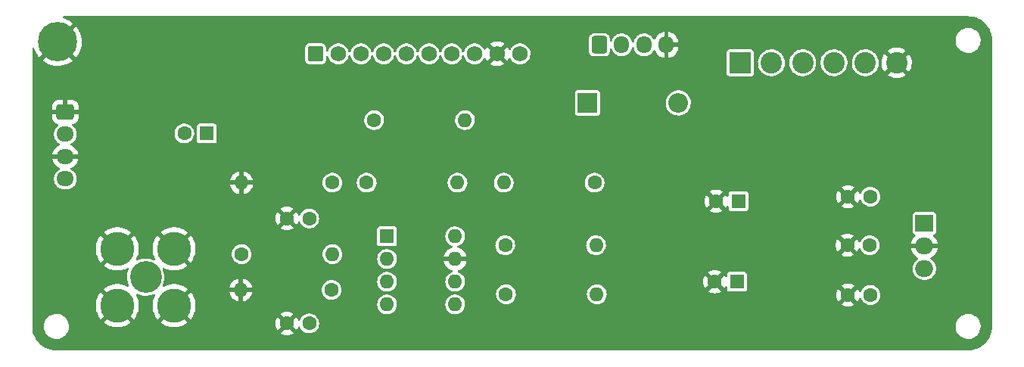
<source format=gbr>
%TF.GenerationSoftware,KiCad,Pcbnew,(6.0.8)*%
%TF.CreationDate,2022-10-21T18:04:50+02:00*%
%TF.ProjectId,VCU,5643552e-6b69-4636-9164-5f7063625858,rev?*%
%TF.SameCoordinates,Original*%
%TF.FileFunction,Copper,L2,Bot*%
%TF.FilePolarity,Positive*%
%FSLAX46Y46*%
G04 Gerber Fmt 4.6, Leading zero omitted, Abs format (unit mm)*
G04 Created by KiCad (PCBNEW (6.0.8)) date 2022-10-21 18:04:50*
%MOMM*%
%LPD*%
G01*
G04 APERTURE LIST*
G04 Aperture macros list*
%AMRoundRect*
0 Rectangle with rounded corners*
0 $1 Rounding radius*
0 $2 $3 $4 $5 $6 $7 $8 $9 X,Y pos of 4 corners*
0 Add a 4 corners polygon primitive as box body*
4,1,4,$2,$3,$4,$5,$6,$7,$8,$9,$2,$3,0*
0 Add four circle primitives for the rounded corners*
1,1,$1+$1,$2,$3*
1,1,$1+$1,$4,$5*
1,1,$1+$1,$6,$7*
1,1,$1+$1,$8,$9*
0 Add four rect primitives between the rounded corners*
20,1,$1+$1,$2,$3,$4,$5,0*
20,1,$1+$1,$4,$5,$6,$7,0*
20,1,$1+$1,$6,$7,$8,$9,0*
20,1,$1+$1,$8,$9,$2,$3,0*%
G04 Aperture macros list end*
%TA.AperFunction,ComponentPad*%
%ADD10C,1.600000*%
%TD*%
%TA.AperFunction,ComponentPad*%
%ADD11R,1.600000X1.600000*%
%TD*%
%TA.AperFunction,ComponentPad*%
%ADD12O,1.600000X1.600000*%
%TD*%
%TA.AperFunction,ComponentPad*%
%ADD13RoundRect,0.250000X-0.600000X-0.725000X0.600000X-0.725000X0.600000X0.725000X-0.600000X0.725000X0*%
%TD*%
%TA.AperFunction,ComponentPad*%
%ADD14O,1.700000X1.950000*%
%TD*%
%TA.AperFunction,ComponentPad*%
%ADD15R,2.000000X1.905000*%
%TD*%
%TA.AperFunction,ComponentPad*%
%ADD16O,2.000000X1.905000*%
%TD*%
%TA.AperFunction,ComponentPad*%
%ADD17C,3.556000*%
%TD*%
%TA.AperFunction,ComponentPad*%
%ADD18C,3.810000*%
%TD*%
%TA.AperFunction,ComponentPad*%
%ADD19R,2.400000X2.400000*%
%TD*%
%TA.AperFunction,ComponentPad*%
%ADD20C,2.400000*%
%TD*%
%TA.AperFunction,ComponentPad*%
%ADD21R,2.200000X2.200000*%
%TD*%
%TA.AperFunction,ComponentPad*%
%ADD22O,2.200000X2.200000*%
%TD*%
%TA.AperFunction,ComponentPad*%
%ADD23RoundRect,0.250000X-0.725000X0.600000X-0.725000X-0.600000X0.725000X-0.600000X0.725000X0.600000X0*%
%TD*%
%TA.AperFunction,ComponentPad*%
%ADD24O,1.950000X1.700000*%
%TD*%
%TA.AperFunction,ComponentPad*%
%ADD25C,4.400000*%
%TD*%
%TA.AperFunction,ComponentPad*%
%ADD26RoundRect,0.250000X-0.620000X-0.620000X0.620000X-0.620000X0.620000X0.620000X-0.620000X0.620000X0*%
%TD*%
%TA.AperFunction,ComponentPad*%
%ADD27C,1.740000*%
%TD*%
G04 APERTURE END LIST*
D10*
%TO.P,C4,1*%
%TO.N,+8V*%
X187415000Y-98580000D03*
%TO.P,C4,2*%
%TO.N,GND*%
X184915000Y-98580000D03*
%TD*%
%TO.P,C6,1*%
%TO.N,+8V*%
X187360000Y-104000000D03*
%TO.P,C6,2*%
%TO.N,GND*%
X184860000Y-104000000D03*
%TD*%
%TO.P,C3,1*%
%TO.N,Net-(C3-Pad1)*%
X124660000Y-112750000D03*
%TO.P,C3,2*%
%TO.N,GND*%
X122160000Y-112750000D03*
%TD*%
%TO.P,C2,1*%
%TO.N,Net-(C1-Pad1)*%
X124660000Y-101000000D03*
%TO.P,C2,2*%
%TO.N,GND*%
X122160000Y-101000000D03*
%TD*%
%TO.P,C7,1*%
%TO.N,+12V*%
X187415000Y-109580000D03*
%TO.P,C7,2*%
%TO.N,GND*%
X184915000Y-109580000D03*
%TD*%
D11*
%TO.P,U1,1,Vin*%
%TO.N,Net-(C1-Pad1)*%
X133360000Y-103000000D03*
D12*
%TO.P,U1,2,NC*%
%TO.N,unconnected-(U1-Pad2)*%
X133360000Y-105540000D03*
%TO.P,U1,3,Vinb*%
%TO.N,Net-(C3-Pad1)*%
X133360000Y-108080000D03*
%TO.P,U1,4,Vref*%
X133360000Y-110620000D03*
%TO.P,U1,5,Voutb*%
%TO.N,Net-(R4-Pad1)*%
X140980000Y-110620000D03*
%TO.P,U1,6,Vcc*%
%TO.N,+8V*%
X140980000Y-108080000D03*
%TO.P,U1,7,Vee*%
%TO.N,GND*%
X140980000Y-105540000D03*
%TO.P,U1,8,Vout*%
%TO.N,Net-(R3-Pad1)*%
X140980000Y-103000000D03*
%TD*%
D13*
%TO.P,J2,1*%
%TO.N,Net-(D1-Pad1)*%
X157110000Y-81580000D03*
D14*
%TO.P,J2,2*%
%TO.N,Net-(D1-Pad2)*%
X159610000Y-81580000D03*
%TO.P,J2,3*%
%TO.N,unconnected-(J2-Pad3)*%
X162110000Y-81580000D03*
%TO.P,J2,4*%
%TO.N,GND*%
X164610000Y-81580000D03*
%TD*%
D10*
%TO.P,R3,1*%
%TO.N,Net-(R3-Pad1)*%
X146580000Y-104000000D03*
D12*
%TO.P,R3,2*%
%TO.N,/TWISTED_PAIR_out_to_J2*%
X156740000Y-104000000D03*
%TD*%
D15*
%TO.P,U2,1,VI*%
%TO.N,+8V*%
X193470000Y-101540000D03*
D16*
%TO.P,U2,2,GND*%
%TO.N,GND*%
X193470000Y-104080000D03*
%TO.P,U2,3,VO*%
%TO.N,+12V*%
X193470000Y-106620000D03*
%TD*%
D10*
%TO.P,R2,1*%
%TO.N,+8V*%
X117080000Y-105000000D03*
D12*
%TO.P,R2,2*%
%TO.N,Net-(C3-Pad1)*%
X127240000Y-105000000D03*
%TD*%
D17*
%TO.P,J5,1,In*%
%TO.N,/Video_2_to_J5*%
X106360000Y-107580000D03*
D18*
%TO.P,J5,2,Ext*%
%TO.N,GND*%
X103185000Y-110755000D03*
X103185000Y-104405000D03*
X109535000Y-110755000D03*
X109535000Y-104405000D03*
%TD*%
D19*
%TO.P,J1,1*%
%TO.N,unconnected-(J1-Pad1)*%
X172860000Y-83580000D03*
D20*
%TO.P,J1,2*%
%TO.N,/J1_2_to_J3_8*%
X176360000Y-83580000D03*
%TO.P,J1,3*%
%TO.N,/TWISTED_PAIR_out_to_J2*%
X179860000Y-83580000D03*
%TO.P,J1,4*%
%TO.N,/TWISTED_PAIR_outb_to_J2*%
X183360000Y-83580000D03*
%TO.P,J1,5*%
%TO.N,unconnected-(J1-Pad5)*%
X186860000Y-83580000D03*
%TO.P,J1,6*%
%TO.N,GND*%
X190360000Y-83580000D03*
%TD*%
D10*
%TO.P,R6,1*%
%TO.N,Net-(C3-Pad1)*%
X127160000Y-109000000D03*
D12*
%TO.P,R6,2*%
%TO.N,GND*%
X117000000Y-109000000D03*
%TD*%
D10*
%TO.P,L1,1,1*%
%TO.N,/J3_1_to_L2*%
X131920000Y-90000000D03*
D12*
%TO.P,L1,2,2*%
%TO.N,Net-(D1-Pad2)*%
X142080000Y-90000000D03*
%TD*%
D10*
%TO.P,R1,1*%
%TO.N,Net-(C1-Pad1)*%
X131080000Y-97000000D03*
D12*
%TO.P,R1,2*%
%TO.N,+8V*%
X141240000Y-97000000D03*
%TD*%
D10*
%TO.P,L2,1,1*%
%TO.N,+12V*%
X156580000Y-97000000D03*
D12*
%TO.P,L2,2,2*%
%TO.N,Net-(J3-Pad7)*%
X146420000Y-97000000D03*
%TD*%
D11*
%TO.P,C8,1*%
%TO.N,+12V*%
X172512651Y-108080000D03*
D10*
%TO.P,C8,2*%
%TO.N,GND*%
X170012651Y-108080000D03*
%TD*%
D21*
%TO.P,D1,1,K*%
%TO.N,Net-(D1-Pad1)*%
X155780000Y-88080000D03*
D22*
%TO.P,D1,2,A*%
%TO.N,Net-(D1-Pad2)*%
X165940000Y-88080000D03*
%TD*%
D10*
%TO.P,R4,1*%
%TO.N,Net-(R4-Pad1)*%
X146660000Y-109500000D03*
D12*
%TO.P,R4,2*%
%TO.N,/TWISTED_PAIR_outb_to_J2*%
X156820000Y-109500000D03*
%TD*%
D10*
%TO.P,R5,1*%
%TO.N,Net-(C1-Pad1)*%
X127240000Y-97000000D03*
D12*
%TO.P,R5,2*%
%TO.N,GND*%
X117080000Y-97000000D03*
%TD*%
D23*
%TO.P,J4,1,Pin_1*%
%TO.N,GND*%
X97360000Y-89080000D03*
D24*
%TO.P,J4,2,Pin_2*%
%TO.N,/Video_1_to_C1*%
X97360000Y-91580000D03*
%TO.P,J4,3,Pin_3*%
%TO.N,GND*%
X97360000Y-94080000D03*
%TO.P,J4,4,Pin_4*%
%TO.N,/Video_2_to_J5*%
X97360000Y-96580000D03*
%TD*%
D11*
%TO.P,C5,1*%
%TO.N,+8V*%
X172665302Y-99080000D03*
D10*
%TO.P,C5,2*%
%TO.N,GND*%
X170165302Y-99080000D03*
%TD*%
D11*
%TO.P,C1,1*%
%TO.N,Net-(C1-Pad1)*%
X113182380Y-91500000D03*
D10*
%TO.P,C1,2*%
%TO.N,/Video_1_to_C1*%
X110682380Y-91500000D03*
%TD*%
D25*
%TO.P,H1,1,1*%
%TO.N,GND*%
X96500000Y-81250000D03*
%TD*%
D26*
%TO.P,J3,1,Pin_1*%
%TO.N,/J3_1_to_L2*%
X125360000Y-82580000D03*
D27*
%TO.P,J3,2,Pin_2*%
%TO.N,Net-(J3-Pad2)*%
X127900000Y-82580000D03*
%TO.P,J3,3,Pin_3*%
%TO.N,unconnected-(J3-Pad3)*%
X130440000Y-82580000D03*
%TO.P,J3,4,Pin_4*%
%TO.N,Net-(J3-Pad2)*%
X132980000Y-82580000D03*
%TO.P,J3,5,Pin_5*%
%TO.N,unconnected-(J3-Pad5)*%
X135520000Y-82580000D03*
%TO.P,J3,6,Pin_6*%
%TO.N,unconnected-(J3-Pad6)*%
X138060000Y-82580000D03*
%TO.P,J3,7,Pin_7*%
%TO.N,Net-(J3-Pad7)*%
X140600000Y-82580000D03*
%TO.P,J3,8,Pin_8*%
%TO.N,/J1_2_to_J3_8*%
X143140000Y-82580000D03*
%TO.P,J3,9,Pin_9*%
%TO.N,GND*%
X145680000Y-82580000D03*
%TO.P,J3,10,Pin_10*%
%TO.N,unconnected-(J3-Pad10)*%
X148220000Y-82580000D03*
%TD*%
%TA.AperFunction,Conductor*%
%TO.N,GND*%
G36*
X198344391Y-78382384D02*
G01*
X198360000Y-78385136D01*
X198370685Y-78383252D01*
X198380339Y-78383252D01*
X198394278Y-78382425D01*
X198494732Y-78388066D01*
X198655296Y-78397084D01*
X198669113Y-78398641D01*
X198953826Y-78447015D01*
X198967384Y-78450109D01*
X199244899Y-78530060D01*
X199258024Y-78534653D01*
X199524834Y-78645170D01*
X199537362Y-78651203D01*
X199668353Y-78723598D01*
X199790132Y-78790903D01*
X199801900Y-78798298D01*
X200037431Y-78965417D01*
X200048303Y-78974086D01*
X200263642Y-79166525D01*
X200273475Y-79176358D01*
X200465914Y-79391697D01*
X200474583Y-79402569D01*
X200641702Y-79638100D01*
X200649097Y-79649868D01*
X200688471Y-79721109D01*
X200788797Y-79902638D01*
X200794830Y-79915166D01*
X200905347Y-80181976D01*
X200909940Y-80195101D01*
X200941839Y-80305826D01*
X200988795Y-80468810D01*
X200989891Y-80472616D01*
X200992985Y-80486174D01*
X201041359Y-80770887D01*
X201042916Y-80784704D01*
X201057020Y-81035833D01*
X201057575Y-81045720D01*
X201056748Y-81059661D01*
X201056748Y-81069315D01*
X201054864Y-81080000D01*
X201056748Y-81090683D01*
X201057616Y-81095606D01*
X201059500Y-81117139D01*
X201059500Y-113042861D01*
X201057616Y-113064391D01*
X201054864Y-113080000D01*
X201056748Y-113090685D01*
X201056748Y-113100339D01*
X201057575Y-113114278D01*
X201055035Y-113159512D01*
X201042916Y-113375296D01*
X201041359Y-113389113D01*
X200992985Y-113673826D01*
X200989891Y-113687383D01*
X200983534Y-113709451D01*
X200909940Y-113964899D01*
X200905347Y-113978024D01*
X200794830Y-114244834D01*
X200788797Y-114257362D01*
X200711339Y-114397513D01*
X200665475Y-114480500D01*
X200649101Y-114510126D01*
X200641702Y-114521900D01*
X200474583Y-114757431D01*
X200465914Y-114768303D01*
X200273475Y-114983642D01*
X200263642Y-114993475D01*
X200048303Y-115185914D01*
X200037431Y-115194583D01*
X199801900Y-115361702D01*
X199790132Y-115369097D01*
X199677513Y-115431339D01*
X199537362Y-115508797D01*
X199524834Y-115514830D01*
X199258024Y-115625347D01*
X199244899Y-115629940D01*
X198967384Y-115709891D01*
X198953826Y-115712985D01*
X198669113Y-115761359D01*
X198655296Y-115762916D01*
X198494732Y-115771934D01*
X198394278Y-115777575D01*
X198380339Y-115776748D01*
X198370685Y-115776748D01*
X198360000Y-115774864D01*
X198344391Y-115777616D01*
X198322861Y-115779500D01*
X96397139Y-115779500D01*
X96375609Y-115777616D01*
X96360000Y-115774864D01*
X96349315Y-115776748D01*
X96339661Y-115776748D01*
X96325722Y-115777575D01*
X96225268Y-115771934D01*
X96064704Y-115762916D01*
X96050887Y-115761359D01*
X95766174Y-115712985D01*
X95752616Y-115709891D01*
X95475101Y-115629940D01*
X95461976Y-115625347D01*
X95195166Y-115514830D01*
X95182638Y-115508797D01*
X95042487Y-115431339D01*
X94929868Y-115369097D01*
X94918100Y-115361702D01*
X94682569Y-115194583D01*
X94671697Y-115185914D01*
X94456358Y-114993475D01*
X94446525Y-114983642D01*
X94254086Y-114768303D01*
X94245417Y-114757431D01*
X94078298Y-114521900D01*
X94070899Y-114510126D01*
X94054526Y-114480500D01*
X94008661Y-114397513D01*
X93931203Y-114257362D01*
X93925170Y-114244834D01*
X93814653Y-113978024D01*
X93810060Y-113964899D01*
X93736466Y-113709451D01*
X93730109Y-113687383D01*
X93727015Y-113673826D01*
X93678641Y-113389113D01*
X93677084Y-113375296D01*
X93664965Y-113159512D01*
X93662425Y-113114278D01*
X93663252Y-113100339D01*
X93663252Y-113090685D01*
X93665136Y-113080000D01*
X93662384Y-113064391D01*
X93660500Y-113042861D01*
X93660500Y-113013789D01*
X94955996Y-113013789D01*
X94964913Y-113251295D01*
X94965990Y-113256430D01*
X94965991Y-113256435D01*
X95012639Y-113478758D01*
X95013719Y-113483904D01*
X95015648Y-113488788D01*
X95015649Y-113488792D01*
X95033952Y-113535137D01*
X95101020Y-113704963D01*
X95103741Y-113709447D01*
X95103743Y-113709451D01*
X95175684Y-113828005D01*
X95224319Y-113908153D01*
X95380090Y-114087664D01*
X95563880Y-114238362D01*
X95568441Y-114240958D01*
X95568442Y-114240959D01*
X95765875Y-114353345D01*
X95765880Y-114353347D01*
X95770433Y-114355939D01*
X95993844Y-114437034D01*
X96227725Y-114479326D01*
X96252619Y-114480500D01*
X96419680Y-114480500D01*
X96422296Y-114480278D01*
X96422297Y-114480278D01*
X96591590Y-114465913D01*
X96596823Y-114465469D01*
X96826874Y-114405760D01*
X97043576Y-114308143D01*
X97240732Y-114175409D01*
X97412705Y-114011355D01*
X97549122Y-113828005D01*
X121440808Y-113828005D01*
X121449956Y-113839829D01*
X121503079Y-113877026D01*
X121512425Y-113882423D01*
X121708769Y-113973979D01*
X121718902Y-113977668D01*
X121928163Y-114033739D01*
X121938794Y-114035613D01*
X122154605Y-114054494D01*
X122165395Y-114054494D01*
X122381206Y-114035613D01*
X122391837Y-114033739D01*
X122601098Y-113977668D01*
X122611231Y-113973979D01*
X122807575Y-113882423D01*
X122816921Y-113877026D01*
X122870867Y-113839252D01*
X122879110Y-113828941D01*
X122872154Y-113815708D01*
X122172607Y-113116160D01*
X122158887Y-113108668D01*
X122157082Y-113108797D01*
X122150573Y-113112980D01*
X121447135Y-113816419D01*
X121440808Y-113828005D01*
X97549122Y-113828005D01*
X97554579Y-113820670D01*
X97581788Y-113767154D01*
X97659913Y-113613493D01*
X97659915Y-113613488D01*
X97662295Y-113608807D01*
X97732775Y-113381824D01*
X97743275Y-113302607D01*
X97763315Y-113151412D01*
X97763315Y-113151408D01*
X97764004Y-113146211D01*
X97755087Y-112908705D01*
X97733157Y-112804184D01*
X97707361Y-112681242D01*
X97707360Y-112681239D01*
X97706281Y-112676096D01*
X97686054Y-112624877D01*
X101674086Y-112624877D01*
X101682775Y-112636313D01*
X101890639Y-112787335D01*
X101897197Y-112791497D01*
X102155559Y-112933533D01*
X102162607Y-112936850D01*
X102436722Y-113045379D01*
X102444117Y-113047782D01*
X102729674Y-113121101D01*
X102737332Y-113122562D01*
X103029824Y-113159512D01*
X103037585Y-113160000D01*
X103332415Y-113160000D01*
X103340176Y-113159512D01*
X103632668Y-113122562D01*
X103640326Y-113121101D01*
X103925883Y-113047782D01*
X103933278Y-113045379D01*
X104207393Y-112936850D01*
X104214441Y-112933533D01*
X104472803Y-112791497D01*
X104479361Y-112787335D01*
X104687588Y-112636049D01*
X104695880Y-112625296D01*
X104695655Y-112624877D01*
X108024086Y-112624877D01*
X108032775Y-112636313D01*
X108240639Y-112787335D01*
X108247197Y-112791497D01*
X108505559Y-112933533D01*
X108512607Y-112936850D01*
X108786722Y-113045379D01*
X108794117Y-113047782D01*
X109079674Y-113121101D01*
X109087332Y-113122562D01*
X109379824Y-113159512D01*
X109387585Y-113160000D01*
X109682415Y-113160000D01*
X109690176Y-113159512D01*
X109982668Y-113122562D01*
X109990326Y-113121101D01*
X110275883Y-113047782D01*
X110283278Y-113045379D01*
X110557393Y-112936850D01*
X110564441Y-112933533D01*
X110822803Y-112791497D01*
X110829361Y-112787335D01*
X110873323Y-112755395D01*
X120855506Y-112755395D01*
X120874387Y-112971206D01*
X120876261Y-112981837D01*
X120932332Y-113191098D01*
X120936021Y-113201231D01*
X121027577Y-113397575D01*
X121032974Y-113406921D01*
X121070748Y-113460867D01*
X121081059Y-113469110D01*
X121094292Y-113462154D01*
X121793840Y-112762607D01*
X121800116Y-112751113D01*
X122518668Y-112751113D01*
X122518797Y-112752918D01*
X122522980Y-112759427D01*
X123226419Y-113462865D01*
X123238005Y-113469192D01*
X123249829Y-113460044D01*
X123287026Y-113406921D01*
X123292423Y-113397575D01*
X123383979Y-113201231D01*
X123387667Y-113191100D01*
X123395850Y-113160561D01*
X123432216Y-113100901D01*
X123495063Y-113070373D01*
X123564439Y-113078668D01*
X123618316Y-113123154D01*
X123628232Y-113140737D01*
X123702856Y-113302607D01*
X123819588Y-113467780D01*
X123964466Y-113608913D01*
X124132637Y-113721282D01*
X124318470Y-113801122D01*
X124404859Y-113820670D01*
X124510193Y-113844505D01*
X124510195Y-113844505D01*
X124515740Y-113845760D01*
X124633135Y-113850372D01*
X124712161Y-113853477D01*
X124712163Y-113853477D01*
X124717842Y-113853700D01*
X124723462Y-113852885D01*
X124723465Y-113852885D01*
X124912387Y-113825493D01*
X124912389Y-113825493D01*
X124918007Y-113824678D01*
X124923384Y-113822853D01*
X124923387Y-113822852D01*
X125087466Y-113767154D01*
X125109531Y-113759664D01*
X125215927Y-113700080D01*
X125281048Y-113663611D01*
X125281050Y-113663610D01*
X125286001Y-113660837D01*
X125348433Y-113608913D01*
X125437138Y-113535137D01*
X125441505Y-113531505D01*
X125481095Y-113483904D01*
X125567206Y-113380367D01*
X125567207Y-113380366D01*
X125570837Y-113376001D01*
X125669664Y-113199531D01*
X125710692Y-113078668D01*
X125732716Y-113013789D01*
X196955996Y-113013789D01*
X196964913Y-113251295D01*
X196965990Y-113256430D01*
X196965991Y-113256435D01*
X197012639Y-113478758D01*
X197013719Y-113483904D01*
X197015648Y-113488788D01*
X197015649Y-113488792D01*
X197033952Y-113535137D01*
X197101020Y-113704963D01*
X197103741Y-113709447D01*
X197103743Y-113709451D01*
X197175684Y-113828005D01*
X197224319Y-113908153D01*
X197380090Y-114087664D01*
X197563880Y-114238362D01*
X197568441Y-114240958D01*
X197568442Y-114240959D01*
X197765875Y-114353345D01*
X197765880Y-114353347D01*
X197770433Y-114355939D01*
X197993844Y-114437034D01*
X198227725Y-114479326D01*
X198252619Y-114480500D01*
X198419680Y-114480500D01*
X198422296Y-114480278D01*
X198422297Y-114480278D01*
X198591590Y-114465913D01*
X198596823Y-114465469D01*
X198826874Y-114405760D01*
X199043576Y-114308143D01*
X199240732Y-114175409D01*
X199412705Y-114011355D01*
X199554579Y-113820670D01*
X199581788Y-113767154D01*
X199659913Y-113613493D01*
X199659915Y-113613488D01*
X199662295Y-113608807D01*
X199732775Y-113381824D01*
X199743275Y-113302607D01*
X199763315Y-113151412D01*
X199763315Y-113151408D01*
X199764004Y-113146211D01*
X199755087Y-112908705D01*
X199733157Y-112804184D01*
X199707361Y-112681242D01*
X199707360Y-112681239D01*
X199706281Y-112676096D01*
X199618980Y-112455037D01*
X199586527Y-112401555D01*
X199498408Y-112256341D01*
X199495681Y-112251847D01*
X199339910Y-112072336D01*
X199156120Y-111921638D01*
X199151558Y-111919041D01*
X198954125Y-111806655D01*
X198954120Y-111806653D01*
X198949567Y-111804061D01*
X198726156Y-111722966D01*
X198492275Y-111680674D01*
X198467381Y-111679500D01*
X198300320Y-111679500D01*
X198297704Y-111679722D01*
X198297703Y-111679722D01*
X198188627Y-111688977D01*
X198123177Y-111694531D01*
X197893126Y-111754240D01*
X197676424Y-111851857D01*
X197479268Y-111984591D01*
X197307295Y-112148645D01*
X197165421Y-112339330D01*
X197163042Y-112344008D01*
X197163042Y-112344009D01*
X197061813Y-112543114D01*
X197057705Y-112551193D01*
X197056146Y-112556213D01*
X197056145Y-112556216D01*
X197020439Y-112671208D01*
X196987225Y-112778176D01*
X196986534Y-112783386D01*
X196986534Y-112783388D01*
X196966194Y-112936850D01*
X196955996Y-113013789D01*
X125732716Y-113013789D01*
X125732852Y-113013387D01*
X125732853Y-113013384D01*
X125734678Y-113008007D01*
X125735493Y-113002387D01*
X125763176Y-112811458D01*
X125763176Y-112811453D01*
X125763700Y-112807842D01*
X125765215Y-112750000D01*
X125746708Y-112548591D01*
X125702320Y-112391203D01*
X125693352Y-112359403D01*
X125693351Y-112359400D01*
X125691807Y-112353926D01*
X125602351Y-112172527D01*
X125481335Y-112010467D01*
X125332812Y-111873174D01*
X125223275Y-111804061D01*
X125166566Y-111768280D01*
X125166564Y-111768279D01*
X125161757Y-111765246D01*
X124973898Y-111690298D01*
X124968317Y-111689188D01*
X124968314Y-111689187D01*
X124881883Y-111671995D01*
X124775526Y-111650839D01*
X124769839Y-111650765D01*
X124769834Y-111650764D01*
X124578975Y-111648266D01*
X124578970Y-111648266D01*
X124573286Y-111648192D01*
X124567682Y-111649155D01*
X124567681Y-111649155D01*
X124379546Y-111681482D01*
X124379543Y-111681483D01*
X124373949Y-111682444D01*
X124338578Y-111695493D01*
X124189521Y-111750483D01*
X124189517Y-111750485D01*
X124184193Y-111752449D01*
X124179310Y-111755354D01*
X124179308Y-111755355D01*
X124017103Y-111851857D01*
X124010371Y-111855862D01*
X123858305Y-111989220D01*
X123733089Y-112148057D01*
X123638914Y-112327053D01*
X123637229Y-112332480D01*
X123637226Y-112332487D01*
X123633848Y-112343367D01*
X123595170Y-112401555D01*
X123531173Y-112429594D01*
X123462176Y-112418583D01*
X123410086Y-112372017D01*
X123395650Y-112338692D01*
X123387668Y-112308902D01*
X123383979Y-112298769D01*
X123292423Y-112102425D01*
X123287026Y-112093079D01*
X123249252Y-112039133D01*
X123238941Y-112030890D01*
X123225708Y-112037846D01*
X122526160Y-112737393D01*
X122518668Y-112751113D01*
X121800116Y-112751113D01*
X121801332Y-112748887D01*
X121801203Y-112747082D01*
X121797020Y-112740573D01*
X121093581Y-112037135D01*
X121081995Y-112030808D01*
X121070171Y-112039956D01*
X121032974Y-112093079D01*
X121027577Y-112102425D01*
X120936021Y-112298769D01*
X120932332Y-112308902D01*
X120876261Y-112518163D01*
X120874387Y-112528794D01*
X120855506Y-112744605D01*
X120855506Y-112755395D01*
X110873323Y-112755395D01*
X111037588Y-112636049D01*
X111045880Y-112625296D01*
X111039087Y-112612641D01*
X109547607Y-111121160D01*
X109533887Y-111113668D01*
X109532081Y-111113797D01*
X109525574Y-111117979D01*
X108030593Y-112612961D01*
X108024086Y-112624877D01*
X104695655Y-112624877D01*
X104689087Y-112612641D01*
X103197607Y-111121160D01*
X103183887Y-111113668D01*
X103182081Y-111113797D01*
X103175574Y-111117979D01*
X101680593Y-112612961D01*
X101674086Y-112624877D01*
X97686054Y-112624877D01*
X97618980Y-112455037D01*
X97586527Y-112401555D01*
X97498408Y-112256341D01*
X97495681Y-112251847D01*
X97339910Y-112072336D01*
X97156120Y-111921638D01*
X97151558Y-111919041D01*
X96954125Y-111806655D01*
X96954120Y-111806653D01*
X96949567Y-111804061D01*
X96726156Y-111722966D01*
X96492275Y-111680674D01*
X96467381Y-111679500D01*
X96300320Y-111679500D01*
X96297704Y-111679722D01*
X96297703Y-111679722D01*
X96188627Y-111688977D01*
X96123177Y-111694531D01*
X95893126Y-111754240D01*
X95676424Y-111851857D01*
X95479268Y-111984591D01*
X95307295Y-112148645D01*
X95165421Y-112339330D01*
X95163042Y-112344008D01*
X95163042Y-112344009D01*
X95061813Y-112543114D01*
X95057705Y-112551193D01*
X95056146Y-112556213D01*
X95056145Y-112556216D01*
X95020439Y-112671208D01*
X94987225Y-112778176D01*
X94986534Y-112783386D01*
X94986534Y-112783388D01*
X94966194Y-112936850D01*
X94955996Y-113013789D01*
X93660500Y-113013789D01*
X93660500Y-110758894D01*
X100775490Y-110758894D01*
X100794002Y-111053129D01*
X100794977Y-111060849D01*
X100850222Y-111350453D01*
X100852157Y-111357992D01*
X100943262Y-111638386D01*
X100946125Y-111645616D01*
X101071657Y-111912383D01*
X101075402Y-111919194D01*
X101233378Y-112168126D01*
X101237954Y-112174424D01*
X101305396Y-112255947D01*
X101317717Y-112264270D01*
X101328284Y-112258162D01*
X102818840Y-110767607D01*
X102826332Y-110753887D01*
X102826203Y-110752081D01*
X102822021Y-110745574D01*
X101329368Y-109252922D01*
X101316318Y-109245796D01*
X101306374Y-109252870D01*
X101237954Y-109335576D01*
X101233378Y-109341874D01*
X101075402Y-109590806D01*
X101071657Y-109597617D01*
X100946125Y-109864384D01*
X100943262Y-109871614D01*
X100852157Y-110152008D01*
X100850222Y-110159547D01*
X100794977Y-110449151D01*
X100794002Y-110456871D01*
X100775490Y-110751106D01*
X100775490Y-110758894D01*
X93660500Y-110758894D01*
X93660500Y-106274877D01*
X101674086Y-106274877D01*
X101682775Y-106286313D01*
X101890639Y-106437335D01*
X101897197Y-106441497D01*
X102155559Y-106583533D01*
X102162607Y-106586850D01*
X102436722Y-106695379D01*
X102444117Y-106697782D01*
X102729674Y-106771101D01*
X102737332Y-106772562D01*
X103029824Y-106809512D01*
X103037585Y-106810000D01*
X103332415Y-106810000D01*
X103340176Y-106809512D01*
X103632668Y-106772562D01*
X103640326Y-106771101D01*
X103925883Y-106697782D01*
X103933278Y-106695379D01*
X104207393Y-106586850D01*
X104214441Y-106583533D01*
X104304263Y-106534153D01*
X104372493Y-106519106D01*
X104438027Y-106543336D01*
X104480058Y-106599149D01*
X104485242Y-106668827D01*
X104473590Y-106700834D01*
X104456759Y-106732622D01*
X104455313Y-106736574D01*
X104455311Y-106736578D01*
X104360814Y-106994801D01*
X104360812Y-106994808D01*
X104359365Y-106998762D01*
X104358466Y-107002884D01*
X104358466Y-107002885D01*
X104308804Y-107230661D01*
X104298993Y-107275657D01*
X104276757Y-107558184D01*
X104293071Y-107841114D01*
X104293882Y-107845249D01*
X104293883Y-107845255D01*
X104339939Y-108080000D01*
X104347632Y-108119212D01*
X104348998Y-108123201D01*
X104348998Y-108123202D01*
X104438063Y-108383342D01*
X104438066Y-108383349D01*
X104439430Y-108387333D01*
X104477458Y-108462944D01*
X104489995Y-108531678D01*
X104463380Y-108596280D01*
X104406063Y-108636238D01*
X104336243Y-108638864D01*
X104306942Y-108627320D01*
X104214441Y-108576467D01*
X104207393Y-108573150D01*
X103933278Y-108464621D01*
X103925883Y-108462218D01*
X103640326Y-108388899D01*
X103632668Y-108387438D01*
X103340176Y-108350488D01*
X103332415Y-108350000D01*
X103037585Y-108350000D01*
X103029824Y-108350488D01*
X102737332Y-108387438D01*
X102729674Y-108388899D01*
X102444117Y-108462218D01*
X102436722Y-108464621D01*
X102162607Y-108573150D01*
X102155559Y-108576467D01*
X101897197Y-108718503D01*
X101890639Y-108722665D01*
X101682412Y-108873951D01*
X101674120Y-108884704D01*
X101680913Y-108897359D01*
X103185000Y-110401447D01*
X105040632Y-112257078D01*
X105053682Y-112264204D01*
X105063626Y-112257130D01*
X105132046Y-112174424D01*
X105136622Y-112168126D01*
X105294598Y-111919194D01*
X105298343Y-111912383D01*
X105423875Y-111645616D01*
X105426738Y-111638386D01*
X105517843Y-111357992D01*
X105519778Y-111350453D01*
X105575023Y-111060849D01*
X105575998Y-111053129D01*
X105594510Y-110758894D01*
X105594510Y-110751106D01*
X105575998Y-110456871D01*
X105575023Y-110449151D01*
X105519778Y-110159547D01*
X105517843Y-110152008D01*
X105426738Y-109871614D01*
X105423875Y-109864383D01*
X105312159Y-109626977D01*
X105301426Y-109557936D01*
X105329722Y-109494053D01*
X105388065Y-109455610D01*
X105457930Y-109454811D01*
X105475384Y-109461166D01*
X105497318Y-109471069D01*
X105603817Y-109519155D01*
X105633800Y-109532693D01*
X105637841Y-109533890D01*
X105901481Y-109611984D01*
X105901486Y-109611985D01*
X105905530Y-109613183D01*
X106066678Y-109637842D01*
X106181491Y-109655411D01*
X106181496Y-109655411D01*
X106185669Y-109656050D01*
X106341694Y-109658501D01*
X106464816Y-109660436D01*
X106464820Y-109660436D01*
X106469034Y-109660502D01*
X106524600Y-109653778D01*
X106746195Y-109626962D01*
X106746200Y-109626961D01*
X106750382Y-109626455D01*
X107024506Y-109554540D01*
X107112258Y-109518192D01*
X107246865Y-109462436D01*
X107316335Y-109454967D01*
X107378814Y-109486242D01*
X107414466Y-109546331D01*
X107411972Y-109616156D01*
X107406516Y-109629794D01*
X107296125Y-109864384D01*
X107293262Y-109871614D01*
X107202157Y-110152008D01*
X107200222Y-110159547D01*
X107144977Y-110449151D01*
X107144002Y-110456871D01*
X107125490Y-110751106D01*
X107125490Y-110758894D01*
X107144002Y-111053129D01*
X107144977Y-111060849D01*
X107200222Y-111350453D01*
X107202157Y-111357992D01*
X107293262Y-111638386D01*
X107296125Y-111645616D01*
X107421657Y-111912383D01*
X107425402Y-111919194D01*
X107583378Y-112168126D01*
X107587954Y-112174424D01*
X107655396Y-112255947D01*
X107667717Y-112264270D01*
X107678284Y-112258162D01*
X109180334Y-110756113D01*
X109893668Y-110756113D01*
X109893797Y-110757919D01*
X109897979Y-110764426D01*
X111390632Y-112257078D01*
X111403682Y-112264204D01*
X111413626Y-112257130D01*
X111482046Y-112174424D01*
X111486622Y-112168126D01*
X111644598Y-111919194D01*
X111648343Y-111912383D01*
X111761902Y-111671059D01*
X121440890Y-111671059D01*
X121447846Y-111684292D01*
X122147393Y-112383840D01*
X122161113Y-112391332D01*
X122162918Y-112391203D01*
X122169427Y-112387020D01*
X122872865Y-111683581D01*
X122879192Y-111671995D01*
X122870044Y-111660171D01*
X122816921Y-111622974D01*
X122807575Y-111617577D01*
X122611231Y-111526021D01*
X122601098Y-111522332D01*
X122391837Y-111466261D01*
X122381206Y-111464387D01*
X122165395Y-111445506D01*
X122154605Y-111445506D01*
X121938794Y-111464387D01*
X121928163Y-111466261D01*
X121718902Y-111522332D01*
X121708769Y-111526021D01*
X121512425Y-111617577D01*
X121503079Y-111622974D01*
X121449133Y-111660748D01*
X121440890Y-111671059D01*
X111761902Y-111671059D01*
X111773875Y-111645616D01*
X111776738Y-111638386D01*
X111867843Y-111357992D01*
X111869778Y-111350453D01*
X111925023Y-111060849D01*
X111925998Y-111053129D01*
X111944510Y-110758894D01*
X111944510Y-110751106D01*
X111934441Y-110591069D01*
X132255164Y-110591069D01*
X132255535Y-110596731D01*
X132255535Y-110596735D01*
X132260715Y-110675760D01*
X132268392Y-110792894D01*
X132318178Y-110988928D01*
X132402856Y-111172607D01*
X132519588Y-111337780D01*
X132664466Y-111478913D01*
X132832637Y-111591282D01*
X133018470Y-111671122D01*
X133076673Y-111684292D01*
X133210193Y-111714505D01*
X133210195Y-111714505D01*
X133215740Y-111715760D01*
X133333135Y-111720372D01*
X133412161Y-111723477D01*
X133412163Y-111723477D01*
X133417842Y-111723700D01*
X133423462Y-111722885D01*
X133423465Y-111722885D01*
X133612387Y-111695493D01*
X133612389Y-111695493D01*
X133618007Y-111694678D01*
X133623384Y-111692853D01*
X133623387Y-111692852D01*
X133743879Y-111651950D01*
X133809531Y-111629664D01*
X133986001Y-111530837D01*
X134048433Y-111478913D01*
X134137138Y-111405137D01*
X134141505Y-111401505D01*
X134270837Y-111246001D01*
X134369664Y-111069531D01*
X134434678Y-110878007D01*
X134436747Y-110863739D01*
X134463176Y-110681458D01*
X134463176Y-110681453D01*
X134463700Y-110677842D01*
X134465215Y-110620000D01*
X134462557Y-110591069D01*
X139875164Y-110591069D01*
X139875535Y-110596731D01*
X139875535Y-110596735D01*
X139880715Y-110675760D01*
X139888392Y-110792894D01*
X139938178Y-110988928D01*
X140022856Y-111172607D01*
X140139588Y-111337780D01*
X140284466Y-111478913D01*
X140452637Y-111591282D01*
X140638470Y-111671122D01*
X140696673Y-111684292D01*
X140830193Y-111714505D01*
X140830195Y-111714505D01*
X140835740Y-111715760D01*
X140953135Y-111720372D01*
X141032161Y-111723477D01*
X141032163Y-111723477D01*
X141037842Y-111723700D01*
X141043462Y-111722885D01*
X141043465Y-111722885D01*
X141232387Y-111695493D01*
X141232389Y-111695493D01*
X141238007Y-111694678D01*
X141243384Y-111692853D01*
X141243387Y-111692852D01*
X141363879Y-111651950D01*
X141429531Y-111629664D01*
X141606001Y-111530837D01*
X141668433Y-111478913D01*
X141757138Y-111405137D01*
X141761505Y-111401505D01*
X141890837Y-111246001D01*
X141989664Y-111069531D01*
X142054678Y-110878007D01*
X142056747Y-110863739D01*
X142083176Y-110681458D01*
X142083176Y-110681453D01*
X142083700Y-110677842D01*
X142084220Y-110658005D01*
X184195808Y-110658005D01*
X184204956Y-110669829D01*
X184258079Y-110707026D01*
X184267425Y-110712423D01*
X184463769Y-110803979D01*
X184473902Y-110807668D01*
X184683163Y-110863739D01*
X184693794Y-110865613D01*
X184909605Y-110884494D01*
X184920395Y-110884494D01*
X185136206Y-110865613D01*
X185146837Y-110863739D01*
X185356098Y-110807668D01*
X185366231Y-110803979D01*
X185562575Y-110712423D01*
X185571921Y-110707026D01*
X185625867Y-110669252D01*
X185634110Y-110658941D01*
X185627154Y-110645708D01*
X184927607Y-109946160D01*
X184913887Y-109938668D01*
X184912082Y-109938797D01*
X184905573Y-109942980D01*
X184202135Y-110646419D01*
X184195808Y-110658005D01*
X142084220Y-110658005D01*
X142085215Y-110620000D01*
X142066708Y-110418591D01*
X142025909Y-110273927D01*
X142013352Y-110229403D01*
X142013351Y-110229400D01*
X142011807Y-110223926D01*
X141922351Y-110042527D01*
X141801335Y-109880467D01*
X141715591Y-109801206D01*
X141656988Y-109747034D01*
X141656986Y-109747033D01*
X141652812Y-109743174D01*
X141550149Y-109678398D01*
X141486566Y-109638280D01*
X141486564Y-109638279D01*
X141481757Y-109635246D01*
X141293898Y-109560298D01*
X141288317Y-109559188D01*
X141288314Y-109559187D01*
X141220373Y-109545673D01*
X141095526Y-109520839D01*
X141089839Y-109520765D01*
X141089834Y-109520764D01*
X140898975Y-109518266D01*
X140898970Y-109518266D01*
X140893286Y-109518192D01*
X140887682Y-109519155D01*
X140887681Y-109519155D01*
X140699546Y-109551482D01*
X140699543Y-109551483D01*
X140693949Y-109552444D01*
X140672660Y-109560298D01*
X140509521Y-109620483D01*
X140509517Y-109620485D01*
X140504193Y-109622449D01*
X140499310Y-109625354D01*
X140499308Y-109625355D01*
X140335262Y-109722952D01*
X140330371Y-109725862D01*
X140178305Y-109859220D01*
X140053089Y-110018057D01*
X140050442Y-110023088D01*
X140008147Y-110103477D01*
X139958914Y-110197053D01*
X139957229Y-110202479D01*
X139957228Y-110202482D01*
X139930040Y-110290044D01*
X139898937Y-110390213D01*
X139875164Y-110591069D01*
X134462557Y-110591069D01*
X134446708Y-110418591D01*
X134405909Y-110273927D01*
X134393352Y-110229403D01*
X134393351Y-110229400D01*
X134391807Y-110223926D01*
X134302351Y-110042527D01*
X134181335Y-109880467D01*
X134095591Y-109801206D01*
X134036988Y-109747034D01*
X134036986Y-109747033D01*
X134032812Y-109743174D01*
X133930149Y-109678398D01*
X133866566Y-109638280D01*
X133866564Y-109638279D01*
X133861757Y-109635246D01*
X133673898Y-109560298D01*
X133668317Y-109559188D01*
X133668314Y-109559187D01*
X133600373Y-109545673D01*
X133475526Y-109520839D01*
X133469839Y-109520765D01*
X133469834Y-109520764D01*
X133278975Y-109518266D01*
X133278970Y-109518266D01*
X133273286Y-109518192D01*
X133267682Y-109519155D01*
X133267681Y-109519155D01*
X133079546Y-109551482D01*
X133079543Y-109551483D01*
X133073949Y-109552444D01*
X133052660Y-109560298D01*
X132889521Y-109620483D01*
X132889517Y-109620485D01*
X132884193Y-109622449D01*
X132879310Y-109625354D01*
X132879308Y-109625355D01*
X132715262Y-109722952D01*
X132710371Y-109725862D01*
X132558305Y-109859220D01*
X132433089Y-110018057D01*
X132430442Y-110023088D01*
X132388147Y-110103477D01*
X132338914Y-110197053D01*
X132337229Y-110202479D01*
X132337228Y-110202482D01*
X132310040Y-110290044D01*
X132278937Y-110390213D01*
X132255164Y-110591069D01*
X111934441Y-110591069D01*
X111925998Y-110456871D01*
X111925023Y-110449151D01*
X111869778Y-110159547D01*
X111867843Y-110152008D01*
X111776738Y-109871614D01*
X111773875Y-109864384D01*
X111648343Y-109597617D01*
X111644598Y-109590806D01*
X111486622Y-109341874D01*
X111482046Y-109335576D01*
X111421448Y-109262326D01*
X115724431Y-109262326D01*
X115772331Y-109441092D01*
X115776023Y-109451235D01*
X115867580Y-109647580D01*
X115872968Y-109656913D01*
X115997233Y-109834381D01*
X116004169Y-109842647D01*
X116157353Y-109995831D01*
X116165619Y-110002767D01*
X116343087Y-110127032D01*
X116352420Y-110132420D01*
X116548765Y-110223977D01*
X116558908Y-110227669D01*
X116732779Y-110274258D01*
X116746653Y-110273927D01*
X116750000Y-110266111D01*
X116750000Y-110261042D01*
X117250000Y-110261042D01*
X117253910Y-110274359D01*
X117262326Y-110275569D01*
X117441092Y-110227669D01*
X117451235Y-110223977D01*
X117647580Y-110132420D01*
X117656913Y-110127032D01*
X117834381Y-110002767D01*
X117842647Y-109995831D01*
X117995831Y-109842647D01*
X118002767Y-109834381D01*
X118127032Y-109656913D01*
X118132420Y-109647580D01*
X118223977Y-109451235D01*
X118227669Y-109441092D01*
X118274258Y-109267221D01*
X118273927Y-109253347D01*
X118266111Y-109250000D01*
X117267830Y-109250000D01*
X117252831Y-109254404D01*
X117251644Y-109255774D01*
X117250000Y-109263332D01*
X117250000Y-110261042D01*
X116750000Y-110261042D01*
X116750000Y-109267830D01*
X116745596Y-109252831D01*
X116744226Y-109251644D01*
X116736668Y-109250000D01*
X115738958Y-109250000D01*
X115725641Y-109253910D01*
X115724431Y-109262326D01*
X111421448Y-109262326D01*
X111414604Y-109254053D01*
X111402283Y-109245730D01*
X111391716Y-109251838D01*
X109901160Y-110742393D01*
X109893668Y-110756113D01*
X109180334Y-110756113D01*
X109535000Y-110401447D01*
X110965377Y-108971069D01*
X126055164Y-108971069D01*
X126055535Y-108976731D01*
X126055535Y-108976735D01*
X126060851Y-109057842D01*
X126068392Y-109172894D01*
X126118178Y-109368928D01*
X126120554Y-109374082D01*
X126192876Y-109530958D01*
X126202856Y-109552607D01*
X126319588Y-109717780D01*
X126464466Y-109858913D01*
X126632637Y-109971282D01*
X126818470Y-110051122D01*
X126825033Y-110052607D01*
X127010193Y-110094505D01*
X127010195Y-110094505D01*
X127015740Y-110095760D01*
X127133135Y-110100372D01*
X127212161Y-110103477D01*
X127212163Y-110103477D01*
X127217842Y-110103700D01*
X127223462Y-110102885D01*
X127223465Y-110102885D01*
X127412387Y-110075493D01*
X127412389Y-110075493D01*
X127418007Y-110074678D01*
X127423384Y-110072853D01*
X127423387Y-110072852D01*
X127512720Y-110042527D01*
X127609531Y-110009664D01*
X127786001Y-109910837D01*
X127841855Y-109864384D01*
X127937138Y-109785137D01*
X127941505Y-109781505D01*
X128045128Y-109656913D01*
X128067206Y-109630367D01*
X128067207Y-109630366D01*
X128070837Y-109626001D01*
X128076351Y-109616156D01*
X128157602Y-109471069D01*
X145555164Y-109471069D01*
X145555535Y-109476731D01*
X145555535Y-109476735D01*
X145561477Y-109567393D01*
X145568392Y-109672894D01*
X145618178Y-109868928D01*
X145620554Y-109874082D01*
X145684871Y-110013594D01*
X145702856Y-110052607D01*
X145819588Y-110217780D01*
X145964466Y-110358913D01*
X146132637Y-110471282D01*
X146318470Y-110551122D01*
X146414502Y-110572852D01*
X146510193Y-110594505D01*
X146510195Y-110594505D01*
X146515740Y-110595760D01*
X146633135Y-110600372D01*
X146712161Y-110603477D01*
X146712163Y-110603477D01*
X146717842Y-110603700D01*
X146723462Y-110602885D01*
X146723465Y-110602885D01*
X146912387Y-110575493D01*
X146912389Y-110575493D01*
X146918007Y-110574678D01*
X146923384Y-110572853D01*
X146923387Y-110572852D01*
X147008090Y-110544099D01*
X147109531Y-110509664D01*
X147286001Y-110410837D01*
X147304013Y-110395857D01*
X147437138Y-110285137D01*
X147441505Y-110281505D01*
X147549207Y-110152008D01*
X147567206Y-110130367D01*
X147567207Y-110130366D01*
X147570837Y-110126001D01*
X147583783Y-110102885D01*
X147624862Y-110029531D01*
X147669664Y-109949531D01*
X147725469Y-109785137D01*
X147732852Y-109763387D01*
X147732853Y-109763384D01*
X147734678Y-109758007D01*
X147747840Y-109667228D01*
X147763176Y-109561458D01*
X147763176Y-109561453D01*
X147763700Y-109557842D01*
X147763842Y-109552444D01*
X147764737Y-109518266D01*
X147765215Y-109500000D01*
X147762557Y-109471069D01*
X155715164Y-109471069D01*
X155715535Y-109476731D01*
X155715535Y-109476735D01*
X155721477Y-109567393D01*
X155728392Y-109672894D01*
X155778178Y-109868928D01*
X155780554Y-109874082D01*
X155844871Y-110013594D01*
X155862856Y-110052607D01*
X155979588Y-110217780D01*
X156124466Y-110358913D01*
X156292637Y-110471282D01*
X156478470Y-110551122D01*
X156574502Y-110572852D01*
X156670193Y-110594505D01*
X156670195Y-110594505D01*
X156675740Y-110595760D01*
X156793135Y-110600372D01*
X156872161Y-110603477D01*
X156872163Y-110603477D01*
X156877842Y-110603700D01*
X156883462Y-110602885D01*
X156883465Y-110602885D01*
X157072387Y-110575493D01*
X157072389Y-110575493D01*
X157078007Y-110574678D01*
X157083384Y-110572853D01*
X157083387Y-110572852D01*
X157168090Y-110544099D01*
X157269531Y-110509664D01*
X157446001Y-110410837D01*
X157464013Y-110395857D01*
X157597138Y-110285137D01*
X157601505Y-110281505D01*
X157709207Y-110152008D01*
X157727206Y-110130367D01*
X157727207Y-110130366D01*
X157730837Y-110126001D01*
X157743783Y-110102885D01*
X157784862Y-110029531D01*
X157829664Y-109949531D01*
X157885469Y-109785137D01*
X157892852Y-109763387D01*
X157892853Y-109763384D01*
X157894678Y-109758007D01*
X157907840Y-109667228D01*
X157919705Y-109585395D01*
X183610506Y-109585395D01*
X183629387Y-109801206D01*
X183631261Y-109811837D01*
X183687332Y-110021098D01*
X183691021Y-110031231D01*
X183782577Y-110227575D01*
X183787974Y-110236921D01*
X183825748Y-110290867D01*
X183836059Y-110299110D01*
X183849292Y-110292154D01*
X184548840Y-109592607D01*
X184555116Y-109581113D01*
X185273668Y-109581113D01*
X185273797Y-109582918D01*
X185277980Y-109589427D01*
X185981419Y-110292865D01*
X185993005Y-110299192D01*
X186004829Y-110290044D01*
X186042026Y-110236921D01*
X186047423Y-110227575D01*
X186138979Y-110031231D01*
X186142667Y-110021100D01*
X186150850Y-109990561D01*
X186187216Y-109930901D01*
X186250063Y-109900373D01*
X186319439Y-109908668D01*
X186373316Y-109953154D01*
X186383232Y-109970737D01*
X186419256Y-110048877D01*
X186454811Y-110126001D01*
X186457856Y-110132607D01*
X186574588Y-110297780D01*
X186719466Y-110438913D01*
X186887637Y-110551282D01*
X187073470Y-110631122D01*
X187169502Y-110652852D01*
X187265193Y-110674505D01*
X187265195Y-110674505D01*
X187270740Y-110675760D01*
X187388135Y-110680372D01*
X187467161Y-110683477D01*
X187467163Y-110683477D01*
X187472842Y-110683700D01*
X187478462Y-110682885D01*
X187478465Y-110682885D01*
X187667387Y-110655493D01*
X187667389Y-110655493D01*
X187673007Y-110654678D01*
X187678384Y-110652853D01*
X187678387Y-110652852D01*
X187764380Y-110623661D01*
X187864531Y-110589664D01*
X187965897Y-110532897D01*
X188036048Y-110493611D01*
X188036050Y-110493610D01*
X188041001Y-110490837D01*
X188081841Y-110456871D01*
X188192138Y-110365137D01*
X188196505Y-110361505D01*
X188246208Y-110301744D01*
X188322206Y-110210367D01*
X188322207Y-110210366D01*
X188325837Y-110206001D01*
X188424664Y-110029531D01*
X188466188Y-109907206D01*
X188487852Y-109843387D01*
X188487853Y-109843384D01*
X188489678Y-109838007D01*
X188490493Y-109832387D01*
X188518176Y-109641458D01*
X188518176Y-109641453D01*
X188518700Y-109637842D01*
X188520215Y-109580000D01*
X188501708Y-109378591D01*
X188466585Y-109254053D01*
X188448352Y-109189403D01*
X188448351Y-109189400D01*
X188446807Y-109183926D01*
X188357351Y-109002527D01*
X188236335Y-108840467D01*
X188135406Y-108747169D01*
X188091988Y-108707034D01*
X188091986Y-108707033D01*
X188087812Y-108703174D01*
X187985887Y-108638864D01*
X187921566Y-108598280D01*
X187921564Y-108598279D01*
X187916757Y-108595246D01*
X187728898Y-108520298D01*
X187723317Y-108519188D01*
X187723314Y-108519187D01*
X187636883Y-108501995D01*
X187530526Y-108480839D01*
X187524839Y-108480765D01*
X187524834Y-108480764D01*
X187333975Y-108478266D01*
X187333970Y-108478266D01*
X187328286Y-108478192D01*
X187322682Y-108479155D01*
X187322681Y-108479155D01*
X187134546Y-108511482D01*
X187134543Y-108511483D01*
X187128949Y-108512444D01*
X187101941Y-108522408D01*
X186944521Y-108580483D01*
X186944517Y-108580485D01*
X186939193Y-108582449D01*
X186934310Y-108585354D01*
X186934308Y-108585355D01*
X186770262Y-108682952D01*
X186765371Y-108685862D01*
X186613305Y-108819220D01*
X186488089Y-108978057D01*
X186485442Y-108983088D01*
X186448036Y-109054184D01*
X186393914Y-109157053D01*
X186392229Y-109162480D01*
X186392226Y-109162487D01*
X186388848Y-109173367D01*
X186350170Y-109231555D01*
X186286173Y-109259594D01*
X186217176Y-109248583D01*
X186165086Y-109202017D01*
X186150650Y-109168692D01*
X186142668Y-109138902D01*
X186138979Y-109128769D01*
X186047423Y-108932425D01*
X186042026Y-108923079D01*
X186004252Y-108869133D01*
X185993941Y-108860890D01*
X185980708Y-108867846D01*
X185281160Y-109567393D01*
X185273668Y-109581113D01*
X184555116Y-109581113D01*
X184556332Y-109578887D01*
X184556203Y-109577082D01*
X184552020Y-109570573D01*
X183848581Y-108867135D01*
X183836995Y-108860808D01*
X183825171Y-108869956D01*
X183787974Y-108923079D01*
X183782577Y-108932425D01*
X183691021Y-109128769D01*
X183687332Y-109138902D01*
X183631261Y-109348163D01*
X183629387Y-109358794D01*
X183610506Y-109574605D01*
X183610506Y-109585395D01*
X157919705Y-109585395D01*
X157923176Y-109561458D01*
X157923176Y-109561453D01*
X157923700Y-109557842D01*
X157923842Y-109552444D01*
X157924737Y-109518266D01*
X157925215Y-109500000D01*
X157906708Y-109298591D01*
X157871258Y-109172894D01*
X157867059Y-109158005D01*
X169293459Y-109158005D01*
X169302607Y-109169829D01*
X169355730Y-109207026D01*
X169365076Y-109212423D01*
X169561420Y-109303979D01*
X169571553Y-109307668D01*
X169780814Y-109363739D01*
X169791445Y-109365613D01*
X170007256Y-109384494D01*
X170018046Y-109384494D01*
X170233857Y-109365613D01*
X170244488Y-109363739D01*
X170453749Y-109307668D01*
X170463882Y-109303979D01*
X170660226Y-109212423D01*
X170669572Y-109207026D01*
X170723518Y-109169252D01*
X170731761Y-109158941D01*
X170724805Y-109145708D01*
X170025258Y-108446160D01*
X170011538Y-108438668D01*
X170009733Y-108438797D01*
X170003224Y-108442980D01*
X169299786Y-109146419D01*
X169293459Y-109158005D01*
X157867059Y-109158005D01*
X157853352Y-109109403D01*
X157853351Y-109109400D01*
X157851807Y-109103926D01*
X157762351Y-108922527D01*
X157641335Y-108760467D01*
X157534542Y-108661749D01*
X157496988Y-108627034D01*
X157496986Y-108627033D01*
X157492812Y-108623174D01*
X157471319Y-108609613D01*
X157326566Y-108518280D01*
X157326564Y-108518279D01*
X157321757Y-108515246D01*
X157133898Y-108440298D01*
X157128317Y-108439188D01*
X157128314Y-108439187D01*
X157044558Y-108422527D01*
X156935526Y-108400839D01*
X156929839Y-108400765D01*
X156929834Y-108400764D01*
X156738975Y-108398266D01*
X156738970Y-108398266D01*
X156733286Y-108398192D01*
X156727682Y-108399155D01*
X156727681Y-108399155D01*
X156539546Y-108431482D01*
X156539543Y-108431483D01*
X156533949Y-108432444D01*
X156496770Y-108446160D01*
X156349521Y-108500483D01*
X156349517Y-108500485D01*
X156344193Y-108502449D01*
X156339310Y-108505354D01*
X156339308Y-108505355D01*
X156209669Y-108582482D01*
X156170371Y-108605862D01*
X156018305Y-108739220D01*
X155893089Y-108898057D01*
X155890442Y-108903088D01*
X155869931Y-108942073D01*
X155798914Y-109077053D01*
X155797229Y-109082479D01*
X155797228Y-109082482D01*
X155775636Y-109152020D01*
X155738937Y-109270213D01*
X155715164Y-109471069D01*
X147762557Y-109471069D01*
X147746708Y-109298591D01*
X147711258Y-109172894D01*
X147693352Y-109109403D01*
X147693351Y-109109400D01*
X147691807Y-109103926D01*
X147602351Y-108922527D01*
X147481335Y-108760467D01*
X147374542Y-108661749D01*
X147336988Y-108627034D01*
X147336986Y-108627033D01*
X147332812Y-108623174D01*
X147311319Y-108609613D01*
X147166566Y-108518280D01*
X147166564Y-108518279D01*
X147161757Y-108515246D01*
X146973898Y-108440298D01*
X146968317Y-108439188D01*
X146968314Y-108439187D01*
X146884558Y-108422527D01*
X146775526Y-108400839D01*
X146769839Y-108400765D01*
X146769834Y-108400764D01*
X146578975Y-108398266D01*
X146578970Y-108398266D01*
X146573286Y-108398192D01*
X146567682Y-108399155D01*
X146567681Y-108399155D01*
X146379546Y-108431482D01*
X146379543Y-108431483D01*
X146373949Y-108432444D01*
X146336770Y-108446160D01*
X146189521Y-108500483D01*
X146189517Y-108500485D01*
X146184193Y-108502449D01*
X146179310Y-108505354D01*
X146179308Y-108505355D01*
X146049669Y-108582482D01*
X146010371Y-108605862D01*
X145858305Y-108739220D01*
X145733089Y-108898057D01*
X145730442Y-108903088D01*
X145709931Y-108942073D01*
X145638914Y-109077053D01*
X145637229Y-109082479D01*
X145637228Y-109082482D01*
X145615636Y-109152020D01*
X145578937Y-109270213D01*
X145555164Y-109471069D01*
X128157602Y-109471069D01*
X128163148Y-109461166D01*
X128169664Y-109449531D01*
X128231344Y-109267830D01*
X128232852Y-109263387D01*
X128232853Y-109263384D01*
X128234678Y-109258007D01*
X128235493Y-109252387D01*
X128263176Y-109061458D01*
X128263176Y-109061453D01*
X128263700Y-109057842D01*
X128263835Y-109052713D01*
X128265119Y-109003661D01*
X128265215Y-109000000D01*
X128246708Y-108798591D01*
X128201924Y-108639799D01*
X128193352Y-108609403D01*
X128193351Y-108609400D01*
X128191807Y-108603926D01*
X128102351Y-108422527D01*
X127981335Y-108260467D01*
X127900885Y-108186100D01*
X127836988Y-108127034D01*
X127836986Y-108127033D01*
X127832812Y-108123174D01*
X127826533Y-108119212D01*
X127718533Y-108051069D01*
X132255164Y-108051069D01*
X132255535Y-108056731D01*
X132255535Y-108056735D01*
X132260851Y-108137842D01*
X132268392Y-108252894D01*
X132318178Y-108448928D01*
X132320554Y-108454082D01*
X132392256Y-108609613D01*
X132402856Y-108632607D01*
X132519588Y-108797780D01*
X132664466Y-108938913D01*
X132832637Y-109051282D01*
X133018470Y-109131122D01*
X133110825Y-109152020D01*
X133210193Y-109174505D01*
X133210195Y-109174505D01*
X133215740Y-109175760D01*
X133325318Y-109180065D01*
X133412161Y-109183477D01*
X133412163Y-109183477D01*
X133417842Y-109183700D01*
X133423462Y-109182885D01*
X133423465Y-109182885D01*
X133612387Y-109155493D01*
X133612389Y-109155493D01*
X133618007Y-109154678D01*
X133623384Y-109152853D01*
X133623387Y-109152852D01*
X133751382Y-109109403D01*
X133809531Y-109089664D01*
X133986001Y-108990837D01*
X134006734Y-108973594D01*
X134137138Y-108865137D01*
X134141505Y-108861505D01*
X134191208Y-108801744D01*
X134267206Y-108710367D01*
X134267207Y-108710366D01*
X134270837Y-108706001D01*
X134369664Y-108529531D01*
X134416655Y-108391101D01*
X134432852Y-108343387D01*
X134432853Y-108343384D01*
X134434678Y-108338007D01*
X134435493Y-108332387D01*
X134463176Y-108141458D01*
X134463176Y-108141453D01*
X134463700Y-108137842D01*
X134464084Y-108123202D01*
X134465119Y-108083661D01*
X134465215Y-108080000D01*
X134446708Y-107878591D01*
X134416740Y-107772331D01*
X134393352Y-107689403D01*
X134393351Y-107689400D01*
X134391807Y-107683926D01*
X134302351Y-107502527D01*
X134181335Y-107340467D01*
X134111224Y-107275657D01*
X134036988Y-107207034D01*
X134036986Y-107207033D01*
X134032812Y-107203174D01*
X133880841Y-107107287D01*
X133866566Y-107098280D01*
X133866564Y-107098279D01*
X133861757Y-107095246D01*
X133673898Y-107020298D01*
X133668317Y-107019188D01*
X133668314Y-107019187D01*
X133600373Y-107005673D01*
X133475526Y-106980839D01*
X133469839Y-106980765D01*
X133469834Y-106980764D01*
X133278975Y-106978266D01*
X133278970Y-106978266D01*
X133273286Y-106978192D01*
X133267682Y-106979155D01*
X133267681Y-106979155D01*
X133079546Y-107011482D01*
X133079543Y-107011483D01*
X133073949Y-107012444D01*
X133026877Y-107029810D01*
X132889521Y-107080483D01*
X132889517Y-107080485D01*
X132884193Y-107082449D01*
X132879310Y-107085354D01*
X132879308Y-107085355D01*
X132842444Y-107107287D01*
X132710371Y-107185862D01*
X132558305Y-107319220D01*
X132433089Y-107478057D01*
X132338914Y-107657053D01*
X132337229Y-107662479D01*
X132337228Y-107662482D01*
X132321281Y-107713840D01*
X132278937Y-107850213D01*
X132255164Y-108051069D01*
X127718533Y-108051069D01*
X127666566Y-108018280D01*
X127666564Y-108018279D01*
X127661757Y-108015246D01*
X127473898Y-107940298D01*
X127468317Y-107939188D01*
X127468314Y-107939187D01*
X127400373Y-107925673D01*
X127275526Y-107900839D01*
X127269839Y-107900765D01*
X127269834Y-107900764D01*
X127078975Y-107898266D01*
X127078970Y-107898266D01*
X127073286Y-107898192D01*
X127067682Y-107899155D01*
X127067681Y-107899155D01*
X126879546Y-107931482D01*
X126879543Y-107931483D01*
X126873949Y-107932444D01*
X126852660Y-107940298D01*
X126689521Y-108000483D01*
X126689517Y-108000485D01*
X126684193Y-108002449D01*
X126679310Y-108005354D01*
X126679308Y-108005355D01*
X126515262Y-108102952D01*
X126510371Y-108105862D01*
X126358305Y-108239220D01*
X126233089Y-108398057D01*
X126230442Y-108403088D01*
X126207781Y-108446160D01*
X126138914Y-108577053D01*
X126137229Y-108582479D01*
X126137228Y-108582482D01*
X126112060Y-108663539D01*
X126078937Y-108770213D01*
X126055164Y-108971069D01*
X110965377Y-108971069D01*
X111039407Y-108897039D01*
X111045914Y-108885123D01*
X111037225Y-108873687D01*
X110843282Y-108732779D01*
X115725742Y-108732779D01*
X115726073Y-108746653D01*
X115733889Y-108750000D01*
X116732170Y-108750000D01*
X116747169Y-108745596D01*
X116748356Y-108744226D01*
X116750000Y-108736668D01*
X116750000Y-108732170D01*
X117250000Y-108732170D01*
X117254404Y-108747169D01*
X117255774Y-108748356D01*
X117263332Y-108750000D01*
X118261042Y-108750000D01*
X118274359Y-108746090D01*
X118275569Y-108737674D01*
X118227669Y-108558908D01*
X118223977Y-108548765D01*
X118132420Y-108352420D01*
X118127032Y-108343087D01*
X118002767Y-108165619D01*
X117995831Y-108157353D01*
X117842647Y-108004169D01*
X117834381Y-107997233D01*
X117656913Y-107872968D01*
X117647580Y-107867580D01*
X117451235Y-107776023D01*
X117441092Y-107772331D01*
X117267221Y-107725742D01*
X117253347Y-107726073D01*
X117250000Y-107733889D01*
X117250000Y-108732170D01*
X116750000Y-108732170D01*
X116750000Y-107738958D01*
X116746090Y-107725641D01*
X116737674Y-107724431D01*
X116558908Y-107772331D01*
X116548765Y-107776023D01*
X116352420Y-107867580D01*
X116343087Y-107872968D01*
X116165619Y-107997233D01*
X116157353Y-108004169D01*
X116004169Y-108157353D01*
X115997233Y-108165619D01*
X115872968Y-108343087D01*
X115867580Y-108352420D01*
X115776023Y-108548765D01*
X115772331Y-108558908D01*
X115725742Y-108732779D01*
X110843282Y-108732779D01*
X110829361Y-108722665D01*
X110822803Y-108718503D01*
X110564441Y-108576467D01*
X110557393Y-108573150D01*
X110283278Y-108464621D01*
X110275883Y-108462218D01*
X109990326Y-108388899D01*
X109982668Y-108387438D01*
X109690176Y-108350488D01*
X109682415Y-108350000D01*
X109387585Y-108350000D01*
X109379824Y-108350488D01*
X109087332Y-108387438D01*
X109079674Y-108388899D01*
X108794117Y-108462218D01*
X108786722Y-108464621D01*
X108512607Y-108573150D01*
X108505559Y-108576467D01*
X108417729Y-108624752D01*
X108349499Y-108639799D01*
X108283965Y-108615569D01*
X108241934Y-108559756D01*
X108236750Y-108490079D01*
X108249018Y-108456922D01*
X108252246Y-108450977D01*
X108252246Y-108450976D01*
X108254263Y-108447262D01*
X108256097Y-108442408D01*
X108352948Y-108186100D01*
X108352949Y-108186096D01*
X108354438Y-108182156D01*
X108355380Y-108178044D01*
X108416764Y-107910028D01*
X108416765Y-107910023D01*
X108417707Y-107905909D01*
X108439917Y-107657053D01*
X108442683Y-107626067D01*
X108442684Y-107626057D01*
X108442900Y-107623631D01*
X108443357Y-107580000D01*
X108424081Y-107297256D01*
X108420480Y-107279865D01*
X108380198Y-107085355D01*
X108366611Y-107019744D01*
X108365207Y-107015779D01*
X108365205Y-107015772D01*
X108273421Y-106756581D01*
X108272011Y-106752599D01*
X108244261Y-106698834D01*
X108231006Y-106630235D01*
X108256943Y-106565357D01*
X108313838Y-106524802D01*
X108383627Y-106521445D01*
X108414188Y-106533301D01*
X108505559Y-106583533D01*
X108512607Y-106586850D01*
X108786722Y-106695379D01*
X108794117Y-106697782D01*
X109079674Y-106771101D01*
X109087332Y-106772562D01*
X109379824Y-106809512D01*
X109387585Y-106810000D01*
X109682415Y-106810000D01*
X109690176Y-106809512D01*
X109982668Y-106772562D01*
X109990326Y-106771101D01*
X110275883Y-106697782D01*
X110283278Y-106695379D01*
X110557393Y-106586850D01*
X110564441Y-106583533D01*
X110822803Y-106441497D01*
X110829361Y-106437335D01*
X111037588Y-106286049D01*
X111045880Y-106275296D01*
X111039087Y-106262641D01*
X109182560Y-104406113D01*
X109893668Y-104406113D01*
X109893797Y-104407919D01*
X109897979Y-104414426D01*
X111390632Y-105907078D01*
X111403682Y-105914204D01*
X111413626Y-105907130D01*
X111482046Y-105824424D01*
X111486622Y-105818126D01*
X111644598Y-105569194D01*
X111648343Y-105562383D01*
X111773875Y-105295616D01*
X111776738Y-105288386D01*
X111867843Y-105007992D01*
X111869778Y-105000453D01*
X111875383Y-104971069D01*
X115975164Y-104971069D01*
X115975535Y-104976731D01*
X115975535Y-104976735D01*
X115980851Y-105057842D01*
X115988392Y-105172894D01*
X116038178Y-105368928D01*
X116040554Y-105374082D01*
X116103707Y-105511069D01*
X116122856Y-105552607D01*
X116239588Y-105717780D01*
X116384466Y-105858913D01*
X116552637Y-105971282D01*
X116738470Y-106051122D01*
X116834502Y-106072852D01*
X116930193Y-106094505D01*
X116930195Y-106094505D01*
X116935740Y-106095760D01*
X117053135Y-106100372D01*
X117132161Y-106103477D01*
X117132163Y-106103477D01*
X117137842Y-106103700D01*
X117143462Y-106102885D01*
X117143465Y-106102885D01*
X117332387Y-106075493D01*
X117332389Y-106075493D01*
X117338007Y-106074678D01*
X117343384Y-106072853D01*
X117343387Y-106072852D01*
X117516984Y-106013923D01*
X117529531Y-106009664D01*
X117706001Y-105910837D01*
X117740917Y-105881798D01*
X117857138Y-105785137D01*
X117861505Y-105781505D01*
X117918364Y-105713140D01*
X117987206Y-105630367D01*
X117987207Y-105630366D01*
X117990837Y-105626001D01*
X118004595Y-105601435D01*
X118061929Y-105499056D01*
X118089664Y-105449531D01*
X118127323Y-105338591D01*
X118152852Y-105263387D01*
X118152853Y-105263384D01*
X118154678Y-105258007D01*
X118160835Y-105215541D01*
X118183176Y-105061458D01*
X118183176Y-105061453D01*
X118183700Y-105057842D01*
X118185215Y-105000000D01*
X118182557Y-104971069D01*
X126135164Y-104971069D01*
X126135535Y-104976731D01*
X126135535Y-104976735D01*
X126140851Y-105057842D01*
X126148392Y-105172894D01*
X126198178Y-105368928D01*
X126200554Y-105374082D01*
X126263707Y-105511069D01*
X126282856Y-105552607D01*
X126399588Y-105717780D01*
X126544466Y-105858913D01*
X126712637Y-105971282D01*
X126898470Y-106051122D01*
X126994502Y-106072852D01*
X127090193Y-106094505D01*
X127090195Y-106094505D01*
X127095740Y-106095760D01*
X127213135Y-106100372D01*
X127292161Y-106103477D01*
X127292163Y-106103477D01*
X127297842Y-106103700D01*
X127303462Y-106102885D01*
X127303465Y-106102885D01*
X127492387Y-106075493D01*
X127492389Y-106075493D01*
X127498007Y-106074678D01*
X127503384Y-106072853D01*
X127503387Y-106072852D01*
X127676984Y-106013923D01*
X127689531Y-106009664D01*
X127866001Y-105910837D01*
X127900917Y-105881798D01*
X128017138Y-105785137D01*
X128021505Y-105781505D01*
X128078364Y-105713140D01*
X128147206Y-105630367D01*
X128147207Y-105630366D01*
X128150837Y-105626001D01*
X128164595Y-105601435D01*
X128215202Y-105511069D01*
X132255164Y-105511069D01*
X132255535Y-105516731D01*
X132255535Y-105516735D01*
X132260851Y-105597842D01*
X132268392Y-105712894D01*
X132318178Y-105908928D01*
X132320554Y-105914082D01*
X132394591Y-106074678D01*
X132402856Y-106092607D01*
X132519588Y-106257780D01*
X132664466Y-106398913D01*
X132832637Y-106511282D01*
X133018470Y-106591122D01*
X133053944Y-106599149D01*
X133210193Y-106634505D01*
X133210195Y-106634505D01*
X133215740Y-106635760D01*
X133333135Y-106640372D01*
X133412161Y-106643477D01*
X133412163Y-106643477D01*
X133417842Y-106643700D01*
X133423462Y-106642885D01*
X133423465Y-106642885D01*
X133612387Y-106615493D01*
X133612389Y-106615493D01*
X133618007Y-106614678D01*
X133623384Y-106612853D01*
X133623387Y-106612852D01*
X133763301Y-106565357D01*
X133809531Y-106549664D01*
X133986001Y-106450837D01*
X133996948Y-106441733D01*
X134137138Y-106325137D01*
X134141505Y-106321505D01*
X134270837Y-106166001D01*
X134369664Y-105989531D01*
X134425750Y-105824309D01*
X134432852Y-105803387D01*
X134432853Y-105803384D01*
X134433212Y-105802326D01*
X139704431Y-105802326D01*
X139752331Y-105981092D01*
X139756023Y-105991235D01*
X139847580Y-106187580D01*
X139852968Y-106196913D01*
X139977233Y-106374381D01*
X139984169Y-106382647D01*
X140137353Y-106535831D01*
X140145619Y-106542767D01*
X140323087Y-106667032D01*
X140332420Y-106672420D01*
X140528769Y-106763979D01*
X140538902Y-106767668D01*
X140636052Y-106793699D01*
X140695712Y-106830064D01*
X140726241Y-106892911D01*
X140717946Y-106962287D01*
X140673461Y-107016165D01*
X140646877Y-107029810D01*
X140509521Y-107080483D01*
X140509517Y-107080485D01*
X140504193Y-107082449D01*
X140499310Y-107085354D01*
X140499308Y-107085355D01*
X140462444Y-107107287D01*
X140330371Y-107185862D01*
X140178305Y-107319220D01*
X140053089Y-107478057D01*
X139958914Y-107657053D01*
X139957229Y-107662479D01*
X139957228Y-107662482D01*
X139941281Y-107713840D01*
X139898937Y-107850213D01*
X139875164Y-108051069D01*
X139875535Y-108056731D01*
X139875535Y-108056735D01*
X139880851Y-108137842D01*
X139888392Y-108252894D01*
X139938178Y-108448928D01*
X139940554Y-108454082D01*
X140012256Y-108609613D01*
X140022856Y-108632607D01*
X140139588Y-108797780D01*
X140284466Y-108938913D01*
X140452637Y-109051282D01*
X140638470Y-109131122D01*
X140730825Y-109152020D01*
X140830193Y-109174505D01*
X140830195Y-109174505D01*
X140835740Y-109175760D01*
X140945318Y-109180065D01*
X141032161Y-109183477D01*
X141032163Y-109183477D01*
X141037842Y-109183700D01*
X141043462Y-109182885D01*
X141043465Y-109182885D01*
X141232387Y-109155493D01*
X141232389Y-109155493D01*
X141238007Y-109154678D01*
X141243384Y-109152853D01*
X141243387Y-109152852D01*
X141371382Y-109109403D01*
X141429531Y-109089664D01*
X141606001Y-108990837D01*
X141626734Y-108973594D01*
X141757138Y-108865137D01*
X141761505Y-108861505D01*
X141811208Y-108801744D01*
X141887206Y-108710367D01*
X141887207Y-108710366D01*
X141890837Y-108706001D01*
X141989664Y-108529531D01*
X142036655Y-108391101D01*
X142052852Y-108343387D01*
X142052853Y-108343384D01*
X142054678Y-108338007D01*
X142055493Y-108332387D01*
X142083176Y-108141458D01*
X142083176Y-108141453D01*
X142083700Y-108137842D01*
X142084084Y-108123202D01*
X142085074Y-108085395D01*
X168708157Y-108085395D01*
X168727038Y-108301206D01*
X168728912Y-108311837D01*
X168784983Y-108521098D01*
X168788672Y-108531231D01*
X168880228Y-108727575D01*
X168885625Y-108736921D01*
X168923399Y-108790867D01*
X168933710Y-108799110D01*
X168946943Y-108792154D01*
X169646491Y-108092607D01*
X169652767Y-108081113D01*
X170371319Y-108081113D01*
X170371448Y-108082918D01*
X170375631Y-108089427D01*
X171079070Y-108792865D01*
X171090656Y-108799192D01*
X171102480Y-108790044D01*
X171139677Y-108736921D01*
X171145074Y-108727575D01*
X171175769Y-108661749D01*
X171221941Y-108609310D01*
X171289135Y-108590158D01*
X171356016Y-108610374D01*
X171401351Y-108663539D01*
X171412151Y-108714154D01*
X171412151Y-108924646D01*
X171415269Y-108950846D01*
X171460712Y-109053153D01*
X171539938Y-109132241D01*
X171550409Y-109136870D01*
X171550410Y-109136871D01*
X171633798Y-109173737D01*
X171633800Y-109173738D01*
X171642324Y-109177506D01*
X171668005Y-109180500D01*
X173357297Y-109180500D01*
X173360951Y-109180065D01*
X173360953Y-109180065D01*
X173365917Y-109179474D01*
X173383497Y-109177382D01*
X173485804Y-109131939D01*
X173564892Y-109052713D01*
X173586578Y-109003661D01*
X173606388Y-108958853D01*
X173606389Y-108958851D01*
X173610157Y-108950327D01*
X173613151Y-108924646D01*
X173613151Y-108501059D01*
X184195890Y-108501059D01*
X184202846Y-108514292D01*
X184902393Y-109213840D01*
X184916113Y-109221332D01*
X184917918Y-109221203D01*
X184924427Y-109217020D01*
X185627865Y-108513581D01*
X185634192Y-108501995D01*
X185625044Y-108490171D01*
X185571921Y-108452974D01*
X185562575Y-108447577D01*
X185366231Y-108356021D01*
X185356098Y-108352332D01*
X185146837Y-108296261D01*
X185136206Y-108294387D01*
X184920395Y-108275506D01*
X184909605Y-108275506D01*
X184693794Y-108294387D01*
X184683163Y-108296261D01*
X184473902Y-108352332D01*
X184463769Y-108356021D01*
X184267425Y-108447577D01*
X184258079Y-108452974D01*
X184204133Y-108490748D01*
X184195890Y-108501059D01*
X173613151Y-108501059D01*
X173613151Y-107235354D01*
X173612593Y-107230661D01*
X173611132Y-107218390D01*
X173610033Y-107209154D01*
X173564590Y-107106847D01*
X173485364Y-107027759D01*
X173474893Y-107023130D01*
X173474892Y-107023129D01*
X173391504Y-106986263D01*
X173391502Y-106986262D01*
X173382978Y-106982494D01*
X173357297Y-106979500D01*
X171668005Y-106979500D01*
X171664351Y-106979935D01*
X171664349Y-106979935D01*
X171659385Y-106980526D01*
X171641805Y-106982618D01*
X171539498Y-107028061D01*
X171460410Y-107107287D01*
X171455781Y-107117758D01*
X171455780Y-107117759D01*
X171424014Y-107189613D01*
X171415145Y-107209673D01*
X171412151Y-107235354D01*
X171412151Y-107445846D01*
X171392466Y-107512885D01*
X171339662Y-107558640D01*
X171270504Y-107568584D01*
X171206948Y-107539559D01*
X171175769Y-107498251D01*
X171145074Y-107432425D01*
X171139677Y-107423079D01*
X171101903Y-107369133D01*
X171091592Y-107360890D01*
X171078359Y-107367846D01*
X170378811Y-108067393D01*
X170371319Y-108081113D01*
X169652767Y-108081113D01*
X169653983Y-108078887D01*
X169653854Y-108077082D01*
X169649671Y-108070573D01*
X168946232Y-107367135D01*
X168934646Y-107360808D01*
X168922822Y-107369956D01*
X168885625Y-107423079D01*
X168880228Y-107432425D01*
X168788672Y-107628769D01*
X168784983Y-107638902D01*
X168728912Y-107848163D01*
X168727038Y-107858794D01*
X168708157Y-108074605D01*
X168708157Y-108085395D01*
X142085074Y-108085395D01*
X142085119Y-108083661D01*
X142085215Y-108080000D01*
X142066708Y-107878591D01*
X142036740Y-107772331D01*
X142013352Y-107689403D01*
X142013351Y-107689400D01*
X142011807Y-107683926D01*
X141922351Y-107502527D01*
X141801335Y-107340467D01*
X141731224Y-107275657D01*
X141656988Y-107207034D01*
X141656986Y-107207033D01*
X141652812Y-107203174D01*
X141500841Y-107107287D01*
X141486566Y-107098280D01*
X141486564Y-107098279D01*
X141481757Y-107095246D01*
X141312921Y-107027888D01*
X141278722Y-107001059D01*
X169293541Y-107001059D01*
X169300497Y-107014292D01*
X170000044Y-107713840D01*
X170013764Y-107721332D01*
X170015569Y-107721203D01*
X170022078Y-107717020D01*
X170725516Y-107013581D01*
X170731843Y-107001995D01*
X170722695Y-106990171D01*
X170669572Y-106952974D01*
X170660226Y-106947577D01*
X170463882Y-106856021D01*
X170453749Y-106852332D01*
X170244488Y-106796261D01*
X170233857Y-106794387D01*
X170018046Y-106775506D01*
X170007256Y-106775506D01*
X169791445Y-106794387D01*
X169780814Y-106796261D01*
X169571553Y-106852332D01*
X169561420Y-106856021D01*
X169365076Y-106947577D01*
X169355730Y-106952974D01*
X169301784Y-106990748D01*
X169293541Y-107001059D01*
X141278722Y-107001059D01*
X141257949Y-106984763D01*
X141235019Y-106918764D01*
X141251410Y-106850844D01*
X141301920Y-106802568D01*
X141326777Y-106792941D01*
X141421098Y-106767668D01*
X141431231Y-106763979D01*
X141627580Y-106672420D01*
X141636913Y-106667032D01*
X141814381Y-106542767D01*
X141822647Y-106535831D01*
X141975831Y-106382647D01*
X141982767Y-106374381D01*
X142107032Y-106196913D01*
X142112420Y-106187580D01*
X142203977Y-105991235D01*
X142207669Y-105981092D01*
X142254258Y-105807221D01*
X142253927Y-105793347D01*
X142246111Y-105790000D01*
X139718958Y-105790000D01*
X139705641Y-105793910D01*
X139704431Y-105802326D01*
X134433212Y-105802326D01*
X134434678Y-105798007D01*
X134445450Y-105723715D01*
X134463176Y-105601458D01*
X134463176Y-105601453D01*
X134463700Y-105597842D01*
X134465215Y-105540000D01*
X134446708Y-105338591D01*
X134428147Y-105272779D01*
X139705742Y-105272779D01*
X139706073Y-105286653D01*
X139713889Y-105290000D01*
X142241042Y-105290000D01*
X142254359Y-105286090D01*
X142255569Y-105277674D01*
X142207669Y-105098908D01*
X142203977Y-105088765D01*
X142112420Y-104892420D01*
X142107032Y-104883087D01*
X141982767Y-104705619D01*
X141975831Y-104697353D01*
X141822647Y-104544169D01*
X141814381Y-104537233D01*
X141636913Y-104412968D01*
X141627580Y-104407580D01*
X141431231Y-104316021D01*
X141421095Y-104312331D01*
X141322358Y-104285875D01*
X141262697Y-104249510D01*
X141232168Y-104186663D01*
X141240463Y-104117288D01*
X141284948Y-104063410D01*
X141314592Y-104048681D01*
X141404149Y-104018280D01*
X141429531Y-104009664D01*
X141498448Y-103971069D01*
X145475164Y-103971069D01*
X145475535Y-103976731D01*
X145475535Y-103976735D01*
X145480769Y-104056586D01*
X145488392Y-104172894D01*
X145538178Y-104368928D01*
X145540554Y-104374082D01*
X145590494Y-104482408D01*
X145622856Y-104552607D01*
X145739588Y-104717780D01*
X145884466Y-104858913D01*
X146052637Y-104971282D01*
X146238470Y-105051122D01*
X146321885Y-105069997D01*
X146430193Y-105094505D01*
X146430195Y-105094505D01*
X146435740Y-105095760D01*
X146553135Y-105100372D01*
X146632161Y-105103477D01*
X146632163Y-105103477D01*
X146637842Y-105103700D01*
X146643462Y-105102885D01*
X146643465Y-105102885D01*
X146832387Y-105075493D01*
X146832389Y-105075493D01*
X146838007Y-105074678D01*
X146843384Y-105072853D01*
X146843387Y-105072852D01*
X146929598Y-105043587D01*
X147029531Y-105009664D01*
X147206001Y-104910837D01*
X147230388Y-104890555D01*
X147357138Y-104785137D01*
X147361505Y-104781505D01*
X147411208Y-104721744D01*
X147487206Y-104630367D01*
X147487207Y-104630366D01*
X147490837Y-104626001D01*
X147503200Y-104603926D01*
X147586886Y-104454491D01*
X147589664Y-104449531D01*
X147630692Y-104328668D01*
X147652852Y-104263387D01*
X147652853Y-104263384D01*
X147654678Y-104258007D01*
X147658473Y-104231837D01*
X147683176Y-104061458D01*
X147683176Y-104061453D01*
X147683700Y-104057842D01*
X147683876Y-104051148D01*
X147685119Y-104003661D01*
X147685215Y-104000000D01*
X147682557Y-103971069D01*
X155635164Y-103971069D01*
X155635535Y-103976731D01*
X155635535Y-103976735D01*
X155640769Y-104056586D01*
X155648392Y-104172894D01*
X155698178Y-104368928D01*
X155700554Y-104374082D01*
X155750494Y-104482408D01*
X155782856Y-104552607D01*
X155899588Y-104717780D01*
X156044466Y-104858913D01*
X156212637Y-104971282D01*
X156398470Y-105051122D01*
X156481885Y-105069997D01*
X156590193Y-105094505D01*
X156590195Y-105094505D01*
X156595740Y-105095760D01*
X156713135Y-105100372D01*
X156792161Y-105103477D01*
X156792163Y-105103477D01*
X156797842Y-105103700D01*
X156803462Y-105102885D01*
X156803465Y-105102885D01*
X156975062Y-105078005D01*
X184140808Y-105078005D01*
X184149956Y-105089829D01*
X184203079Y-105127026D01*
X184212425Y-105132423D01*
X184408769Y-105223979D01*
X184418902Y-105227668D01*
X184628163Y-105283739D01*
X184638794Y-105285613D01*
X184854605Y-105304494D01*
X184865395Y-105304494D01*
X185081206Y-105285613D01*
X185091837Y-105283739D01*
X185301098Y-105227668D01*
X185311231Y-105223979D01*
X185507575Y-105132423D01*
X185516921Y-105127026D01*
X185570867Y-105089252D01*
X185579110Y-105078941D01*
X185572154Y-105065708D01*
X184872607Y-104366160D01*
X184858887Y-104358668D01*
X184857082Y-104358797D01*
X184850573Y-104362980D01*
X184147135Y-105066419D01*
X184140808Y-105078005D01*
X156975062Y-105078005D01*
X156992387Y-105075493D01*
X156992389Y-105075493D01*
X156998007Y-105074678D01*
X157003384Y-105072853D01*
X157003387Y-105072852D01*
X157089598Y-105043587D01*
X157189531Y-105009664D01*
X157366001Y-104910837D01*
X157390388Y-104890555D01*
X157517138Y-104785137D01*
X157521505Y-104781505D01*
X157571208Y-104721744D01*
X157647206Y-104630367D01*
X157647207Y-104630366D01*
X157650837Y-104626001D01*
X157663200Y-104603926D01*
X157746886Y-104454491D01*
X157749664Y-104449531D01*
X157790692Y-104328668D01*
X157812852Y-104263387D01*
X157812853Y-104263384D01*
X157814678Y-104258007D01*
X157818473Y-104231837D01*
X157843176Y-104061458D01*
X157843176Y-104061453D01*
X157843700Y-104057842D01*
X157843876Y-104051148D01*
X157845074Y-104005395D01*
X183555506Y-104005395D01*
X183574387Y-104221206D01*
X183576261Y-104231837D01*
X183632332Y-104441098D01*
X183636021Y-104451231D01*
X183727577Y-104647575D01*
X183732974Y-104656921D01*
X183770748Y-104710867D01*
X183781059Y-104719110D01*
X183794292Y-104712154D01*
X184493840Y-104012607D01*
X184500116Y-104001113D01*
X185218668Y-104001113D01*
X185218797Y-104002918D01*
X185222980Y-104009427D01*
X185926419Y-104712865D01*
X185938005Y-104719192D01*
X185949829Y-104710044D01*
X185987026Y-104656921D01*
X185992423Y-104647575D01*
X186083979Y-104451231D01*
X186087667Y-104441100D01*
X186095850Y-104410561D01*
X186132216Y-104350901D01*
X186195063Y-104320373D01*
X186264439Y-104328668D01*
X186318316Y-104373154D01*
X186328232Y-104390737D01*
X186402856Y-104552607D01*
X186519588Y-104717780D01*
X186664466Y-104858913D01*
X186832637Y-104971282D01*
X187018470Y-105051122D01*
X187101885Y-105069997D01*
X187210193Y-105094505D01*
X187210195Y-105094505D01*
X187215740Y-105095760D01*
X187333135Y-105100372D01*
X187412161Y-105103477D01*
X187412163Y-105103477D01*
X187417842Y-105103700D01*
X187423462Y-105102885D01*
X187423465Y-105102885D01*
X187612387Y-105075493D01*
X187612389Y-105075493D01*
X187618007Y-105074678D01*
X187623384Y-105072853D01*
X187623387Y-105072852D01*
X187709598Y-105043587D01*
X187809531Y-105009664D01*
X187986001Y-104910837D01*
X188010388Y-104890555D01*
X188137138Y-104785137D01*
X188141505Y-104781505D01*
X188191208Y-104721744D01*
X188267206Y-104630367D01*
X188267207Y-104630366D01*
X188270837Y-104626001D01*
X188283200Y-104603926D01*
X188366886Y-104454491D01*
X188369664Y-104449531D01*
X188404161Y-104347906D01*
X191994010Y-104347906D01*
X192003932Y-104412740D01*
X192006280Y-104422599D01*
X192077325Y-104639960D01*
X192081255Y-104649309D01*
X192186842Y-104852140D01*
X192192248Y-104860725D01*
X192329544Y-105043587D01*
X192336279Y-105051173D01*
X192501603Y-105209160D01*
X192509483Y-105215541D01*
X192698382Y-105344399D01*
X192707205Y-105349411D01*
X192718938Y-105354857D01*
X192771459Y-105400937D01*
X192790730Y-105468097D01*
X192770632Y-105535013D01*
X192739091Y-105568031D01*
X192600454Y-105667651D01*
X192444800Y-105828274D01*
X192441722Y-105832854D01*
X192441720Y-105832857D01*
X192323129Y-106009339D01*
X192320049Y-106013923D01*
X192317828Y-106018983D01*
X192253292Y-106166001D01*
X192230146Y-106218728D01*
X192177931Y-106436218D01*
X192177613Y-106441733D01*
X192169000Y-106591122D01*
X192165056Y-106659517D01*
X192175866Y-106748846D01*
X192188836Y-106856021D01*
X192191927Y-106881566D01*
X192193552Y-106886848D01*
X192256071Y-107090071D01*
X192256073Y-107090077D01*
X192257695Y-107095348D01*
X192360281Y-107294105D01*
X192363640Y-107298483D01*
X192363641Y-107298484D01*
X192493082Y-107467176D01*
X192493086Y-107467180D01*
X192496442Y-107471554D01*
X192661875Y-107622086D01*
X192851350Y-107740944D01*
X192856468Y-107743001D01*
X192856471Y-107743003D01*
X192990249Y-107796781D01*
X193058879Y-107824370D01*
X193277902Y-107869728D01*
X193334652Y-107873000D01*
X193574252Y-107873000D01*
X193576995Y-107872755D01*
X193576999Y-107872755D01*
X193734784Y-107858673D01*
X193734786Y-107858673D01*
X193740284Y-107858182D01*
X193776908Y-107848163D01*
X193950693Y-107800621D01*
X193950694Y-107800621D01*
X193956026Y-107799162D01*
X194157907Y-107702869D01*
X194184270Y-107683926D01*
X194275506Y-107618366D01*
X194339546Y-107572349D01*
X194495200Y-107411726D01*
X194523269Y-107369956D01*
X194616871Y-107230661D01*
X194616872Y-107230658D01*
X194619951Y-107226077D01*
X194678307Y-107093139D01*
X194707632Y-107026335D01*
X194707634Y-107026330D01*
X194709854Y-107021272D01*
X194762069Y-106803782D01*
X194766386Y-106728903D01*
X194774626Y-106586000D01*
X194774626Y-106585999D01*
X194774944Y-106580483D01*
X194752972Y-106398913D01*
X194748737Y-106363918D01*
X194748736Y-106363914D01*
X194748073Y-106358434D01*
X194742149Y-106339177D01*
X194683929Y-106149929D01*
X194683927Y-106149923D01*
X194682305Y-106144652D01*
X194660748Y-106102885D01*
X194599461Y-105984145D01*
X194579719Y-105945895D01*
X194576359Y-105941516D01*
X194446918Y-105772824D01*
X194446914Y-105772820D01*
X194443558Y-105768446D01*
X194278125Y-105617914D01*
X194273445Y-105614978D01*
X194273442Y-105614976D01*
X194207611Y-105573680D01*
X194161280Y-105521380D01*
X194150580Y-105452335D01*
X194178908Y-105388465D01*
X194206981Y-105365638D01*
X194206232Y-105364480D01*
X194402498Y-105237510D01*
X194410540Y-105231317D01*
X194579661Y-105077430D01*
X194586592Y-105069997D01*
X194728305Y-104890555D01*
X194733927Y-104882095D01*
X194844431Y-104681918D01*
X194848595Y-104672653D01*
X194924924Y-104457107D01*
X194927518Y-104447288D01*
X194945283Y-104347554D01*
X194943847Y-104334469D01*
X194929519Y-104330000D01*
X192009100Y-104330000D01*
X191995965Y-104333857D01*
X191994010Y-104347906D01*
X188404161Y-104347906D01*
X188410692Y-104328668D01*
X188432852Y-104263387D01*
X188432853Y-104263384D01*
X188434678Y-104258007D01*
X188438473Y-104231837D01*
X188463176Y-104061458D01*
X188463176Y-104061453D01*
X188463700Y-104057842D01*
X188463876Y-104051148D01*
X188465119Y-104003661D01*
X188465215Y-104000000D01*
X188447981Y-103812446D01*
X191994717Y-103812446D01*
X191996153Y-103825531D01*
X192010481Y-103830000D01*
X194930900Y-103830000D01*
X194944035Y-103826143D01*
X194945990Y-103812094D01*
X194936068Y-103747260D01*
X194933720Y-103737401D01*
X194862675Y-103520040D01*
X194858745Y-103510691D01*
X194753158Y-103307860D01*
X194747752Y-103299275D01*
X194610456Y-103116413D01*
X194603721Y-103108827D01*
X194487533Y-102997795D01*
X194452666Y-102937247D01*
X194456068Y-102867460D01*
X194496660Y-102810591D01*
X194536806Y-102790363D01*
X194540846Y-102789882D01*
X194643153Y-102744439D01*
X194722241Y-102665213D01*
X194749336Y-102603926D01*
X194763737Y-102571353D01*
X194763738Y-102571351D01*
X194767506Y-102562827D01*
X194770500Y-102537146D01*
X194770500Y-100542854D01*
X194767382Y-100516654D01*
X194721939Y-100414347D01*
X194642713Y-100335259D01*
X194632242Y-100330630D01*
X194632241Y-100330629D01*
X194548853Y-100293763D01*
X194548851Y-100293762D01*
X194540327Y-100289994D01*
X194514646Y-100287000D01*
X192425354Y-100287000D01*
X192421700Y-100287435D01*
X192421698Y-100287435D01*
X192418245Y-100287846D01*
X192399154Y-100290118D01*
X192296847Y-100335561D01*
X192217759Y-100414787D01*
X192172494Y-100517173D01*
X192169500Y-100542854D01*
X192169500Y-102537146D01*
X192172618Y-102563346D01*
X192218061Y-102665653D01*
X192297287Y-102744741D01*
X192307758Y-102749370D01*
X192307759Y-102749371D01*
X192391145Y-102786236D01*
X192391146Y-102786236D01*
X192399673Y-102790006D01*
X192402927Y-102790385D01*
X192459694Y-102825329D01*
X192489947Y-102888310D01*
X192481348Y-102957648D01*
X192451029Y-103000050D01*
X192360334Y-103082576D01*
X192353408Y-103090003D01*
X192211695Y-103269445D01*
X192206073Y-103277905D01*
X192095569Y-103478082D01*
X192091405Y-103487347D01*
X192015076Y-103702893D01*
X192012482Y-103712712D01*
X191994717Y-103812446D01*
X188447981Y-103812446D01*
X188446708Y-103798591D01*
X188402320Y-103641203D01*
X188393352Y-103609403D01*
X188393351Y-103609400D01*
X188391807Y-103603926D01*
X188302351Y-103422527D01*
X188181335Y-103260467D01*
X188086599Y-103172894D01*
X188036988Y-103127034D01*
X188036986Y-103127033D01*
X188032812Y-103123174D01*
X188028002Y-103120139D01*
X187866566Y-103018280D01*
X187866564Y-103018279D01*
X187861757Y-103015246D01*
X187673898Y-102940298D01*
X187668317Y-102939188D01*
X187668314Y-102939187D01*
X187581883Y-102921995D01*
X187475526Y-102900839D01*
X187469839Y-102900765D01*
X187469834Y-102900764D01*
X187278975Y-102898266D01*
X187278970Y-102898266D01*
X187273286Y-102898192D01*
X187267682Y-102899155D01*
X187267681Y-102899155D01*
X187079546Y-102931482D01*
X187079543Y-102931483D01*
X187073949Y-102932444D01*
X187052660Y-102940298D01*
X186889521Y-103000483D01*
X186889517Y-103000485D01*
X186884193Y-103002449D01*
X186879310Y-103005354D01*
X186879308Y-103005355D01*
X186715262Y-103102952D01*
X186710371Y-103105862D01*
X186558305Y-103239220D01*
X186433089Y-103398057D01*
X186430442Y-103403088D01*
X186386111Y-103487347D01*
X186338914Y-103577053D01*
X186337229Y-103582480D01*
X186337226Y-103582487D01*
X186333848Y-103593367D01*
X186295170Y-103651555D01*
X186231173Y-103679594D01*
X186162176Y-103668583D01*
X186110086Y-103622017D01*
X186095650Y-103588692D01*
X186087668Y-103558902D01*
X186083979Y-103548769D01*
X185992423Y-103352425D01*
X185987026Y-103343079D01*
X185949252Y-103289133D01*
X185938941Y-103280890D01*
X185925708Y-103287846D01*
X185226160Y-103987393D01*
X185218668Y-104001113D01*
X184500116Y-104001113D01*
X184501332Y-103998887D01*
X184501203Y-103997082D01*
X184497020Y-103990573D01*
X183793581Y-103287135D01*
X183781995Y-103280808D01*
X183770171Y-103289956D01*
X183732974Y-103343079D01*
X183727577Y-103352425D01*
X183636021Y-103548769D01*
X183632332Y-103558902D01*
X183576261Y-103768163D01*
X183574387Y-103778794D01*
X183555506Y-103994605D01*
X183555506Y-104005395D01*
X157845074Y-104005395D01*
X157845119Y-104003661D01*
X157845215Y-104000000D01*
X157826708Y-103798591D01*
X157782320Y-103641203D01*
X157773352Y-103609403D01*
X157773351Y-103609400D01*
X157771807Y-103603926D01*
X157682351Y-103422527D01*
X157561335Y-103260467D01*
X157466599Y-103172894D01*
X157416988Y-103127034D01*
X157416986Y-103127033D01*
X157412812Y-103123174D01*
X157408002Y-103120139D01*
X157246566Y-103018280D01*
X157246564Y-103018279D01*
X157241757Y-103015246D01*
X157053898Y-102940298D01*
X157048317Y-102939188D01*
X157048314Y-102939187D01*
X156961883Y-102921995D01*
X156957177Y-102921059D01*
X184140890Y-102921059D01*
X184147846Y-102934292D01*
X184847393Y-103633840D01*
X184861113Y-103641332D01*
X184862918Y-103641203D01*
X184869427Y-103637020D01*
X185572865Y-102933581D01*
X185579192Y-102921995D01*
X185570044Y-102910171D01*
X185516921Y-102872974D01*
X185507575Y-102867577D01*
X185311231Y-102776021D01*
X185301098Y-102772332D01*
X185091837Y-102716261D01*
X185081206Y-102714387D01*
X184865395Y-102695506D01*
X184854605Y-102695506D01*
X184638794Y-102714387D01*
X184628163Y-102716261D01*
X184418902Y-102772332D01*
X184408769Y-102776021D01*
X184212425Y-102867577D01*
X184203079Y-102872974D01*
X184149133Y-102910748D01*
X184140890Y-102921059D01*
X156957177Y-102921059D01*
X156855526Y-102900839D01*
X156849839Y-102900765D01*
X156849834Y-102900764D01*
X156658975Y-102898266D01*
X156658970Y-102898266D01*
X156653286Y-102898192D01*
X156647682Y-102899155D01*
X156647681Y-102899155D01*
X156459546Y-102931482D01*
X156459543Y-102931483D01*
X156453949Y-102932444D01*
X156432660Y-102940298D01*
X156269521Y-103000483D01*
X156269517Y-103000485D01*
X156264193Y-103002449D01*
X156259310Y-103005354D01*
X156259308Y-103005355D01*
X156095262Y-103102952D01*
X156090371Y-103105862D01*
X155938305Y-103239220D01*
X155813089Y-103398057D01*
X155810442Y-103403088D01*
X155766111Y-103487347D01*
X155718914Y-103577053D01*
X155717229Y-103582479D01*
X155717228Y-103582482D01*
X155687075Y-103679594D01*
X155658937Y-103770213D01*
X155657171Y-103785137D01*
X155638938Y-103939187D01*
X155635164Y-103971069D01*
X147682557Y-103971069D01*
X147666708Y-103798591D01*
X147622320Y-103641203D01*
X147613352Y-103609403D01*
X147613351Y-103609400D01*
X147611807Y-103603926D01*
X147522351Y-103422527D01*
X147401335Y-103260467D01*
X147306599Y-103172894D01*
X147256988Y-103127034D01*
X147256986Y-103127033D01*
X147252812Y-103123174D01*
X147248002Y-103120139D01*
X147086566Y-103018280D01*
X147086564Y-103018279D01*
X147081757Y-103015246D01*
X146893898Y-102940298D01*
X146888317Y-102939188D01*
X146888314Y-102939187D01*
X146801883Y-102921995D01*
X146695526Y-102900839D01*
X146689839Y-102900765D01*
X146689834Y-102900764D01*
X146498975Y-102898266D01*
X146498970Y-102898266D01*
X146493286Y-102898192D01*
X146487682Y-102899155D01*
X146487681Y-102899155D01*
X146299546Y-102931482D01*
X146299543Y-102931483D01*
X146293949Y-102932444D01*
X146272660Y-102940298D01*
X146109521Y-103000483D01*
X146109517Y-103000485D01*
X146104193Y-103002449D01*
X146099310Y-103005354D01*
X146099308Y-103005355D01*
X145935262Y-103102952D01*
X145930371Y-103105862D01*
X145778305Y-103239220D01*
X145653089Y-103398057D01*
X145650442Y-103403088D01*
X145606111Y-103487347D01*
X145558914Y-103577053D01*
X145557229Y-103582479D01*
X145557228Y-103582482D01*
X145527075Y-103679594D01*
X145498937Y-103770213D01*
X145497171Y-103785137D01*
X145478938Y-103939187D01*
X145475164Y-103971069D01*
X141498448Y-103971069D01*
X141567419Y-103932444D01*
X141601048Y-103913611D01*
X141601050Y-103913610D01*
X141606001Y-103910837D01*
X141616687Y-103901950D01*
X141757138Y-103785137D01*
X141761505Y-103781505D01*
X141881673Y-103637020D01*
X141887206Y-103630367D01*
X141887207Y-103630366D01*
X141890837Y-103626001D01*
X141903200Y-103603926D01*
X141986886Y-103454491D01*
X141989664Y-103449531D01*
X142044549Y-103287846D01*
X142052852Y-103263387D01*
X142052853Y-103263384D01*
X142054678Y-103258007D01*
X142056185Y-103247617D01*
X142083176Y-103061458D01*
X142083176Y-103061453D01*
X142083700Y-103057842D01*
X142085215Y-103000000D01*
X142066708Y-102798591D01*
X142011807Y-102603926D01*
X141922351Y-102422527D01*
X141801335Y-102260467D01*
X141652812Y-102123174D01*
X141648002Y-102120139D01*
X141486566Y-102018280D01*
X141486564Y-102018279D01*
X141481757Y-102015246D01*
X141293898Y-101940298D01*
X141288317Y-101939188D01*
X141288314Y-101939187D01*
X141220373Y-101925673D01*
X141095526Y-101900839D01*
X141089839Y-101900765D01*
X141089834Y-101900764D01*
X140898975Y-101898266D01*
X140898970Y-101898266D01*
X140893286Y-101898192D01*
X140887682Y-101899155D01*
X140887681Y-101899155D01*
X140699546Y-101931482D01*
X140699543Y-101931483D01*
X140693949Y-101932444D01*
X140644731Y-101950601D01*
X140509521Y-102000483D01*
X140509517Y-102000485D01*
X140504193Y-102002449D01*
X140499310Y-102005354D01*
X140499308Y-102005355D01*
X140375621Y-102078941D01*
X140330371Y-102105862D01*
X140178305Y-102239220D01*
X140053089Y-102398057D01*
X140050442Y-102403088D01*
X139981847Y-102533465D01*
X139958914Y-102577053D01*
X139957229Y-102582479D01*
X139957228Y-102582482D01*
X139934652Y-102655191D01*
X139898937Y-102770213D01*
X139898269Y-102775857D01*
X139878938Y-102939187D01*
X139875164Y-102971069D01*
X139875535Y-102976731D01*
X139875535Y-102976735D01*
X139880851Y-103057842D01*
X139888392Y-103172894D01*
X139938178Y-103368928D01*
X140022856Y-103552607D01*
X140139588Y-103717780D01*
X140284466Y-103858913D01*
X140452637Y-103971282D01*
X140548320Y-104012391D01*
X140627021Y-104046203D01*
X140638336Y-104051065D01*
X140638337Y-104051065D01*
X140638470Y-104051122D01*
X140638459Y-104051148D01*
X140694528Y-104089488D01*
X140721725Y-104153847D01*
X140709810Y-104222693D01*
X140662565Y-104274168D01*
X140630626Y-104287755D01*
X140538905Y-104312331D01*
X140528769Y-104316021D01*
X140332420Y-104407580D01*
X140323087Y-104412968D01*
X140145619Y-104537233D01*
X140137353Y-104544169D01*
X139984169Y-104697353D01*
X139977233Y-104705619D01*
X139852968Y-104883087D01*
X139847580Y-104892420D01*
X139756023Y-105088765D01*
X139752331Y-105098908D01*
X139705742Y-105272779D01*
X134428147Y-105272779D01*
X134414384Y-105223979D01*
X134393352Y-105149403D01*
X134393351Y-105149400D01*
X134391807Y-105143926D01*
X134302351Y-104962527D01*
X134181335Y-104800467D01*
X134053089Y-104681918D01*
X134036988Y-104667034D01*
X134036986Y-104667033D01*
X134032812Y-104663174D01*
X134011319Y-104649613D01*
X133866566Y-104558280D01*
X133866564Y-104558279D01*
X133861757Y-104555246D01*
X133673898Y-104480298D01*
X133668317Y-104479188D01*
X133668314Y-104479187D01*
X133600373Y-104465673D01*
X133475526Y-104440839D01*
X133469839Y-104440765D01*
X133469834Y-104440764D01*
X133278975Y-104438266D01*
X133278970Y-104438266D01*
X133273286Y-104438192D01*
X133267682Y-104439155D01*
X133267681Y-104439155D01*
X133079546Y-104471482D01*
X133079543Y-104471483D01*
X133073949Y-104472444D01*
X133052660Y-104480298D01*
X132889521Y-104540483D01*
X132889517Y-104540485D01*
X132884193Y-104542449D01*
X132879310Y-104545354D01*
X132879308Y-104545355D01*
X132743754Y-104626001D01*
X132710371Y-104645862D01*
X132558305Y-104779220D01*
X132433089Y-104938057D01*
X132338914Y-105117053D01*
X132337229Y-105122479D01*
X132337228Y-105122482D01*
X132330570Y-105143926D01*
X132278937Y-105310213D01*
X132255164Y-105511069D01*
X128215202Y-105511069D01*
X128221929Y-105499056D01*
X128249664Y-105449531D01*
X128287323Y-105338591D01*
X128312852Y-105263387D01*
X128312853Y-105263384D01*
X128314678Y-105258007D01*
X128320835Y-105215541D01*
X128343176Y-105061458D01*
X128343176Y-105061453D01*
X128343700Y-105057842D01*
X128345215Y-105000000D01*
X128326708Y-104798591D01*
X128283634Y-104645862D01*
X128273352Y-104609403D01*
X128273351Y-104609400D01*
X128271807Y-104603926D01*
X128182351Y-104422527D01*
X128061335Y-104260467D01*
X127966599Y-104172894D01*
X127916988Y-104127034D01*
X127916986Y-104127033D01*
X127912812Y-104123174D01*
X127891319Y-104109613D01*
X127746566Y-104018280D01*
X127746564Y-104018279D01*
X127741757Y-104015246D01*
X127553898Y-103940298D01*
X127548317Y-103939188D01*
X127548314Y-103939187D01*
X127480373Y-103925673D01*
X127355526Y-103900839D01*
X127349839Y-103900765D01*
X127349834Y-103900764D01*
X127158975Y-103898266D01*
X127158970Y-103898266D01*
X127153286Y-103898192D01*
X127147682Y-103899155D01*
X127147681Y-103899155D01*
X126959546Y-103931482D01*
X126959543Y-103931483D01*
X126953949Y-103932444D01*
X126932660Y-103940298D01*
X126769521Y-104000483D01*
X126769517Y-104000485D01*
X126764193Y-104002449D01*
X126759310Y-104005354D01*
X126759308Y-104005355D01*
X126595262Y-104102952D01*
X126590371Y-104105862D01*
X126438305Y-104239220D01*
X126313089Y-104398057D01*
X126310442Y-104403088D01*
X126308079Y-104407580D01*
X126218914Y-104577053D01*
X126217229Y-104582479D01*
X126217228Y-104582482D01*
X126189230Y-104672653D01*
X126158937Y-104770213D01*
X126135164Y-104971069D01*
X118182557Y-104971069D01*
X118166708Y-104798591D01*
X118123634Y-104645862D01*
X118113352Y-104609403D01*
X118113351Y-104609400D01*
X118111807Y-104603926D01*
X118022351Y-104422527D01*
X117901335Y-104260467D01*
X117806599Y-104172894D01*
X117756988Y-104127034D01*
X117756986Y-104127033D01*
X117752812Y-104123174D01*
X117731319Y-104109613D01*
X117586566Y-104018280D01*
X117586564Y-104018279D01*
X117581757Y-104015246D01*
X117393898Y-103940298D01*
X117388317Y-103939188D01*
X117388314Y-103939187D01*
X117320373Y-103925673D01*
X117195526Y-103900839D01*
X117189839Y-103900765D01*
X117189834Y-103900764D01*
X116998975Y-103898266D01*
X116998970Y-103898266D01*
X116993286Y-103898192D01*
X116987682Y-103899155D01*
X116987681Y-103899155D01*
X116799546Y-103931482D01*
X116799543Y-103931483D01*
X116793949Y-103932444D01*
X116772660Y-103940298D01*
X116609521Y-104000483D01*
X116609517Y-104000485D01*
X116604193Y-104002449D01*
X116599310Y-104005354D01*
X116599308Y-104005355D01*
X116435262Y-104102952D01*
X116430371Y-104105862D01*
X116278305Y-104239220D01*
X116153089Y-104398057D01*
X116150442Y-104403088D01*
X116148079Y-104407580D01*
X116058914Y-104577053D01*
X116057229Y-104582479D01*
X116057228Y-104582482D01*
X116029230Y-104672653D01*
X115998937Y-104770213D01*
X115975164Y-104971069D01*
X111875383Y-104971069D01*
X111925023Y-104710849D01*
X111925998Y-104703129D01*
X111944510Y-104408894D01*
X111944510Y-104401106D01*
X111925998Y-104106871D01*
X111925023Y-104099151D01*
X111876474Y-103844646D01*
X132259500Y-103844646D01*
X132262618Y-103870846D01*
X132308061Y-103973153D01*
X132387287Y-104052241D01*
X132397758Y-104056870D01*
X132397759Y-104056871D01*
X132481147Y-104093737D01*
X132481149Y-104093738D01*
X132489673Y-104097506D01*
X132515354Y-104100500D01*
X134204646Y-104100500D01*
X134208300Y-104100065D01*
X134208302Y-104100065D01*
X134215981Y-104099151D01*
X134230846Y-104097382D01*
X134333153Y-104051939D01*
X134412241Y-103972713D01*
X134427063Y-103939187D01*
X134453737Y-103878853D01*
X134453738Y-103878851D01*
X134457506Y-103870327D01*
X134460500Y-103844646D01*
X134460500Y-102155354D01*
X134457382Y-102129154D01*
X134411939Y-102026847D01*
X134332713Y-101947759D01*
X134322242Y-101943130D01*
X134322241Y-101943129D01*
X134238853Y-101906263D01*
X134238851Y-101906262D01*
X134230327Y-101902494D01*
X134204646Y-101899500D01*
X132515354Y-101899500D01*
X132511700Y-101899935D01*
X132511698Y-101899935D01*
X132506734Y-101900526D01*
X132489154Y-101902618D01*
X132386847Y-101948061D01*
X132307759Y-102027287D01*
X132303130Y-102037758D01*
X132303129Y-102037759D01*
X132269149Y-102114621D01*
X132262494Y-102129673D01*
X132259500Y-102155354D01*
X132259500Y-103844646D01*
X111876474Y-103844646D01*
X111869778Y-103809547D01*
X111867843Y-103802008D01*
X111776738Y-103521614D01*
X111773875Y-103514384D01*
X111648343Y-103247617D01*
X111644598Y-103240806D01*
X111486622Y-102991874D01*
X111482046Y-102985576D01*
X111414604Y-102904053D01*
X111402283Y-102895730D01*
X111391716Y-102901838D01*
X109901160Y-104392393D01*
X109893668Y-104406113D01*
X109182560Y-104406113D01*
X109181447Y-104405000D01*
X107679368Y-102902922D01*
X107666318Y-102895796D01*
X107656374Y-102902870D01*
X107587954Y-102985576D01*
X107583378Y-102991874D01*
X107425402Y-103240806D01*
X107421657Y-103247617D01*
X107296125Y-103514384D01*
X107293262Y-103521614D01*
X107202157Y-103802008D01*
X107200222Y-103809547D01*
X107144977Y-104099151D01*
X107144002Y-104106871D01*
X107125490Y-104401106D01*
X107125490Y-104408894D01*
X107144002Y-104703129D01*
X107144977Y-104710849D01*
X107200222Y-105000453D01*
X107202157Y-105007992D01*
X107293262Y-105288386D01*
X107296125Y-105295616D01*
X107407546Y-105532395D01*
X107418280Y-105601435D01*
X107389983Y-105665319D01*
X107331640Y-105703762D01*
X107261775Y-105704561D01*
X107245510Y-105698735D01*
X107167361Y-105664430D01*
X107069577Y-105621505D01*
X107069569Y-105621502D01*
X107065712Y-105619809D01*
X106793154Y-105542169D01*
X106512581Y-105502238D01*
X106363908Y-105501459D01*
X106233405Y-105500776D01*
X106233404Y-105500776D01*
X106229185Y-105500754D01*
X106028140Y-105527222D01*
X105952401Y-105537193D01*
X105952399Y-105537193D01*
X105948209Y-105537745D01*
X105674853Y-105612527D01*
X105670970Y-105614183D01*
X105670965Y-105614185D01*
X105473746Y-105698306D01*
X105404358Y-105706502D01*
X105341555Y-105675883D01*
X105305275Y-105616170D01*
X105307038Y-105546323D01*
X105312898Y-105531451D01*
X105423875Y-105295616D01*
X105426738Y-105288386D01*
X105517843Y-105007992D01*
X105519778Y-105000453D01*
X105575023Y-104710849D01*
X105575998Y-104703129D01*
X105594510Y-104408894D01*
X105594510Y-104401106D01*
X105575998Y-104106871D01*
X105575023Y-104099151D01*
X105519778Y-103809547D01*
X105517843Y-103802008D01*
X105426738Y-103521614D01*
X105423875Y-103514384D01*
X105298343Y-103247617D01*
X105294598Y-103240806D01*
X105136622Y-102991874D01*
X105132046Y-102985576D01*
X105064604Y-102904053D01*
X105052283Y-102895730D01*
X105041716Y-102901838D01*
X103538553Y-104405000D01*
X103185000Y-104758553D01*
X101680593Y-106262961D01*
X101674086Y-106274877D01*
X93660500Y-106274877D01*
X93660500Y-104408894D01*
X100775490Y-104408894D01*
X100794002Y-104703129D01*
X100794977Y-104710849D01*
X100850222Y-105000453D01*
X100852157Y-105007992D01*
X100943262Y-105288386D01*
X100946125Y-105295616D01*
X101071657Y-105562383D01*
X101075402Y-105569194D01*
X101233378Y-105818126D01*
X101237954Y-105824424D01*
X101305396Y-105905947D01*
X101317717Y-105914270D01*
X101328284Y-105908162D01*
X102818840Y-104417607D01*
X102826332Y-104403887D01*
X102826203Y-104402081D01*
X102822021Y-104395574D01*
X101329368Y-102902922D01*
X101316318Y-102895796D01*
X101306374Y-102902870D01*
X101237954Y-102985576D01*
X101233378Y-102991874D01*
X101075402Y-103240806D01*
X101071657Y-103247617D01*
X100946125Y-103514384D01*
X100943262Y-103521614D01*
X100852157Y-103802008D01*
X100850222Y-103809547D01*
X100794977Y-104099151D01*
X100794002Y-104106871D01*
X100775490Y-104401106D01*
X100775490Y-104408894D01*
X93660500Y-104408894D01*
X93660500Y-102534704D01*
X101674120Y-102534704D01*
X101680913Y-102547359D01*
X103172393Y-104038840D01*
X103186113Y-104046332D01*
X103187919Y-104046203D01*
X103194426Y-104042021D01*
X104689407Y-102547039D01*
X104695914Y-102535123D01*
X104695596Y-102534704D01*
X108024120Y-102534704D01*
X108030913Y-102547359D01*
X109522393Y-104038840D01*
X109536113Y-104046332D01*
X109537919Y-104046203D01*
X109544426Y-104042021D01*
X111039407Y-102547039D01*
X111045914Y-102535123D01*
X111037225Y-102523687D01*
X110829361Y-102372665D01*
X110822803Y-102368503D01*
X110564441Y-102226467D01*
X110557393Y-102223150D01*
X110283278Y-102114621D01*
X110275883Y-102112218D01*
X110142633Y-102078005D01*
X121440808Y-102078005D01*
X121449956Y-102089829D01*
X121503079Y-102127026D01*
X121512425Y-102132423D01*
X121708769Y-102223979D01*
X121718902Y-102227668D01*
X121928163Y-102283739D01*
X121938794Y-102285613D01*
X122154605Y-102304494D01*
X122165395Y-102304494D01*
X122381206Y-102285613D01*
X122391837Y-102283739D01*
X122601098Y-102227668D01*
X122611231Y-102223979D01*
X122807575Y-102132423D01*
X122816921Y-102127026D01*
X122870867Y-102089252D01*
X122879110Y-102078941D01*
X122872154Y-102065708D01*
X122172607Y-101366160D01*
X122158887Y-101358668D01*
X122157082Y-101358797D01*
X122150573Y-101362980D01*
X121447135Y-102066419D01*
X121440808Y-102078005D01*
X110142633Y-102078005D01*
X109990326Y-102038899D01*
X109982668Y-102037438D01*
X109690176Y-102000488D01*
X109682415Y-102000000D01*
X109387585Y-102000000D01*
X109379824Y-102000488D01*
X109087332Y-102037438D01*
X109079674Y-102038899D01*
X108794117Y-102112218D01*
X108786722Y-102114621D01*
X108512607Y-102223150D01*
X108505559Y-102226467D01*
X108247197Y-102368503D01*
X108240639Y-102372665D01*
X108032412Y-102523951D01*
X108024120Y-102534704D01*
X104695596Y-102534704D01*
X104687225Y-102523687D01*
X104479361Y-102372665D01*
X104472803Y-102368503D01*
X104214441Y-102226467D01*
X104207393Y-102223150D01*
X103933278Y-102114621D01*
X103925883Y-102112218D01*
X103640326Y-102038899D01*
X103632668Y-102037438D01*
X103340176Y-102000488D01*
X103332415Y-102000000D01*
X103037585Y-102000000D01*
X103029824Y-102000488D01*
X102737332Y-102037438D01*
X102729674Y-102038899D01*
X102444117Y-102112218D01*
X102436722Y-102114621D01*
X102162607Y-102223150D01*
X102155559Y-102226467D01*
X101897197Y-102368503D01*
X101890639Y-102372665D01*
X101682412Y-102523951D01*
X101674120Y-102534704D01*
X93660500Y-102534704D01*
X93660500Y-101005395D01*
X120855506Y-101005395D01*
X120874387Y-101221206D01*
X120876261Y-101231837D01*
X120932332Y-101441098D01*
X120936021Y-101451231D01*
X121027577Y-101647575D01*
X121032974Y-101656921D01*
X121070748Y-101710867D01*
X121081059Y-101719110D01*
X121094292Y-101712154D01*
X121793840Y-101012607D01*
X121800116Y-101001113D01*
X122518668Y-101001113D01*
X122518797Y-101002918D01*
X122522980Y-101009427D01*
X123226419Y-101712865D01*
X123238005Y-101719192D01*
X123249829Y-101710044D01*
X123287026Y-101656921D01*
X123292423Y-101647575D01*
X123383979Y-101451231D01*
X123387667Y-101441100D01*
X123395850Y-101410561D01*
X123432216Y-101350901D01*
X123495063Y-101320373D01*
X123564439Y-101328668D01*
X123618316Y-101373154D01*
X123628232Y-101390737D01*
X123702856Y-101552607D01*
X123819588Y-101717780D01*
X123964466Y-101858913D01*
X124132637Y-101971282D01*
X124318470Y-102051122D01*
X124414502Y-102072852D01*
X124510193Y-102094505D01*
X124510195Y-102094505D01*
X124515740Y-102095760D01*
X124633135Y-102100372D01*
X124712161Y-102103477D01*
X124712163Y-102103477D01*
X124717842Y-102103700D01*
X124723462Y-102102885D01*
X124723465Y-102102885D01*
X124912387Y-102075493D01*
X124912389Y-102075493D01*
X124918007Y-102074678D01*
X124923384Y-102072853D01*
X124923387Y-102072852D01*
X125028092Y-102037309D01*
X125109531Y-102009664D01*
X125247419Y-101932444D01*
X125281048Y-101913611D01*
X125281050Y-101913610D01*
X125286001Y-101910837D01*
X125296033Y-101902494D01*
X125437138Y-101785137D01*
X125441505Y-101781505D01*
X125491208Y-101721744D01*
X125567206Y-101630367D01*
X125567207Y-101630366D01*
X125570837Y-101626001D01*
X125669664Y-101449531D01*
X125710692Y-101328668D01*
X125732852Y-101263387D01*
X125732853Y-101263384D01*
X125734678Y-101258007D01*
X125735493Y-101252387D01*
X125763176Y-101061458D01*
X125763176Y-101061453D01*
X125763700Y-101057842D01*
X125765215Y-101000000D01*
X125746708Y-100798591D01*
X125702320Y-100641203D01*
X125693352Y-100609403D01*
X125693351Y-100609400D01*
X125691807Y-100603926D01*
X125602351Y-100422527D01*
X125481335Y-100260467D01*
X125394377Y-100180084D01*
X125370492Y-100158005D01*
X169446110Y-100158005D01*
X169455258Y-100169829D01*
X169508381Y-100207026D01*
X169517727Y-100212423D01*
X169714071Y-100303979D01*
X169724204Y-100307668D01*
X169933465Y-100363739D01*
X169944096Y-100365613D01*
X170159907Y-100384494D01*
X170170697Y-100384494D01*
X170386508Y-100365613D01*
X170397139Y-100363739D01*
X170606400Y-100307668D01*
X170616533Y-100303979D01*
X170812877Y-100212423D01*
X170822223Y-100207026D01*
X170876169Y-100169252D01*
X170884412Y-100158941D01*
X170877456Y-100145708D01*
X170177909Y-99446160D01*
X170164189Y-99438668D01*
X170162384Y-99438797D01*
X170155875Y-99442980D01*
X169452437Y-100146419D01*
X169446110Y-100158005D01*
X125370492Y-100158005D01*
X125336988Y-100127034D01*
X125336986Y-100127033D01*
X125332812Y-100123174D01*
X125234653Y-100061240D01*
X125166566Y-100018280D01*
X125166564Y-100018279D01*
X125161757Y-100015246D01*
X124973898Y-99940298D01*
X124968317Y-99939188D01*
X124968314Y-99939187D01*
X124881883Y-99921995D01*
X124775526Y-99900839D01*
X124769839Y-99900765D01*
X124769834Y-99900764D01*
X124578975Y-99898266D01*
X124578970Y-99898266D01*
X124573286Y-99898192D01*
X124567682Y-99899155D01*
X124567681Y-99899155D01*
X124379546Y-99931482D01*
X124379543Y-99931483D01*
X124373949Y-99932444D01*
X124352660Y-99940298D01*
X124189521Y-100000483D01*
X124189517Y-100000485D01*
X124184193Y-100002449D01*
X124179310Y-100005354D01*
X124179308Y-100005355D01*
X124098967Y-100053153D01*
X124010371Y-100105862D01*
X123858305Y-100239220D01*
X123733089Y-100398057D01*
X123638914Y-100577053D01*
X123637229Y-100582480D01*
X123637226Y-100582487D01*
X123633848Y-100593367D01*
X123595170Y-100651555D01*
X123531173Y-100679594D01*
X123462176Y-100668583D01*
X123410086Y-100622017D01*
X123395650Y-100588692D01*
X123387668Y-100558902D01*
X123383979Y-100548769D01*
X123292423Y-100352425D01*
X123287026Y-100343079D01*
X123249252Y-100289133D01*
X123238941Y-100280890D01*
X123225708Y-100287846D01*
X122526160Y-100987393D01*
X122518668Y-101001113D01*
X121800116Y-101001113D01*
X121801332Y-100998887D01*
X121801203Y-100997082D01*
X121797020Y-100990573D01*
X121093581Y-100287135D01*
X121081995Y-100280808D01*
X121070171Y-100289956D01*
X121032974Y-100343079D01*
X121027577Y-100352425D01*
X120936021Y-100548769D01*
X120932332Y-100558902D01*
X120876261Y-100768163D01*
X120874387Y-100778794D01*
X120855506Y-100994605D01*
X120855506Y-101005395D01*
X93660500Y-101005395D01*
X93660500Y-99921059D01*
X121440890Y-99921059D01*
X121447846Y-99934292D01*
X122147393Y-100633840D01*
X122161113Y-100641332D01*
X122162918Y-100641203D01*
X122169427Y-100637020D01*
X122872865Y-99933581D01*
X122879192Y-99921995D01*
X122870044Y-99910171D01*
X122816921Y-99872974D01*
X122807575Y-99867577D01*
X122611231Y-99776021D01*
X122601098Y-99772332D01*
X122391837Y-99716261D01*
X122381206Y-99714387D01*
X122165395Y-99695506D01*
X122154605Y-99695506D01*
X121938794Y-99714387D01*
X121928163Y-99716261D01*
X121718902Y-99772332D01*
X121708769Y-99776021D01*
X121512425Y-99867577D01*
X121503079Y-99872974D01*
X121449133Y-99910748D01*
X121440890Y-99921059D01*
X93660500Y-99921059D01*
X93660500Y-99085395D01*
X168860808Y-99085395D01*
X168879689Y-99301206D01*
X168881563Y-99311837D01*
X168937634Y-99521098D01*
X168941323Y-99531231D01*
X169032879Y-99727575D01*
X169038276Y-99736921D01*
X169076050Y-99790867D01*
X169086361Y-99799110D01*
X169099594Y-99792154D01*
X169799142Y-99092607D01*
X169805418Y-99081113D01*
X170523970Y-99081113D01*
X170524099Y-99082918D01*
X170528282Y-99089427D01*
X171231721Y-99792865D01*
X171243307Y-99799192D01*
X171255131Y-99790044D01*
X171292328Y-99736921D01*
X171297725Y-99727575D01*
X171328420Y-99661749D01*
X171374592Y-99609310D01*
X171441786Y-99590158D01*
X171508667Y-99610374D01*
X171554002Y-99663539D01*
X171564802Y-99714154D01*
X171564802Y-99924646D01*
X171567920Y-99950846D01*
X171613363Y-100053153D01*
X171692589Y-100132241D01*
X171703060Y-100136870D01*
X171703061Y-100136871D01*
X171786449Y-100173737D01*
X171786451Y-100173738D01*
X171794975Y-100177506D01*
X171820656Y-100180500D01*
X173509948Y-100180500D01*
X173513602Y-100180065D01*
X173513604Y-100180065D01*
X173518568Y-100179474D01*
X173536148Y-100177382D01*
X173638455Y-100131939D01*
X173717543Y-100052713D01*
X173732766Y-100018280D01*
X173759039Y-99958853D01*
X173759040Y-99958851D01*
X173762808Y-99950327D01*
X173765802Y-99924646D01*
X173765802Y-99658005D01*
X184195808Y-99658005D01*
X184204956Y-99669829D01*
X184258079Y-99707026D01*
X184267425Y-99712423D01*
X184463769Y-99803979D01*
X184473902Y-99807668D01*
X184683163Y-99863739D01*
X184693794Y-99865613D01*
X184909605Y-99884494D01*
X184920395Y-99884494D01*
X185136206Y-99865613D01*
X185146837Y-99863739D01*
X185356098Y-99807668D01*
X185366231Y-99803979D01*
X185562575Y-99712423D01*
X185571921Y-99707026D01*
X185625867Y-99669252D01*
X185634110Y-99658941D01*
X185627154Y-99645708D01*
X184927607Y-98946160D01*
X184913887Y-98938668D01*
X184912082Y-98938797D01*
X184905573Y-98942980D01*
X184202135Y-99646419D01*
X184195808Y-99658005D01*
X173765802Y-99658005D01*
X173765802Y-98585395D01*
X183610506Y-98585395D01*
X183629387Y-98801206D01*
X183631261Y-98811837D01*
X183687332Y-99021098D01*
X183691021Y-99031231D01*
X183782577Y-99227575D01*
X183787974Y-99236921D01*
X183825748Y-99290867D01*
X183836059Y-99299110D01*
X183849292Y-99292154D01*
X184548840Y-98592607D01*
X184555116Y-98581113D01*
X185273668Y-98581113D01*
X185273797Y-98582918D01*
X185277980Y-98589427D01*
X185981419Y-99292865D01*
X185993005Y-99299192D01*
X186004829Y-99290044D01*
X186042026Y-99236921D01*
X186047423Y-99227575D01*
X186138979Y-99031231D01*
X186142667Y-99021100D01*
X186150850Y-98990561D01*
X186187216Y-98930901D01*
X186250063Y-98900373D01*
X186319439Y-98908668D01*
X186373316Y-98953154D01*
X186383232Y-98970737D01*
X186457856Y-99132607D01*
X186574588Y-99297780D01*
X186719466Y-99438913D01*
X186887637Y-99551282D01*
X187073470Y-99631122D01*
X187169502Y-99652852D01*
X187265193Y-99674505D01*
X187265195Y-99674505D01*
X187270740Y-99675760D01*
X187388135Y-99680372D01*
X187467161Y-99683477D01*
X187467163Y-99683477D01*
X187472842Y-99683700D01*
X187478462Y-99682885D01*
X187478465Y-99682885D01*
X187667387Y-99655493D01*
X187667389Y-99655493D01*
X187673007Y-99654678D01*
X187678384Y-99652853D01*
X187678387Y-99652852D01*
X187763090Y-99624099D01*
X187864531Y-99589664D01*
X188041001Y-99490837D01*
X188098543Y-99442980D01*
X188192138Y-99365137D01*
X188196505Y-99361505D01*
X188246655Y-99301206D01*
X188322206Y-99210367D01*
X188322207Y-99210366D01*
X188325837Y-99206001D01*
X188424664Y-99029531D01*
X188465692Y-98908668D01*
X188487852Y-98843387D01*
X188487853Y-98843384D01*
X188489678Y-98838007D01*
X188490493Y-98832387D01*
X188518176Y-98641458D01*
X188518176Y-98641453D01*
X188518700Y-98637842D01*
X188520215Y-98580000D01*
X188501708Y-98378591D01*
X188472190Y-98273927D01*
X188448352Y-98189403D01*
X188448351Y-98189400D01*
X188446807Y-98183926D01*
X188357351Y-98002527D01*
X188236335Y-97840467D01*
X188103613Y-97717780D01*
X188091988Y-97707034D01*
X188091986Y-97707033D01*
X188087812Y-97703174D01*
X187995338Y-97644827D01*
X187921566Y-97598280D01*
X187921564Y-97598279D01*
X187916757Y-97595246D01*
X187728898Y-97520298D01*
X187723317Y-97519188D01*
X187723314Y-97519187D01*
X187636883Y-97501995D01*
X187530526Y-97480839D01*
X187524839Y-97480765D01*
X187524834Y-97480764D01*
X187333975Y-97478266D01*
X187333970Y-97478266D01*
X187328286Y-97478192D01*
X187322682Y-97479155D01*
X187322681Y-97479155D01*
X187134546Y-97511482D01*
X187134543Y-97511483D01*
X187128949Y-97512444D01*
X187107660Y-97520298D01*
X186944521Y-97580483D01*
X186944517Y-97580485D01*
X186939193Y-97582449D01*
X186934310Y-97585354D01*
X186934308Y-97585355D01*
X186814030Y-97656913D01*
X186765371Y-97685862D01*
X186613305Y-97819220D01*
X186488089Y-97978057D01*
X186485442Y-97983088D01*
X186475215Y-98002527D01*
X186393914Y-98157053D01*
X186392229Y-98162480D01*
X186392226Y-98162487D01*
X186388848Y-98173367D01*
X186350170Y-98231555D01*
X186286173Y-98259594D01*
X186217176Y-98248583D01*
X186165086Y-98202017D01*
X186150650Y-98168692D01*
X186142668Y-98138902D01*
X186138979Y-98128769D01*
X186047423Y-97932425D01*
X186042026Y-97923079D01*
X186004252Y-97869133D01*
X185993941Y-97860890D01*
X185980708Y-97867846D01*
X185281160Y-98567393D01*
X185273668Y-98581113D01*
X184555116Y-98581113D01*
X184556332Y-98578887D01*
X184556203Y-98577082D01*
X184552020Y-98570573D01*
X183848581Y-97867135D01*
X183836995Y-97860808D01*
X183825171Y-97869956D01*
X183787974Y-97923079D01*
X183782577Y-97932425D01*
X183691021Y-98128769D01*
X183687332Y-98138902D01*
X183631261Y-98348163D01*
X183629387Y-98358794D01*
X183610506Y-98574605D01*
X183610506Y-98585395D01*
X173765802Y-98585395D01*
X173765802Y-98235354D01*
X173762684Y-98209154D01*
X173717241Y-98106847D01*
X173638015Y-98027759D01*
X173627544Y-98023130D01*
X173627543Y-98023129D01*
X173544155Y-97986263D01*
X173544153Y-97986262D01*
X173535629Y-97982494D01*
X173509948Y-97979500D01*
X171820656Y-97979500D01*
X171817002Y-97979935D01*
X171817000Y-97979935D01*
X171812036Y-97980526D01*
X171794456Y-97982618D01*
X171692149Y-98028061D01*
X171613061Y-98107287D01*
X171608432Y-98117758D01*
X171608431Y-98117759D01*
X171579179Y-98183926D01*
X171567796Y-98209673D01*
X171564802Y-98235354D01*
X171564802Y-98445846D01*
X171545117Y-98512885D01*
X171492313Y-98558640D01*
X171423155Y-98568584D01*
X171359599Y-98539559D01*
X171328420Y-98498251D01*
X171297725Y-98432425D01*
X171292328Y-98423079D01*
X171254554Y-98369133D01*
X171244243Y-98360890D01*
X171231010Y-98367846D01*
X170531462Y-99067393D01*
X170523970Y-99081113D01*
X169805418Y-99081113D01*
X169806634Y-99078887D01*
X169806505Y-99077082D01*
X169802322Y-99070573D01*
X169098883Y-98367135D01*
X169087297Y-98360808D01*
X169075473Y-98369956D01*
X169038276Y-98423079D01*
X169032879Y-98432425D01*
X168941323Y-98628769D01*
X168937634Y-98638902D01*
X168881563Y-98848163D01*
X168879689Y-98858794D01*
X168860808Y-99074605D01*
X168860808Y-99085395D01*
X93660500Y-99085395D01*
X93660500Y-94342326D01*
X95907667Y-94342326D01*
X95960168Y-94538264D01*
X95963857Y-94548397D01*
X96059110Y-94752667D01*
X96064508Y-94762017D01*
X96193784Y-94946643D01*
X96200719Y-94954907D01*
X96360093Y-95114281D01*
X96368357Y-95121216D01*
X96552983Y-95250492D01*
X96562333Y-95255890D01*
X96716747Y-95327895D01*
X96769186Y-95374067D01*
X96788338Y-95441261D01*
X96768122Y-95508142D01*
X96719186Y-95551489D01*
X96636393Y-95592318D01*
X96636389Y-95592320D01*
X96631290Y-95594835D01*
X96461867Y-95721349D01*
X96458012Y-95725519D01*
X96458009Y-95725522D01*
X96414740Y-95772331D01*
X96318337Y-95876619D01*
X96315303Y-95881428D01*
X96315302Y-95881429D01*
X96237859Y-96004169D01*
X96205505Y-96055446D01*
X96127152Y-96251840D01*
X96126042Y-96257421D01*
X96126041Y-96257424D01*
X96121361Y-96280953D01*
X96085901Y-96459225D01*
X96085827Y-96464912D01*
X96085826Y-96464917D01*
X96083207Y-96664966D01*
X96083133Y-96670654D01*
X96084096Y-96676258D01*
X96084096Y-96676259D01*
X96096281Y-96747169D01*
X96118941Y-96879047D01*
X96192127Y-97077425D01*
X96195029Y-97082303D01*
X96195030Y-97082305D01*
X96205125Y-97099272D01*
X96300238Y-97259144D01*
X96439655Y-97418119D01*
X96444119Y-97421638D01*
X96444122Y-97421641D01*
X96485793Y-97454491D01*
X96605708Y-97549024D01*
X96792836Y-97647477D01*
X96798267Y-97649163D01*
X96798271Y-97649165D01*
X96972210Y-97703174D01*
X96994773Y-97710180D01*
X97000418Y-97710848D01*
X97000422Y-97710849D01*
X97092476Y-97721744D01*
X97166455Y-97730500D01*
X97538641Y-97730500D01*
X97695560Y-97716081D01*
X97899069Y-97658686D01*
X98088710Y-97565165D01*
X98258133Y-97438651D01*
X98261988Y-97434481D01*
X98261991Y-97434478D01*
X98337925Y-97352332D01*
X98401663Y-97283381D01*
X98414948Y-97262326D01*
X115804431Y-97262326D01*
X115852331Y-97441092D01*
X115856023Y-97451235D01*
X115947580Y-97647580D01*
X115952968Y-97656913D01*
X116077233Y-97834381D01*
X116084169Y-97842647D01*
X116237353Y-97995831D01*
X116245619Y-98002767D01*
X116423087Y-98127032D01*
X116432420Y-98132420D01*
X116628765Y-98223977D01*
X116638908Y-98227669D01*
X116812779Y-98274258D01*
X116826653Y-98273927D01*
X116830000Y-98266111D01*
X116830000Y-98261042D01*
X117330000Y-98261042D01*
X117333910Y-98274359D01*
X117342326Y-98275569D01*
X117521092Y-98227669D01*
X117531235Y-98223977D01*
X117727580Y-98132420D01*
X117736913Y-98127032D01*
X117914381Y-98002767D01*
X117922647Y-97995831D01*
X118075831Y-97842647D01*
X118082767Y-97834381D01*
X118207032Y-97656913D01*
X118212420Y-97647580D01*
X118303977Y-97451235D01*
X118307669Y-97441092D01*
X118354258Y-97267221D01*
X118353927Y-97253347D01*
X118346111Y-97250000D01*
X117347830Y-97250000D01*
X117332831Y-97254404D01*
X117331644Y-97255774D01*
X117330000Y-97263332D01*
X117330000Y-98261042D01*
X116830000Y-98261042D01*
X116830000Y-97267830D01*
X116825596Y-97252831D01*
X116824226Y-97251644D01*
X116816668Y-97250000D01*
X115818958Y-97250000D01*
X115805641Y-97253910D01*
X115804431Y-97262326D01*
X98414948Y-97262326D01*
X98511461Y-97109363D01*
X98511462Y-97109361D01*
X98514495Y-97104554D01*
X98567750Y-96971069D01*
X126135164Y-96971069D01*
X126135535Y-96976731D01*
X126135535Y-96976735D01*
X126140851Y-97057842D01*
X126148392Y-97172894D01*
X126198178Y-97368928D01*
X126200554Y-97374082D01*
X126264865Y-97513581D01*
X126282856Y-97552607D01*
X126399588Y-97717780D01*
X126544466Y-97858913D01*
X126712637Y-97971282D01*
X126898470Y-98051122D01*
X126994502Y-98072852D01*
X127090193Y-98094505D01*
X127090195Y-98094505D01*
X127095740Y-98095760D01*
X127213135Y-98100372D01*
X127292161Y-98103477D01*
X127292163Y-98103477D01*
X127297842Y-98103700D01*
X127303462Y-98102885D01*
X127303465Y-98102885D01*
X127492387Y-98075493D01*
X127492389Y-98075493D01*
X127498007Y-98074678D01*
X127503384Y-98072853D01*
X127503387Y-98072852D01*
X127636225Y-98027759D01*
X127689531Y-98009664D01*
X127800396Y-97947577D01*
X127861048Y-97913611D01*
X127861050Y-97913610D01*
X127866001Y-97910837D01*
X127926056Y-97860890D01*
X128017138Y-97785137D01*
X128021505Y-97781505D01*
X128132976Y-97647477D01*
X128147206Y-97630367D01*
X128147207Y-97630366D01*
X128150837Y-97626001D01*
X128166362Y-97598280D01*
X128220807Y-97501059D01*
X128249664Y-97449531D01*
X128284099Y-97348090D01*
X128312852Y-97263387D01*
X128312853Y-97263384D01*
X128314678Y-97258007D01*
X128343700Y-97057842D01*
X128345215Y-97000000D01*
X128342557Y-96971069D01*
X129975164Y-96971069D01*
X129975535Y-96976731D01*
X129975535Y-96976735D01*
X129980851Y-97057842D01*
X129988392Y-97172894D01*
X130038178Y-97368928D01*
X130040554Y-97374082D01*
X130104865Y-97513581D01*
X130122856Y-97552607D01*
X130239588Y-97717780D01*
X130384466Y-97858913D01*
X130552637Y-97971282D01*
X130738470Y-98051122D01*
X130834502Y-98072852D01*
X130930193Y-98094505D01*
X130930195Y-98094505D01*
X130935740Y-98095760D01*
X131053135Y-98100372D01*
X131132161Y-98103477D01*
X131132163Y-98103477D01*
X131137842Y-98103700D01*
X131143462Y-98102885D01*
X131143465Y-98102885D01*
X131332387Y-98075493D01*
X131332389Y-98075493D01*
X131338007Y-98074678D01*
X131343384Y-98072853D01*
X131343387Y-98072852D01*
X131476225Y-98027759D01*
X131529531Y-98009664D01*
X131640396Y-97947577D01*
X131701048Y-97913611D01*
X131701050Y-97913610D01*
X131706001Y-97910837D01*
X131766056Y-97860890D01*
X131857138Y-97785137D01*
X131861505Y-97781505D01*
X131972976Y-97647477D01*
X131987206Y-97630367D01*
X131987207Y-97630366D01*
X131990837Y-97626001D01*
X132006362Y-97598280D01*
X132060807Y-97501059D01*
X132089664Y-97449531D01*
X132124099Y-97348090D01*
X132152852Y-97263387D01*
X132152853Y-97263384D01*
X132154678Y-97258007D01*
X132183700Y-97057842D01*
X132185215Y-97000000D01*
X132182557Y-96971069D01*
X140135164Y-96971069D01*
X140135535Y-96976731D01*
X140135535Y-96976735D01*
X140140851Y-97057842D01*
X140148392Y-97172894D01*
X140198178Y-97368928D01*
X140200554Y-97374082D01*
X140264865Y-97513581D01*
X140282856Y-97552607D01*
X140399588Y-97717780D01*
X140544466Y-97858913D01*
X140712637Y-97971282D01*
X140898470Y-98051122D01*
X140994502Y-98072852D01*
X141090193Y-98094505D01*
X141090195Y-98094505D01*
X141095740Y-98095760D01*
X141213135Y-98100372D01*
X141292161Y-98103477D01*
X141292163Y-98103477D01*
X141297842Y-98103700D01*
X141303462Y-98102885D01*
X141303465Y-98102885D01*
X141492387Y-98075493D01*
X141492389Y-98075493D01*
X141498007Y-98074678D01*
X141503384Y-98072853D01*
X141503387Y-98072852D01*
X141636225Y-98027759D01*
X141689531Y-98009664D01*
X141800396Y-97947577D01*
X141861048Y-97913611D01*
X141861050Y-97913610D01*
X141866001Y-97910837D01*
X141926056Y-97860890D01*
X142017138Y-97785137D01*
X142021505Y-97781505D01*
X142132976Y-97647477D01*
X142147206Y-97630367D01*
X142147207Y-97630366D01*
X142150837Y-97626001D01*
X142166362Y-97598280D01*
X142220807Y-97501059D01*
X142249664Y-97449531D01*
X142284099Y-97348090D01*
X142312852Y-97263387D01*
X142312853Y-97263384D01*
X142314678Y-97258007D01*
X142343700Y-97057842D01*
X142345215Y-97000000D01*
X142342557Y-96971069D01*
X145315164Y-96971069D01*
X145315535Y-96976731D01*
X145315535Y-96976735D01*
X145320851Y-97057842D01*
X145328392Y-97172894D01*
X145378178Y-97368928D01*
X145380554Y-97374082D01*
X145444865Y-97513581D01*
X145462856Y-97552607D01*
X145579588Y-97717780D01*
X145724466Y-97858913D01*
X145892637Y-97971282D01*
X146078470Y-98051122D01*
X146174502Y-98072852D01*
X146270193Y-98094505D01*
X146270195Y-98094505D01*
X146275740Y-98095760D01*
X146393135Y-98100372D01*
X146472161Y-98103477D01*
X146472163Y-98103477D01*
X146477842Y-98103700D01*
X146483462Y-98102885D01*
X146483465Y-98102885D01*
X146672387Y-98075493D01*
X146672389Y-98075493D01*
X146678007Y-98074678D01*
X146683384Y-98072853D01*
X146683387Y-98072852D01*
X146816225Y-98027759D01*
X146869531Y-98009664D01*
X146980396Y-97947577D01*
X147041048Y-97913611D01*
X147041050Y-97913610D01*
X147046001Y-97910837D01*
X147106056Y-97860890D01*
X147197138Y-97785137D01*
X147201505Y-97781505D01*
X147312976Y-97647477D01*
X147327206Y-97630367D01*
X147327207Y-97630366D01*
X147330837Y-97626001D01*
X147346362Y-97598280D01*
X147400807Y-97501059D01*
X147429664Y-97449531D01*
X147464099Y-97348090D01*
X147492852Y-97263387D01*
X147492853Y-97263384D01*
X147494678Y-97258007D01*
X147523700Y-97057842D01*
X147525215Y-97000000D01*
X147522557Y-96971069D01*
X155475164Y-96971069D01*
X155475535Y-96976731D01*
X155475535Y-96976735D01*
X155480851Y-97057842D01*
X155488392Y-97172894D01*
X155538178Y-97368928D01*
X155540554Y-97374082D01*
X155604865Y-97513581D01*
X155622856Y-97552607D01*
X155739588Y-97717780D01*
X155884466Y-97858913D01*
X156052637Y-97971282D01*
X156238470Y-98051122D01*
X156334502Y-98072852D01*
X156430193Y-98094505D01*
X156430195Y-98094505D01*
X156435740Y-98095760D01*
X156553135Y-98100372D01*
X156632161Y-98103477D01*
X156632163Y-98103477D01*
X156637842Y-98103700D01*
X156643462Y-98102885D01*
X156643465Y-98102885D01*
X156832387Y-98075493D01*
X156832389Y-98075493D01*
X156838007Y-98074678D01*
X156843384Y-98072853D01*
X156843387Y-98072852D01*
X156976225Y-98027759D01*
X157029531Y-98009664D01*
X157044896Y-98001059D01*
X169446192Y-98001059D01*
X169453148Y-98014292D01*
X170152695Y-98713840D01*
X170166415Y-98721332D01*
X170168220Y-98721203D01*
X170174729Y-98717020D01*
X170878167Y-98013581D01*
X170884494Y-98001995D01*
X170875346Y-97990171D01*
X170822223Y-97952974D01*
X170812877Y-97947577D01*
X170616533Y-97856021D01*
X170606400Y-97852332D01*
X170397139Y-97796261D01*
X170386508Y-97794387D01*
X170170697Y-97775506D01*
X170159907Y-97775506D01*
X169944096Y-97794387D01*
X169933465Y-97796261D01*
X169724204Y-97852332D01*
X169714071Y-97856021D01*
X169517727Y-97947577D01*
X169508381Y-97952974D01*
X169454435Y-97990748D01*
X169446192Y-98001059D01*
X157044896Y-98001059D01*
X157140396Y-97947577D01*
X157201048Y-97913611D01*
X157201050Y-97913610D01*
X157206001Y-97910837D01*
X157266056Y-97860890D01*
X157357138Y-97785137D01*
X157361505Y-97781505D01*
X157472976Y-97647477D01*
X157487206Y-97630367D01*
X157487207Y-97630366D01*
X157490837Y-97626001D01*
X157506362Y-97598280D01*
X157560807Y-97501059D01*
X184195890Y-97501059D01*
X184202846Y-97514292D01*
X184902393Y-98213840D01*
X184916113Y-98221332D01*
X184917918Y-98221203D01*
X184924427Y-98217020D01*
X185627865Y-97513581D01*
X185634192Y-97501995D01*
X185625044Y-97490171D01*
X185571921Y-97452974D01*
X185562575Y-97447577D01*
X185366231Y-97356021D01*
X185356098Y-97352332D01*
X185146837Y-97296261D01*
X185136206Y-97294387D01*
X184920395Y-97275506D01*
X184909605Y-97275506D01*
X184693794Y-97294387D01*
X184683163Y-97296261D01*
X184473902Y-97352332D01*
X184463769Y-97356021D01*
X184267425Y-97447577D01*
X184258079Y-97452974D01*
X184204133Y-97490748D01*
X184195890Y-97501059D01*
X157560807Y-97501059D01*
X157589664Y-97449531D01*
X157624099Y-97348090D01*
X157652852Y-97263387D01*
X157652853Y-97263384D01*
X157654678Y-97258007D01*
X157683700Y-97057842D01*
X157685215Y-97000000D01*
X157666708Y-96798591D01*
X157611807Y-96603926D01*
X157522351Y-96422527D01*
X157401335Y-96260467D01*
X157252812Y-96123174D01*
X157220762Y-96102952D01*
X157086566Y-96018280D01*
X157086564Y-96018279D01*
X157081757Y-96015246D01*
X156893898Y-95940298D01*
X156888317Y-95939188D01*
X156888314Y-95939187D01*
X156820373Y-95925673D01*
X156695526Y-95900839D01*
X156689839Y-95900765D01*
X156689834Y-95900764D01*
X156498975Y-95898266D01*
X156498970Y-95898266D01*
X156493286Y-95898192D01*
X156487682Y-95899155D01*
X156487681Y-95899155D01*
X156299546Y-95931482D01*
X156299543Y-95931483D01*
X156293949Y-95932444D01*
X156272660Y-95940298D01*
X156109521Y-96000483D01*
X156109517Y-96000485D01*
X156104193Y-96002449D01*
X156099310Y-96005354D01*
X156099308Y-96005355D01*
X155969513Y-96082575D01*
X155930371Y-96105862D01*
X155778305Y-96239220D01*
X155653089Y-96398057D01*
X155558914Y-96577053D01*
X155557229Y-96582479D01*
X155557228Y-96582482D01*
X155550570Y-96603926D01*
X155498937Y-96770213D01*
X155475164Y-96971069D01*
X147522557Y-96971069D01*
X147506708Y-96798591D01*
X147451807Y-96603926D01*
X147362351Y-96422527D01*
X147241335Y-96260467D01*
X147092812Y-96123174D01*
X147060762Y-96102952D01*
X146926566Y-96018280D01*
X146926564Y-96018279D01*
X146921757Y-96015246D01*
X146733898Y-95940298D01*
X146728317Y-95939188D01*
X146728314Y-95939187D01*
X146660373Y-95925673D01*
X146535526Y-95900839D01*
X146529839Y-95900765D01*
X146529834Y-95900764D01*
X146338975Y-95898266D01*
X146338970Y-95898266D01*
X146333286Y-95898192D01*
X146327682Y-95899155D01*
X146327681Y-95899155D01*
X146139546Y-95931482D01*
X146139543Y-95931483D01*
X146133949Y-95932444D01*
X146112660Y-95940298D01*
X145949521Y-96000483D01*
X145949517Y-96000485D01*
X145944193Y-96002449D01*
X145939310Y-96005354D01*
X145939308Y-96005355D01*
X145809513Y-96082575D01*
X145770371Y-96105862D01*
X145618305Y-96239220D01*
X145493089Y-96398057D01*
X145398914Y-96577053D01*
X145397229Y-96582479D01*
X145397228Y-96582482D01*
X145390570Y-96603926D01*
X145338937Y-96770213D01*
X145315164Y-96971069D01*
X142342557Y-96971069D01*
X142326708Y-96798591D01*
X142271807Y-96603926D01*
X142182351Y-96422527D01*
X142061335Y-96260467D01*
X141912812Y-96123174D01*
X141880762Y-96102952D01*
X141746566Y-96018280D01*
X141746564Y-96018279D01*
X141741757Y-96015246D01*
X141553898Y-95940298D01*
X141548317Y-95939188D01*
X141548314Y-95939187D01*
X141480373Y-95925673D01*
X141355526Y-95900839D01*
X141349839Y-95900765D01*
X141349834Y-95900764D01*
X141158975Y-95898266D01*
X141158970Y-95898266D01*
X141153286Y-95898192D01*
X141147682Y-95899155D01*
X141147681Y-95899155D01*
X140959546Y-95931482D01*
X140959543Y-95931483D01*
X140953949Y-95932444D01*
X140932660Y-95940298D01*
X140769521Y-96000483D01*
X140769517Y-96000485D01*
X140764193Y-96002449D01*
X140759310Y-96005354D01*
X140759308Y-96005355D01*
X140629513Y-96082575D01*
X140590371Y-96105862D01*
X140438305Y-96239220D01*
X140313089Y-96398057D01*
X140218914Y-96577053D01*
X140217229Y-96582479D01*
X140217228Y-96582482D01*
X140210570Y-96603926D01*
X140158937Y-96770213D01*
X140135164Y-96971069D01*
X132182557Y-96971069D01*
X132166708Y-96798591D01*
X132111807Y-96603926D01*
X132022351Y-96422527D01*
X131901335Y-96260467D01*
X131752812Y-96123174D01*
X131720762Y-96102952D01*
X131586566Y-96018280D01*
X131586564Y-96018279D01*
X131581757Y-96015246D01*
X131393898Y-95940298D01*
X131388317Y-95939188D01*
X131388314Y-95939187D01*
X131320373Y-95925673D01*
X131195526Y-95900839D01*
X131189839Y-95900765D01*
X131189834Y-95900764D01*
X130998975Y-95898266D01*
X130998970Y-95898266D01*
X130993286Y-95898192D01*
X130987682Y-95899155D01*
X130987681Y-95899155D01*
X130799546Y-95931482D01*
X130799543Y-95931483D01*
X130793949Y-95932444D01*
X130772660Y-95940298D01*
X130609521Y-96000483D01*
X130609517Y-96000485D01*
X130604193Y-96002449D01*
X130599310Y-96005354D01*
X130599308Y-96005355D01*
X130469513Y-96082575D01*
X130430371Y-96105862D01*
X130278305Y-96239220D01*
X130153089Y-96398057D01*
X130058914Y-96577053D01*
X130057229Y-96582479D01*
X130057228Y-96582482D01*
X130050570Y-96603926D01*
X129998937Y-96770213D01*
X129975164Y-96971069D01*
X128342557Y-96971069D01*
X128326708Y-96798591D01*
X128271807Y-96603926D01*
X128182351Y-96422527D01*
X128061335Y-96260467D01*
X127912812Y-96123174D01*
X127880762Y-96102952D01*
X127746566Y-96018280D01*
X127746564Y-96018279D01*
X127741757Y-96015246D01*
X127553898Y-95940298D01*
X127548317Y-95939188D01*
X127548314Y-95939187D01*
X127480373Y-95925673D01*
X127355526Y-95900839D01*
X127349839Y-95900765D01*
X127349834Y-95900764D01*
X127158975Y-95898266D01*
X127158970Y-95898266D01*
X127153286Y-95898192D01*
X127147682Y-95899155D01*
X127147681Y-95899155D01*
X126959546Y-95931482D01*
X126959543Y-95931483D01*
X126953949Y-95932444D01*
X126932660Y-95940298D01*
X126769521Y-96000483D01*
X126769517Y-96000485D01*
X126764193Y-96002449D01*
X126759310Y-96005354D01*
X126759308Y-96005355D01*
X126629513Y-96082575D01*
X126590371Y-96105862D01*
X126438305Y-96239220D01*
X126313089Y-96398057D01*
X126218914Y-96577053D01*
X126217229Y-96582479D01*
X126217228Y-96582482D01*
X126210570Y-96603926D01*
X126158937Y-96770213D01*
X126135164Y-96971069D01*
X98567750Y-96971069D01*
X98592848Y-96908160D01*
X98597580Y-96884373D01*
X98621366Y-96764790D01*
X98627733Y-96732779D01*
X115805742Y-96732779D01*
X115806073Y-96746653D01*
X115813889Y-96750000D01*
X116812170Y-96750000D01*
X116827169Y-96745596D01*
X116828356Y-96744226D01*
X116830000Y-96736668D01*
X116830000Y-96732170D01*
X117330000Y-96732170D01*
X117334404Y-96747169D01*
X117335774Y-96748356D01*
X117343332Y-96750000D01*
X118341042Y-96750000D01*
X118354359Y-96746090D01*
X118355569Y-96737674D01*
X118307669Y-96558908D01*
X118303977Y-96548765D01*
X118212420Y-96352420D01*
X118207032Y-96343087D01*
X118082767Y-96165619D01*
X118075831Y-96157353D01*
X117922647Y-96004169D01*
X117914381Y-95997233D01*
X117736913Y-95872968D01*
X117727580Y-95867580D01*
X117531235Y-95776023D01*
X117521092Y-95772331D01*
X117347221Y-95725742D01*
X117333347Y-95726073D01*
X117330000Y-95733889D01*
X117330000Y-96732170D01*
X116830000Y-96732170D01*
X116830000Y-95738958D01*
X116826090Y-95725641D01*
X116817674Y-95724431D01*
X116638908Y-95772331D01*
X116628765Y-95776023D01*
X116432420Y-95867580D01*
X116423087Y-95872968D01*
X116245619Y-95997233D01*
X116237353Y-96004169D01*
X116084169Y-96157353D01*
X116077233Y-96165619D01*
X115952968Y-96343087D01*
X115947580Y-96352420D01*
X115856023Y-96548765D01*
X115852331Y-96558908D01*
X115805742Y-96732779D01*
X98627733Y-96732779D01*
X98634099Y-96700775D01*
X98634494Y-96670654D01*
X98636793Y-96495034D01*
X98636793Y-96495029D01*
X98636867Y-96489346D01*
X98635904Y-96483741D01*
X98602021Y-96286550D01*
X98602020Y-96286547D01*
X98601059Y-96280953D01*
X98527873Y-96082575D01*
X98524970Y-96077695D01*
X98422668Y-95905740D01*
X98422666Y-95905737D01*
X98419762Y-95900856D01*
X98280345Y-95741881D01*
X98275881Y-95738362D01*
X98275878Y-95738359D01*
X98201508Y-95679731D01*
X98114292Y-95610976D01*
X97998185Y-95549889D01*
X97948024Y-95501257D01*
X97932118Y-95433222D01*
X97955519Y-95367387D01*
X98003519Y-95327771D01*
X98157667Y-95255890D01*
X98167017Y-95250492D01*
X98351643Y-95121216D01*
X98359907Y-95114281D01*
X98519279Y-94954909D01*
X98526215Y-94946643D01*
X98655498Y-94762008D01*
X98660886Y-94752676D01*
X98756143Y-94548397D01*
X98759832Y-94538264D01*
X98811022Y-94347221D01*
X98810691Y-94333347D01*
X98802875Y-94330000D01*
X95922194Y-94330000D01*
X95908877Y-94333910D01*
X95907667Y-94342326D01*
X93660500Y-94342326D01*
X93660500Y-89726636D01*
X95885001Y-89726636D01*
X95885331Y-89733015D01*
X95895151Y-89827671D01*
X95897997Y-89840849D01*
X95948920Y-89993481D01*
X95954991Y-90006443D01*
X96039438Y-90142907D01*
X96048325Y-90154120D01*
X96161904Y-90267501D01*
X96173135Y-90276370D01*
X96309741Y-90360575D01*
X96322718Y-90366627D01*
X96475446Y-90417285D01*
X96488614Y-90420108D01*
X96503444Y-90421627D01*
X96568128Y-90448041D01*
X96608263Y-90505234D01*
X96611106Y-90575045D01*
X96575755Y-90635312D01*
X96564999Y-90644336D01*
X96472860Y-90713140D01*
X96461867Y-90721349D01*
X96458012Y-90725519D01*
X96458009Y-90725522D01*
X96421492Y-90765026D01*
X96318337Y-90876619D01*
X96315303Y-90881428D01*
X96315302Y-90881429D01*
X96209650Y-91048877D01*
X96205505Y-91055446D01*
X96127152Y-91251840D01*
X96126042Y-91257421D01*
X96126041Y-91257424D01*
X96122375Y-91275857D01*
X96085901Y-91459225D01*
X96085827Y-91464912D01*
X96085826Y-91464917D01*
X96083207Y-91664966D01*
X96083133Y-91670654D01*
X96084096Y-91676258D01*
X96084096Y-91676259D01*
X96087331Y-91695083D01*
X96118941Y-91879047D01*
X96192127Y-92077425D01*
X96195029Y-92082303D01*
X96195030Y-92082305D01*
X96272869Y-92213140D01*
X96300238Y-92259144D01*
X96439655Y-92418119D01*
X96444119Y-92421638D01*
X96444122Y-92421641D01*
X96507092Y-92471282D01*
X96605708Y-92549024D01*
X96721815Y-92610111D01*
X96771976Y-92658743D01*
X96787882Y-92726778D01*
X96764481Y-92792613D01*
X96716481Y-92832229D01*
X96562333Y-92904110D01*
X96552983Y-92909508D01*
X96368357Y-93038784D01*
X96360093Y-93045719D01*
X96200721Y-93205091D01*
X96193785Y-93213357D01*
X96064502Y-93397992D01*
X96059114Y-93407324D01*
X95963857Y-93611603D01*
X95960168Y-93621736D01*
X95908978Y-93812779D01*
X95909309Y-93826653D01*
X95917125Y-93830000D01*
X98797806Y-93830000D01*
X98811123Y-93826090D01*
X98812333Y-93817674D01*
X98759832Y-93621736D01*
X98756143Y-93611603D01*
X98660890Y-93407333D01*
X98655492Y-93397983D01*
X98526216Y-93213357D01*
X98519281Y-93205093D01*
X98359907Y-93045719D01*
X98351643Y-93038784D01*
X98167017Y-92909508D01*
X98157667Y-92904110D01*
X98003253Y-92832105D01*
X97950814Y-92785933D01*
X97931662Y-92718739D01*
X97951878Y-92651858D01*
X98000814Y-92608511D01*
X98083607Y-92567682D01*
X98083611Y-92567680D01*
X98088710Y-92565165D01*
X98258133Y-92438651D01*
X98261988Y-92434481D01*
X98261991Y-92434478D01*
X98345030Y-92344646D01*
X98401663Y-92283381D01*
X98414259Y-92263418D01*
X98511461Y-92109363D01*
X98511462Y-92109361D01*
X98514495Y-92104554D01*
X98592848Y-91908160D01*
X98597580Y-91884373D01*
X98632988Y-91706359D01*
X98634099Y-91700775D01*
X98634494Y-91670654D01*
X98636793Y-91495034D01*
X98636793Y-91495029D01*
X98636867Y-91489346D01*
X98634700Y-91476735D01*
X98633726Y-91471069D01*
X109577544Y-91471069D01*
X109577915Y-91476731D01*
X109577915Y-91476735D01*
X109583231Y-91557842D01*
X109590772Y-91672894D01*
X109640558Y-91868928D01*
X109725236Y-92052607D01*
X109841968Y-92217780D01*
X109986846Y-92358913D01*
X110155017Y-92471282D01*
X110340850Y-92551122D01*
X110366257Y-92556871D01*
X110532573Y-92594505D01*
X110532575Y-92594505D01*
X110538120Y-92595760D01*
X110647698Y-92600065D01*
X110734541Y-92603477D01*
X110734543Y-92603477D01*
X110740222Y-92603700D01*
X110745842Y-92602885D01*
X110745845Y-92602885D01*
X110934767Y-92575493D01*
X110934769Y-92575493D01*
X110940387Y-92574678D01*
X110945764Y-92572853D01*
X110945767Y-92572852D01*
X111031241Y-92543837D01*
X111131911Y-92509664D01*
X111308381Y-92410837D01*
X111346838Y-92378853D01*
X111387967Y-92344646D01*
X112081880Y-92344646D01*
X112084998Y-92370846D01*
X112130441Y-92473153D01*
X112209667Y-92552241D01*
X112220138Y-92556870D01*
X112220139Y-92556871D01*
X112303527Y-92593737D01*
X112303529Y-92593738D01*
X112312053Y-92597506D01*
X112337734Y-92600500D01*
X114027026Y-92600500D01*
X114030680Y-92600065D01*
X114030682Y-92600065D01*
X114035646Y-92599474D01*
X114053226Y-92597382D01*
X114155533Y-92551939D01*
X114234621Y-92472713D01*
X114260750Y-92413611D01*
X114276117Y-92378853D01*
X114276118Y-92378851D01*
X114279886Y-92370327D01*
X114282880Y-92344646D01*
X114282880Y-90655354D01*
X114279762Y-90629154D01*
X114234319Y-90526847D01*
X114155093Y-90447759D01*
X114144622Y-90443130D01*
X114144621Y-90443129D01*
X114061233Y-90406263D01*
X114061231Y-90406262D01*
X114052707Y-90402494D01*
X114027026Y-90399500D01*
X112337734Y-90399500D01*
X112334080Y-90399935D01*
X112334078Y-90399935D01*
X112329114Y-90400526D01*
X112311534Y-90402618D01*
X112209227Y-90448061D01*
X112130139Y-90527287D01*
X112125510Y-90537758D01*
X112125509Y-90537759D01*
X112093743Y-90609613D01*
X112084874Y-90629673D01*
X112081880Y-90655354D01*
X112081880Y-92344646D01*
X111387967Y-92344646D01*
X111448483Y-92294315D01*
X111463885Y-92281505D01*
X111593217Y-92126001D01*
X111692044Y-91949531D01*
X111757058Y-91758007D01*
X111757873Y-91752387D01*
X111785556Y-91561458D01*
X111785556Y-91561453D01*
X111786080Y-91557842D01*
X111787595Y-91500000D01*
X111769088Y-91298591D01*
X111714187Y-91103926D01*
X111624731Y-90922527D01*
X111503715Y-90760467D01*
X111368323Y-90635312D01*
X111359368Y-90627034D01*
X111359366Y-90627033D01*
X111355192Y-90623174D01*
X111350382Y-90620139D01*
X111188946Y-90518280D01*
X111188944Y-90518279D01*
X111184137Y-90515246D01*
X110996278Y-90440298D01*
X110990697Y-90439188D01*
X110990694Y-90439187D01*
X110901252Y-90421396D01*
X110797906Y-90400839D01*
X110792219Y-90400765D01*
X110792214Y-90400764D01*
X110601355Y-90398266D01*
X110601350Y-90398266D01*
X110595666Y-90398192D01*
X110590062Y-90399155D01*
X110590061Y-90399155D01*
X110401926Y-90431482D01*
X110401923Y-90431483D01*
X110396329Y-90432444D01*
X110350013Y-90449531D01*
X110211901Y-90500483D01*
X110211897Y-90500485D01*
X110206573Y-90502449D01*
X110201690Y-90505354D01*
X110201688Y-90505355D01*
X110037642Y-90602952D01*
X110032751Y-90605862D01*
X109880685Y-90739220D01*
X109755469Y-90898057D01*
X109752822Y-90903088D01*
X109698211Y-91006886D01*
X109661294Y-91077053D01*
X109659609Y-91082479D01*
X109659608Y-91082482D01*
X109653273Y-91102885D01*
X109601317Y-91270213D01*
X109577544Y-91471069D01*
X98633726Y-91471069D01*
X98602021Y-91286550D01*
X98602020Y-91286547D01*
X98601059Y-91280953D01*
X98527873Y-91082575D01*
X98523175Y-91074678D01*
X98422668Y-90905740D01*
X98422666Y-90905737D01*
X98419762Y-90900856D01*
X98280345Y-90741881D01*
X98153787Y-90642111D01*
X98113328Y-90585151D01*
X98110086Y-90515357D01*
X98145093Y-90454890D01*
X98207233Y-90422947D01*
X98217759Y-90421396D01*
X98232672Y-90419849D01*
X98245849Y-90417003D01*
X98398481Y-90366080D01*
X98411443Y-90360009D01*
X98547907Y-90275562D01*
X98559120Y-90266675D01*
X98672501Y-90153096D01*
X98681370Y-90141865D01*
X98765575Y-90005259D01*
X98771627Y-89992282D01*
X98778663Y-89971069D01*
X130815164Y-89971069D01*
X130815535Y-89976731D01*
X130815535Y-89976735D01*
X130820851Y-90057842D01*
X130828392Y-90172894D01*
X130878178Y-90368928D01*
X130880554Y-90374082D01*
X130941017Y-90505234D01*
X130962856Y-90552607D01*
X131079588Y-90717780D01*
X131224466Y-90858913D01*
X131392637Y-90971282D01*
X131578470Y-91051122D01*
X131670825Y-91072020D01*
X131770193Y-91094505D01*
X131770195Y-91094505D01*
X131775740Y-91095760D01*
X131893135Y-91100372D01*
X131972161Y-91103477D01*
X131972163Y-91103477D01*
X131977842Y-91103700D01*
X131983462Y-91102885D01*
X131983465Y-91102885D01*
X132172387Y-91075493D01*
X132172389Y-91075493D01*
X132178007Y-91074678D01*
X132183384Y-91072853D01*
X132183387Y-91072852D01*
X132268090Y-91044099D01*
X132369531Y-91009664D01*
X132546001Y-90910837D01*
X132552130Y-90905740D01*
X132697138Y-90785137D01*
X132701505Y-90781505D01*
X132751208Y-90721744D01*
X132827206Y-90630367D01*
X132827207Y-90630366D01*
X132830837Y-90626001D01*
X132833832Y-90620654D01*
X132926886Y-90454491D01*
X132929664Y-90449531D01*
X132994678Y-90258007D01*
X133009889Y-90153096D01*
X133023176Y-90061458D01*
X133023176Y-90061453D01*
X133023700Y-90057842D01*
X133025215Y-90000000D01*
X133022557Y-89971069D01*
X140975164Y-89971069D01*
X140975535Y-89976731D01*
X140975535Y-89976735D01*
X140980851Y-90057842D01*
X140988392Y-90172894D01*
X141038178Y-90368928D01*
X141040554Y-90374082D01*
X141101017Y-90505234D01*
X141122856Y-90552607D01*
X141239588Y-90717780D01*
X141384466Y-90858913D01*
X141552637Y-90971282D01*
X141738470Y-91051122D01*
X141830825Y-91072020D01*
X141930193Y-91094505D01*
X141930195Y-91094505D01*
X141935740Y-91095760D01*
X142053135Y-91100372D01*
X142132161Y-91103477D01*
X142132163Y-91103477D01*
X142137842Y-91103700D01*
X142143462Y-91102885D01*
X142143465Y-91102885D01*
X142332387Y-91075493D01*
X142332389Y-91075493D01*
X142338007Y-91074678D01*
X142343384Y-91072853D01*
X142343387Y-91072852D01*
X142428090Y-91044099D01*
X142529531Y-91009664D01*
X142706001Y-90910837D01*
X142712130Y-90905740D01*
X142857138Y-90785137D01*
X142861505Y-90781505D01*
X142911208Y-90721744D01*
X142987206Y-90630367D01*
X142987207Y-90630366D01*
X142990837Y-90626001D01*
X142993832Y-90620654D01*
X143086886Y-90454491D01*
X143089664Y-90449531D01*
X143154678Y-90258007D01*
X143169889Y-90153096D01*
X143183176Y-90061458D01*
X143183176Y-90061453D01*
X143183700Y-90057842D01*
X143185215Y-90000000D01*
X143166708Y-89798591D01*
X143111807Y-89603926D01*
X143022351Y-89422527D01*
X142901335Y-89260467D01*
X142862584Y-89224646D01*
X154379500Y-89224646D01*
X154379935Y-89228300D01*
X154379935Y-89228302D01*
X154380526Y-89233266D01*
X154382618Y-89250846D01*
X154428061Y-89353153D01*
X154507287Y-89432241D01*
X154517758Y-89436870D01*
X154517759Y-89436871D01*
X154601147Y-89473737D01*
X154601149Y-89473738D01*
X154609673Y-89477506D01*
X154635354Y-89480500D01*
X156924646Y-89480500D01*
X156928300Y-89480065D01*
X156928302Y-89480065D01*
X156933266Y-89479474D01*
X156950846Y-89477382D01*
X157053153Y-89431939D01*
X157132241Y-89352713D01*
X157139730Y-89335774D01*
X157173737Y-89258853D01*
X157173738Y-89258851D01*
X157177506Y-89250327D01*
X157180500Y-89224646D01*
X157180500Y-88045665D01*
X164535119Y-88045665D01*
X164535412Y-88050747D01*
X164535412Y-88050748D01*
X164540867Y-88145349D01*
X164548376Y-88275580D01*
X164570089Y-88371929D01*
X164583926Y-88433325D01*
X164599006Y-88500242D01*
X164685649Y-88713618D01*
X164688311Y-88717962D01*
X164803317Y-88905635D01*
X164803321Y-88905640D01*
X164805979Y-88909978D01*
X164809311Y-88913824D01*
X164809312Y-88913826D01*
X164895340Y-89013139D01*
X164956763Y-89084048D01*
X164960673Y-89087294D01*
X164960677Y-89087298D01*
X165040253Y-89153363D01*
X165133953Y-89231154D01*
X165233516Y-89289334D01*
X165325923Y-89343332D01*
X165332790Y-89347345D01*
X165337543Y-89349160D01*
X165337545Y-89349161D01*
X165368064Y-89360815D01*
X165547934Y-89429501D01*
X165552920Y-89430515D01*
X165552922Y-89430516D01*
X165582758Y-89436586D01*
X165773607Y-89475414D01*
X165912309Y-89480500D01*
X165998670Y-89483667D01*
X165998673Y-89483667D01*
X166003749Y-89483853D01*
X166232178Y-89454591D01*
X166306675Y-89432241D01*
X166447892Y-89389874D01*
X166447895Y-89389873D01*
X166452761Y-89388413D01*
X166457324Y-89386177D01*
X166457328Y-89386176D01*
X166566218Y-89332831D01*
X166659574Y-89287096D01*
X166847062Y-89153363D01*
X167010190Y-88990803D01*
X167144577Y-88803783D01*
X167246615Y-88597325D01*
X167313563Y-88376975D01*
X167341112Y-88167718D01*
X167343191Y-88151924D01*
X167343191Y-88151921D01*
X167343622Y-88148649D01*
X167345300Y-88080000D01*
X167339291Y-88006904D01*
X167336187Y-87969154D01*
X167326430Y-87850478D01*
X167270326Y-87627120D01*
X167178496Y-87415924D01*
X167175736Y-87411658D01*
X167175733Y-87411652D01*
X167056167Y-87226832D01*
X167056165Y-87226830D01*
X167053405Y-87222563D01*
X166898412Y-87052229D01*
X166894427Y-87049082D01*
X166894424Y-87049079D01*
X166750423Y-86935354D01*
X166717681Y-86909496D01*
X166713235Y-86907042D01*
X166713231Y-86907039D01*
X166520520Y-86800657D01*
X166520517Y-86800656D01*
X166516065Y-86798198D01*
X166340885Y-86736163D01*
X166303779Y-86723023D01*
X166303778Y-86723023D01*
X166298978Y-86721323D01*
X166244575Y-86711632D01*
X166077260Y-86681829D01*
X166077255Y-86681829D01*
X166072250Y-86680937D01*
X165981875Y-86679833D01*
X165847061Y-86678185D01*
X165847059Y-86678185D01*
X165841971Y-86678123D01*
X165836942Y-86678893D01*
X165836936Y-86678893D01*
X165706950Y-86698784D01*
X165614325Y-86712958D01*
X165395424Y-86784506D01*
X165390910Y-86786856D01*
X165195664Y-86888494D01*
X165195658Y-86888498D01*
X165191149Y-86890845D01*
X165006984Y-87029119D01*
X165003469Y-87032798D01*
X165003466Y-87032800D01*
X164896282Y-87144963D01*
X164847877Y-87195616D01*
X164845013Y-87199815D01*
X164845011Y-87199817D01*
X164829495Y-87222563D01*
X164718099Y-87385863D01*
X164621136Y-87594752D01*
X164619774Y-87599662D01*
X164619774Y-87599663D01*
X164566054Y-87793373D01*
X164559592Y-87816673D01*
X164535119Y-88045665D01*
X157180500Y-88045665D01*
X157180500Y-86935354D01*
X157177382Y-86909154D01*
X157131939Y-86806847D01*
X157052713Y-86727759D01*
X157042242Y-86723130D01*
X157042241Y-86723129D01*
X156958853Y-86686263D01*
X156958851Y-86686262D01*
X156950327Y-86682494D01*
X156924646Y-86679500D01*
X154635354Y-86679500D01*
X154631700Y-86679935D01*
X154631698Y-86679935D01*
X154626734Y-86680526D01*
X154609154Y-86682618D01*
X154506847Y-86728061D01*
X154427759Y-86807287D01*
X154423130Y-86817758D01*
X154423129Y-86817759D01*
X154389467Y-86893901D01*
X154382494Y-86909673D01*
X154379500Y-86935354D01*
X154379500Y-89224646D01*
X142862584Y-89224646D01*
X142788661Y-89156312D01*
X142756988Y-89127034D01*
X142756986Y-89127033D01*
X142752812Y-89123174D01*
X142690801Y-89084048D01*
X142586566Y-89018280D01*
X142586564Y-89018279D01*
X142581757Y-89015246D01*
X142393898Y-88940298D01*
X142388317Y-88939188D01*
X142388314Y-88939187D01*
X142320373Y-88925673D01*
X142195526Y-88900839D01*
X142189839Y-88900765D01*
X142189834Y-88900764D01*
X141998975Y-88898266D01*
X141998970Y-88898266D01*
X141993286Y-88898192D01*
X141987682Y-88899155D01*
X141987681Y-88899155D01*
X141799546Y-88931482D01*
X141799543Y-88931483D01*
X141793949Y-88932444D01*
X141772660Y-88940298D01*
X141609521Y-89000483D01*
X141609517Y-89000485D01*
X141604193Y-89002449D01*
X141599310Y-89005354D01*
X141599308Y-89005355D01*
X141582683Y-89015246D01*
X141430371Y-89105862D01*
X141278305Y-89239220D01*
X141153089Y-89398057D01*
X141058914Y-89577053D01*
X141057229Y-89582479D01*
X141057228Y-89582482D01*
X141050570Y-89603926D01*
X140998937Y-89770213D01*
X140975164Y-89971069D01*
X133022557Y-89971069D01*
X133006708Y-89798591D01*
X132951807Y-89603926D01*
X132862351Y-89422527D01*
X132741335Y-89260467D01*
X132628661Y-89156312D01*
X132596988Y-89127034D01*
X132596986Y-89127033D01*
X132592812Y-89123174D01*
X132530801Y-89084048D01*
X132426566Y-89018280D01*
X132426564Y-89018279D01*
X132421757Y-89015246D01*
X132233898Y-88940298D01*
X132228317Y-88939188D01*
X132228314Y-88939187D01*
X132160373Y-88925673D01*
X132035526Y-88900839D01*
X132029839Y-88900765D01*
X132029834Y-88900764D01*
X131838975Y-88898266D01*
X131838970Y-88898266D01*
X131833286Y-88898192D01*
X131827682Y-88899155D01*
X131827681Y-88899155D01*
X131639546Y-88931482D01*
X131639543Y-88931483D01*
X131633949Y-88932444D01*
X131612660Y-88940298D01*
X131449521Y-89000483D01*
X131449517Y-89000485D01*
X131444193Y-89002449D01*
X131439310Y-89005354D01*
X131439308Y-89005355D01*
X131422683Y-89015246D01*
X131270371Y-89105862D01*
X131118305Y-89239220D01*
X130993089Y-89398057D01*
X130898914Y-89577053D01*
X130897229Y-89582479D01*
X130897228Y-89582482D01*
X130890570Y-89603926D01*
X130838937Y-89770213D01*
X130815164Y-89971069D01*
X98778663Y-89971069D01*
X98822285Y-89839554D01*
X98825108Y-89826387D01*
X98834678Y-89732981D01*
X98835000Y-89726675D01*
X98835000Y-89347830D01*
X98830596Y-89332831D01*
X98829226Y-89331644D01*
X98821668Y-89330000D01*
X95902831Y-89330000D01*
X95887832Y-89334404D01*
X95886645Y-89335774D01*
X95885001Y-89343332D01*
X95885001Y-89726636D01*
X93660500Y-89726636D01*
X93660500Y-88812170D01*
X95885000Y-88812170D01*
X95889404Y-88827169D01*
X95890774Y-88828356D01*
X95898332Y-88830000D01*
X97092170Y-88830000D01*
X97107169Y-88825596D01*
X97108356Y-88824226D01*
X97110000Y-88816668D01*
X97110000Y-88812170D01*
X97610000Y-88812170D01*
X97614404Y-88827169D01*
X97615774Y-88828356D01*
X97623332Y-88830000D01*
X98817169Y-88830000D01*
X98832168Y-88825596D01*
X98833355Y-88824226D01*
X98834999Y-88816668D01*
X98834999Y-88433364D01*
X98834669Y-88426985D01*
X98824849Y-88332329D01*
X98822003Y-88319151D01*
X98771080Y-88166519D01*
X98765009Y-88153557D01*
X98680562Y-88017093D01*
X98671675Y-88005880D01*
X98558096Y-87892499D01*
X98546865Y-87883630D01*
X98410259Y-87799425D01*
X98397282Y-87793373D01*
X98244554Y-87742715D01*
X98231387Y-87739892D01*
X98137981Y-87730322D01*
X98131675Y-87730000D01*
X97627830Y-87730000D01*
X97612831Y-87734404D01*
X97611644Y-87735774D01*
X97610000Y-87743332D01*
X97610000Y-88812170D01*
X97110000Y-88812170D01*
X97110000Y-87747831D01*
X97105596Y-87732832D01*
X97104226Y-87731645D01*
X97096668Y-87730001D01*
X96588364Y-87730001D01*
X96581985Y-87730331D01*
X96487329Y-87740151D01*
X96474151Y-87742997D01*
X96321519Y-87793920D01*
X96308557Y-87799991D01*
X96172093Y-87884438D01*
X96160880Y-87893325D01*
X96047499Y-88006904D01*
X96038630Y-88018135D01*
X95954425Y-88154741D01*
X95948373Y-88167718D01*
X95897715Y-88320446D01*
X95894892Y-88333613D01*
X95885322Y-88427019D01*
X95885000Y-88433325D01*
X95885000Y-88812170D01*
X93660500Y-88812170D01*
X93660500Y-84824646D01*
X171359500Y-84824646D01*
X171362618Y-84850846D01*
X171408061Y-84953153D01*
X171487287Y-85032241D01*
X171497758Y-85036870D01*
X171497759Y-85036871D01*
X171581147Y-85073737D01*
X171581149Y-85073738D01*
X171589673Y-85077506D01*
X171615354Y-85080500D01*
X174104646Y-85080500D01*
X174108300Y-85080065D01*
X174108302Y-85080065D01*
X174113266Y-85079474D01*
X174130846Y-85077382D01*
X174233153Y-85031939D01*
X174312241Y-84952713D01*
X174318014Y-84939655D01*
X174353737Y-84858853D01*
X174353738Y-84858851D01*
X174357506Y-84850327D01*
X174360500Y-84824646D01*
X174360500Y-83543214D01*
X174854806Y-83543214D01*
X174855099Y-83548296D01*
X174855099Y-83548297D01*
X174856759Y-83577081D01*
X174869010Y-83789545D01*
X174890660Y-83885614D01*
X174906170Y-83954435D01*
X174923255Y-84030249D01*
X175016084Y-84258861D01*
X175018746Y-84263205D01*
X175142344Y-84464898D01*
X175142348Y-84464903D01*
X175145006Y-84469241D01*
X175148338Y-84473087D01*
X175148339Y-84473089D01*
X175246431Y-84586329D01*
X175306557Y-84655741D01*
X175310467Y-84658988D01*
X175310471Y-84658991D01*
X175396007Y-84730004D01*
X175496399Y-84813351D01*
X175598967Y-84873287D01*
X175705036Y-84935269D01*
X175705040Y-84935271D01*
X175709433Y-84937838D01*
X175939939Y-85025859D01*
X175994064Y-85036871D01*
X176176741Y-85074038D01*
X176176744Y-85074038D01*
X176181726Y-85075052D01*
X176343367Y-85080979D01*
X176423221Y-85083907D01*
X176423224Y-85083907D01*
X176428300Y-85084093D01*
X176673041Y-85052741D01*
X176726889Y-85036586D01*
X176904502Y-84983300D01*
X176904506Y-84983299D01*
X176909374Y-84981838D01*
X177130954Y-84873287D01*
X177135099Y-84870330D01*
X177135103Y-84870328D01*
X177327686Y-84732959D01*
X177331829Y-84730004D01*
X177506605Y-84555837D01*
X177650588Y-84355463D01*
X177707259Y-84240797D01*
X177757654Y-84138831D01*
X177757655Y-84138830D01*
X177759911Y-84134264D01*
X177831639Y-83898180D01*
X177858291Y-83695734D01*
X177863414Y-83656825D01*
X177863414Y-83656822D01*
X177863845Y-83653550D01*
X177865643Y-83580000D01*
X177864607Y-83567393D01*
X177862619Y-83543214D01*
X178354806Y-83543214D01*
X178355099Y-83548296D01*
X178355099Y-83548297D01*
X178356759Y-83577081D01*
X178369010Y-83789545D01*
X178390660Y-83885614D01*
X178406170Y-83954435D01*
X178423255Y-84030249D01*
X178516084Y-84258861D01*
X178518746Y-84263205D01*
X178642344Y-84464898D01*
X178642348Y-84464903D01*
X178645006Y-84469241D01*
X178648338Y-84473087D01*
X178648339Y-84473089D01*
X178746431Y-84586329D01*
X178806557Y-84655741D01*
X178810467Y-84658988D01*
X178810471Y-84658991D01*
X178896007Y-84730004D01*
X178996399Y-84813351D01*
X179098967Y-84873287D01*
X179205036Y-84935269D01*
X179205040Y-84935271D01*
X179209433Y-84937838D01*
X179439939Y-85025859D01*
X179494064Y-85036871D01*
X179676741Y-85074038D01*
X179676744Y-85074038D01*
X179681726Y-85075052D01*
X179843367Y-85080979D01*
X179923221Y-85083907D01*
X179923224Y-85083907D01*
X179928300Y-85084093D01*
X180173041Y-85052741D01*
X180226889Y-85036586D01*
X180404502Y-84983300D01*
X180404506Y-84983299D01*
X180409374Y-84981838D01*
X180630954Y-84873287D01*
X180635099Y-84870330D01*
X180635103Y-84870328D01*
X180827686Y-84732959D01*
X180831829Y-84730004D01*
X181006605Y-84555837D01*
X181150588Y-84355463D01*
X181207259Y-84240797D01*
X181257654Y-84138831D01*
X181257655Y-84138830D01*
X181259911Y-84134264D01*
X181331639Y-83898180D01*
X181358291Y-83695734D01*
X181363414Y-83656825D01*
X181363414Y-83656822D01*
X181363845Y-83653550D01*
X181365643Y-83580000D01*
X181364607Y-83567393D01*
X181362619Y-83543214D01*
X181854806Y-83543214D01*
X181855099Y-83548296D01*
X181855099Y-83548297D01*
X181856759Y-83577081D01*
X181869010Y-83789545D01*
X181890660Y-83885614D01*
X181906170Y-83954435D01*
X181923255Y-84030249D01*
X182016084Y-84258861D01*
X182018746Y-84263205D01*
X182142344Y-84464898D01*
X182142348Y-84464903D01*
X182145006Y-84469241D01*
X182148338Y-84473087D01*
X182148339Y-84473089D01*
X182246431Y-84586329D01*
X182306557Y-84655741D01*
X182310467Y-84658988D01*
X182310471Y-84658991D01*
X182396007Y-84730004D01*
X182496399Y-84813351D01*
X182598967Y-84873287D01*
X182705036Y-84935269D01*
X182705040Y-84935271D01*
X182709433Y-84937838D01*
X182939939Y-85025859D01*
X182994064Y-85036871D01*
X183176741Y-85074038D01*
X183176744Y-85074038D01*
X183181726Y-85075052D01*
X183343367Y-85080979D01*
X183423221Y-85083907D01*
X183423224Y-85083907D01*
X183428300Y-85084093D01*
X183673041Y-85052741D01*
X183726889Y-85036586D01*
X183904502Y-84983300D01*
X183904506Y-84983299D01*
X183909374Y-84981838D01*
X184130954Y-84873287D01*
X184135099Y-84870330D01*
X184135103Y-84870328D01*
X184327686Y-84732959D01*
X184331829Y-84730004D01*
X184506605Y-84555837D01*
X184650588Y-84355463D01*
X184707259Y-84240797D01*
X184757654Y-84138831D01*
X184757655Y-84138830D01*
X184759911Y-84134264D01*
X184831639Y-83898180D01*
X184858291Y-83695734D01*
X184863414Y-83656825D01*
X184863414Y-83656822D01*
X184863845Y-83653550D01*
X184865643Y-83580000D01*
X184864607Y-83567393D01*
X184862619Y-83543214D01*
X185354806Y-83543214D01*
X185355099Y-83548296D01*
X185355099Y-83548297D01*
X185356759Y-83577081D01*
X185369010Y-83789545D01*
X185390660Y-83885614D01*
X185406170Y-83954435D01*
X185423255Y-84030249D01*
X185516084Y-84258861D01*
X185518746Y-84263205D01*
X185642344Y-84464898D01*
X185642348Y-84464903D01*
X185645006Y-84469241D01*
X185648338Y-84473087D01*
X185648339Y-84473089D01*
X185746431Y-84586329D01*
X185806557Y-84655741D01*
X185810467Y-84658988D01*
X185810471Y-84658991D01*
X185896007Y-84730004D01*
X185996399Y-84813351D01*
X186098967Y-84873287D01*
X186205036Y-84935269D01*
X186205040Y-84935271D01*
X186209433Y-84937838D01*
X186439939Y-85025859D01*
X186494064Y-85036871D01*
X186676741Y-85074038D01*
X186676744Y-85074038D01*
X186681726Y-85075052D01*
X186843367Y-85080979D01*
X186923221Y-85083907D01*
X186923224Y-85083907D01*
X186928300Y-85084093D01*
X187173041Y-85052741D01*
X187226889Y-85036586D01*
X187404502Y-84983300D01*
X187404506Y-84983299D01*
X187409374Y-84981838D01*
X187484055Y-84945252D01*
X189353748Y-84945252D01*
X189362321Y-84956588D01*
X189452896Y-85023000D01*
X189460692Y-85027871D01*
X189676148Y-85141229D01*
X189684574Y-85144893D01*
X189914430Y-85225161D01*
X189923292Y-85227536D01*
X190162500Y-85272952D01*
X190171611Y-85273990D01*
X190414889Y-85283548D01*
X190424077Y-85283227D01*
X190666098Y-85256722D01*
X190675114Y-85255051D01*
X190910573Y-85193059D01*
X190919245Y-85190073D01*
X191142939Y-85093967D01*
X191151089Y-85089724D01*
X191358122Y-84961608D01*
X191361867Y-84958887D01*
X191369512Y-84947287D01*
X191363545Y-84937098D01*
X190372607Y-83946160D01*
X190358887Y-83938668D01*
X190357081Y-83938797D01*
X190350574Y-83942979D01*
X189360299Y-84933254D01*
X189353748Y-84945252D01*
X187484055Y-84945252D01*
X187630954Y-84873287D01*
X187635099Y-84870330D01*
X187635103Y-84870328D01*
X187827686Y-84732959D01*
X187831829Y-84730004D01*
X188006605Y-84555837D01*
X188150588Y-84355463D01*
X188207259Y-84240797D01*
X188257654Y-84138831D01*
X188257655Y-84138830D01*
X188259911Y-84134264D01*
X188331639Y-83898180D01*
X188358291Y-83695734D01*
X188363414Y-83656825D01*
X188363414Y-83656822D01*
X188363845Y-83653550D01*
X188365643Y-83580000D01*
X188364607Y-83567393D01*
X188362353Y-83539978D01*
X188656038Y-83539978D01*
X188667719Y-83783154D01*
X188668840Y-83792282D01*
X188716338Y-84031069D01*
X188718787Y-84039903D01*
X188801066Y-84269068D01*
X188804792Y-84277437D01*
X188920037Y-84491919D01*
X188924967Y-84499657D01*
X188983479Y-84578014D01*
X188994560Y-84586329D01*
X189006782Y-84579665D01*
X189993840Y-83592607D01*
X190000116Y-83581113D01*
X190718668Y-83581113D01*
X190718797Y-83582919D01*
X190722979Y-83589426D01*
X191715934Y-84582381D01*
X191728115Y-84589032D01*
X191736325Y-84582886D01*
X191855688Y-84397315D01*
X191860070Y-84389244D01*
X191960065Y-84167266D01*
X191963208Y-84158630D01*
X192029294Y-83924304D01*
X192031123Y-83915319D01*
X192062039Y-83672305D01*
X192062512Y-83666113D01*
X192064686Y-83583100D01*
X192064537Y-83576902D01*
X192046383Y-83332613D01*
X192045025Y-83323524D01*
X191991293Y-83086063D01*
X191988609Y-83077286D01*
X191900365Y-82850365D01*
X191896418Y-82842089D01*
X191775596Y-82630695D01*
X191770470Y-82623096D01*
X191737421Y-82581174D01*
X191725683Y-82572836D01*
X191714335Y-82579218D01*
X190726160Y-83567393D01*
X190718668Y-83581113D01*
X190000116Y-83581113D01*
X190001332Y-83578887D01*
X190001203Y-83577081D01*
X189997021Y-83570574D01*
X189004872Y-82578425D01*
X188991777Y-82571275D01*
X188981898Y-82578283D01*
X188975064Y-82586501D01*
X188969736Y-82593970D01*
X188843430Y-82802116D01*
X188839260Y-82810298D01*
X188745106Y-83034832D01*
X188742199Y-83043520D01*
X188682265Y-83279510D01*
X188680671Y-83288551D01*
X188656279Y-83530788D01*
X188656038Y-83539978D01*
X188362353Y-83539978D01*
X188346832Y-83351208D01*
X188345425Y-83334089D01*
X188334892Y-83292153D01*
X188302350Y-83162599D01*
X188285316Y-83094783D01*
X188281525Y-83086063D01*
X188227454Y-82961711D01*
X188186928Y-82868507D01*
X188052905Y-82661339D01*
X187984808Y-82586501D01*
X187890278Y-82482613D01*
X187890274Y-82482609D01*
X187886846Y-82478842D01*
X187693210Y-82325918D01*
X187578026Y-82262333D01*
X187488519Y-82212922D01*
X189351596Y-82212922D01*
X189356097Y-82222544D01*
X190347393Y-83213840D01*
X190361113Y-83221332D01*
X190362919Y-83221203D01*
X190369426Y-83217021D01*
X191360284Y-82226163D01*
X191366565Y-82214660D01*
X191357303Y-82202742D01*
X191229011Y-82113743D01*
X191221113Y-82109090D01*
X191002747Y-82001404D01*
X190994232Y-81997964D01*
X190762352Y-81923739D01*
X190753432Y-81921597D01*
X190513123Y-81882460D01*
X190503972Y-81881660D01*
X190260536Y-81878473D01*
X190251358Y-81879035D01*
X190010127Y-81911864D01*
X190001136Y-81913775D01*
X189767391Y-81981906D01*
X189758806Y-81985115D01*
X189537693Y-82087050D01*
X189529663Y-82091501D01*
X189360588Y-82202351D01*
X189351596Y-82212922D01*
X187488519Y-82212922D01*
X187481653Y-82209132D01*
X187481650Y-82209131D01*
X187477198Y-82206673D01*
X187244610Y-82124309D01*
X187057587Y-82090995D01*
X187006702Y-82081931D01*
X187006701Y-82081931D01*
X187001694Y-82081039D01*
X186909767Y-82079916D01*
X186760062Y-82078087D01*
X186760060Y-82078087D01*
X186754972Y-82078025D01*
X186511070Y-82115347D01*
X186276540Y-82192003D01*
X186272026Y-82194353D01*
X186062194Y-82303584D01*
X186062188Y-82303588D01*
X186057679Y-82305935D01*
X185977974Y-82365779D01*
X185885457Y-82435243D01*
X185860364Y-82454083D01*
X185856848Y-82457762D01*
X185856846Y-82457764D01*
X185769441Y-82549229D01*
X185689896Y-82632468D01*
X185687032Y-82636667D01*
X185687030Y-82636669D01*
X185603521Y-82759089D01*
X185550851Y-82836300D01*
X185446965Y-83060104D01*
X185445605Y-83065008D01*
X185385023Y-83283460D01*
X185381026Y-83297871D01*
X185354806Y-83543214D01*
X184862619Y-83543214D01*
X184846832Y-83351208D01*
X184845425Y-83334089D01*
X184834892Y-83292153D01*
X184802350Y-83162599D01*
X184785316Y-83094783D01*
X184781525Y-83086063D01*
X184727454Y-82961711D01*
X184686928Y-82868507D01*
X184552905Y-82661339D01*
X184484808Y-82586501D01*
X184390278Y-82482613D01*
X184390274Y-82482609D01*
X184386846Y-82478842D01*
X184193210Y-82325918D01*
X184078026Y-82262333D01*
X183981653Y-82209132D01*
X183981650Y-82209131D01*
X183977198Y-82206673D01*
X183744610Y-82124309D01*
X183557587Y-82090995D01*
X183506702Y-82081931D01*
X183506701Y-82081931D01*
X183501694Y-82081039D01*
X183409767Y-82079916D01*
X183260062Y-82078087D01*
X183260060Y-82078087D01*
X183254972Y-82078025D01*
X183011070Y-82115347D01*
X182776540Y-82192003D01*
X182772026Y-82194353D01*
X182562194Y-82303584D01*
X182562188Y-82303588D01*
X182557679Y-82305935D01*
X182477974Y-82365779D01*
X182385457Y-82435243D01*
X182360364Y-82454083D01*
X182356848Y-82457762D01*
X182356846Y-82457764D01*
X182269441Y-82549229D01*
X182189896Y-82632468D01*
X182187032Y-82636667D01*
X182187030Y-82636669D01*
X182103521Y-82759089D01*
X182050851Y-82836300D01*
X181946965Y-83060104D01*
X181945605Y-83065008D01*
X181885023Y-83283460D01*
X181881026Y-83297871D01*
X181854806Y-83543214D01*
X181362619Y-83543214D01*
X181346832Y-83351208D01*
X181345425Y-83334089D01*
X181334892Y-83292153D01*
X181302350Y-83162599D01*
X181285316Y-83094783D01*
X181281525Y-83086063D01*
X181227454Y-82961711D01*
X181186928Y-82868507D01*
X181052905Y-82661339D01*
X180984808Y-82586501D01*
X180890278Y-82482613D01*
X180890274Y-82482609D01*
X180886846Y-82478842D01*
X180693210Y-82325918D01*
X180578026Y-82262333D01*
X180481653Y-82209132D01*
X180481650Y-82209131D01*
X180477198Y-82206673D01*
X180244610Y-82124309D01*
X180057587Y-82090995D01*
X180006702Y-82081931D01*
X180006701Y-82081931D01*
X180001694Y-82081039D01*
X179909767Y-82079916D01*
X179760062Y-82078087D01*
X179760060Y-82078087D01*
X179754972Y-82078025D01*
X179511070Y-82115347D01*
X179276540Y-82192003D01*
X179272026Y-82194353D01*
X179062194Y-82303584D01*
X179062188Y-82303588D01*
X179057679Y-82305935D01*
X178977974Y-82365779D01*
X178885457Y-82435243D01*
X178860364Y-82454083D01*
X178856848Y-82457762D01*
X178856846Y-82457764D01*
X178769441Y-82549229D01*
X178689896Y-82632468D01*
X178687032Y-82636667D01*
X178687030Y-82636669D01*
X178603521Y-82759089D01*
X178550851Y-82836300D01*
X178446965Y-83060104D01*
X178445605Y-83065008D01*
X178385023Y-83283460D01*
X178381026Y-83297871D01*
X178354806Y-83543214D01*
X177862619Y-83543214D01*
X177846832Y-83351208D01*
X177845425Y-83334089D01*
X177834892Y-83292153D01*
X177802350Y-83162599D01*
X177785316Y-83094783D01*
X177781525Y-83086063D01*
X177727454Y-82961711D01*
X177686928Y-82868507D01*
X177552905Y-82661339D01*
X177484808Y-82586501D01*
X177390278Y-82482613D01*
X177390274Y-82482609D01*
X177386846Y-82478842D01*
X177193210Y-82325918D01*
X177078026Y-82262333D01*
X176981653Y-82209132D01*
X176981650Y-82209131D01*
X176977198Y-82206673D01*
X176744610Y-82124309D01*
X176557587Y-82090995D01*
X176506702Y-82081931D01*
X176506701Y-82081931D01*
X176501694Y-82081039D01*
X176409767Y-82079916D01*
X176260062Y-82078087D01*
X176260060Y-82078087D01*
X176254972Y-82078025D01*
X176011070Y-82115347D01*
X175776540Y-82192003D01*
X175772026Y-82194353D01*
X175562194Y-82303584D01*
X175562188Y-82303588D01*
X175557679Y-82305935D01*
X175477974Y-82365779D01*
X175385457Y-82435243D01*
X175360364Y-82454083D01*
X175356848Y-82457762D01*
X175356846Y-82457764D01*
X175269441Y-82549229D01*
X175189896Y-82632468D01*
X175187032Y-82636667D01*
X175187030Y-82636669D01*
X175103521Y-82759089D01*
X175050851Y-82836300D01*
X174946965Y-83060104D01*
X174945605Y-83065008D01*
X174885023Y-83283460D01*
X174881026Y-83297871D01*
X174854806Y-83543214D01*
X174360500Y-83543214D01*
X174360500Y-82335354D01*
X174357382Y-82309154D01*
X174311939Y-82206847D01*
X174232713Y-82127759D01*
X174222242Y-82123130D01*
X174222241Y-82123129D01*
X174138853Y-82086263D01*
X174138851Y-82086262D01*
X174130327Y-82082494D01*
X174104646Y-82079500D01*
X171615354Y-82079500D01*
X171611700Y-82079935D01*
X171611698Y-82079935D01*
X171606734Y-82080526D01*
X171589154Y-82082618D01*
X171486847Y-82128061D01*
X171407759Y-82207287D01*
X171403130Y-82217758D01*
X171403129Y-82217759D01*
X171392873Y-82240959D01*
X171362494Y-82309673D01*
X171359500Y-82335354D01*
X171359500Y-84824646D01*
X93660500Y-84824646D01*
X93660500Y-83328206D01*
X94781168Y-83328206D01*
X94788571Y-83338469D01*
X94930179Y-83452530D01*
X94936249Y-83456843D01*
X95206139Y-83625161D01*
X95212709Y-83628728D01*
X95500861Y-83763403D01*
X95507798Y-83766149D01*
X95810052Y-83865233D01*
X95817263Y-83867125D01*
X96129238Y-83929181D01*
X96136616Y-83930192D01*
X96453787Y-83954318D01*
X96461250Y-83954435D01*
X96779003Y-83940284D01*
X96786436Y-83939502D01*
X97100191Y-83887279D01*
X97107463Y-83885614D01*
X97412683Y-83796072D01*
X97419693Y-83793548D01*
X97711949Y-83667986D01*
X97718609Y-83664636D01*
X97993652Y-83504878D01*
X97999868Y-83500748D01*
X98212047Y-83340569D01*
X98220368Y-83329358D01*
X98213759Y-83317312D01*
X98139219Y-83242772D01*
X124189500Y-83242772D01*
X124193946Y-83279510D01*
X124196780Y-83302927D01*
X124200364Y-83332547D01*
X124203296Y-83339951D01*
X124203296Y-83339953D01*
X124232949Y-83414847D01*
X124255887Y-83472783D01*
X124260999Y-83479517D01*
X124260999Y-83479518D01*
X124341968Y-83586190D01*
X124347078Y-83592922D01*
X124353810Y-83598032D01*
X124451661Y-83672305D01*
X124467217Y-83684113D01*
X124475078Y-83687225D01*
X124475079Y-83687226D01*
X124600047Y-83736704D01*
X124600049Y-83736704D01*
X124607453Y-83739636D01*
X124615357Y-83740592D01*
X124615359Y-83740593D01*
X124655563Y-83745458D01*
X124697228Y-83750500D01*
X126022772Y-83750500D01*
X126064437Y-83745458D01*
X126104641Y-83740593D01*
X126104643Y-83740592D01*
X126112547Y-83739636D01*
X126119951Y-83736704D01*
X126119953Y-83736704D01*
X126244921Y-83687226D01*
X126244922Y-83687225D01*
X126252783Y-83684113D01*
X126268340Y-83672305D01*
X126366190Y-83598032D01*
X126372922Y-83592922D01*
X126378032Y-83586190D01*
X126459001Y-83479518D01*
X126459001Y-83479517D01*
X126464113Y-83472783D01*
X126487052Y-83414847D01*
X126516704Y-83339953D01*
X126516704Y-83339951D01*
X126519636Y-83332547D01*
X126523221Y-83302927D01*
X126526054Y-83279510D01*
X126530500Y-83242772D01*
X126530500Y-82935090D01*
X126550185Y-82868051D01*
X126602989Y-82822296D01*
X126672147Y-82812352D01*
X126735703Y-82841377D01*
X126774685Y-82904567D01*
X126791911Y-82972395D01*
X126794285Y-82977545D01*
X126794287Y-82977550D01*
X126879596Y-83162599D01*
X126881974Y-83167757D01*
X126885252Y-83172395D01*
X127002621Y-83338469D01*
X127006131Y-83343436D01*
X127160224Y-83493547D01*
X127164947Y-83496703D01*
X127164951Y-83496706D01*
X127215959Y-83530788D01*
X127339093Y-83613063D01*
X127536746Y-83697981D01*
X127542294Y-83699236D01*
X127542299Y-83699238D01*
X127633203Y-83719807D01*
X127746565Y-83745458D01*
X127890487Y-83751113D01*
X127955842Y-83753681D01*
X127955844Y-83753681D01*
X127961522Y-83753904D01*
X127967142Y-83753089D01*
X127967145Y-83753089D01*
X128168798Y-83723850D01*
X128174419Y-83723035D01*
X128179796Y-83721210D01*
X128179799Y-83721209D01*
X128289079Y-83684113D01*
X128378125Y-83653886D01*
X128565819Y-83548773D01*
X128731215Y-83411215D01*
X128868773Y-83245819D01*
X128973886Y-83058125D01*
X129012973Y-82942979D01*
X129041209Y-82859799D01*
X129041210Y-82859796D01*
X129043035Y-82854419D01*
X129047679Y-82822388D01*
X129076779Y-82758868D01*
X129135602Y-82721163D01*
X129205471Y-82721245D01*
X129264205Y-82759089D01*
X129290581Y-82809658D01*
X129302326Y-82855904D01*
X129331911Y-82972395D01*
X129334285Y-82977545D01*
X129334287Y-82977550D01*
X129419596Y-83162599D01*
X129421974Y-83167757D01*
X129425252Y-83172395D01*
X129542621Y-83338469D01*
X129546131Y-83343436D01*
X129700224Y-83493547D01*
X129704947Y-83496703D01*
X129704951Y-83496706D01*
X129755959Y-83530788D01*
X129879093Y-83613063D01*
X130076746Y-83697981D01*
X130082294Y-83699236D01*
X130082299Y-83699238D01*
X130173203Y-83719807D01*
X130286565Y-83745458D01*
X130430487Y-83751113D01*
X130495842Y-83753681D01*
X130495844Y-83753681D01*
X130501522Y-83753904D01*
X130507142Y-83753089D01*
X130507145Y-83753089D01*
X130708798Y-83723850D01*
X130714419Y-83723035D01*
X130719796Y-83721210D01*
X130719799Y-83721209D01*
X130829079Y-83684113D01*
X130918125Y-83653886D01*
X131105819Y-83548773D01*
X131271215Y-83411215D01*
X131408773Y-83245819D01*
X131513886Y-83058125D01*
X131552973Y-82942979D01*
X131581209Y-82859799D01*
X131581210Y-82859796D01*
X131583035Y-82854419D01*
X131587679Y-82822388D01*
X131616779Y-82758868D01*
X131675602Y-82721163D01*
X131745471Y-82721245D01*
X131804205Y-82759089D01*
X131830581Y-82809658D01*
X131842326Y-82855904D01*
X131871911Y-82972395D01*
X131874285Y-82977545D01*
X131874287Y-82977550D01*
X131959596Y-83162599D01*
X131961974Y-83167757D01*
X131965252Y-83172395D01*
X132082621Y-83338469D01*
X132086131Y-83343436D01*
X132240224Y-83493547D01*
X132244947Y-83496703D01*
X132244951Y-83496706D01*
X132295959Y-83530788D01*
X132419093Y-83613063D01*
X132616746Y-83697981D01*
X132622294Y-83699236D01*
X132622299Y-83699238D01*
X132713203Y-83719807D01*
X132826565Y-83745458D01*
X132970487Y-83751113D01*
X133035842Y-83753681D01*
X133035844Y-83753681D01*
X133041522Y-83753904D01*
X133047142Y-83753089D01*
X133047145Y-83753089D01*
X133248798Y-83723850D01*
X133254419Y-83723035D01*
X133259796Y-83721210D01*
X133259799Y-83721209D01*
X133369079Y-83684113D01*
X133458125Y-83653886D01*
X133645819Y-83548773D01*
X133811215Y-83411215D01*
X133948773Y-83245819D01*
X134053886Y-83058125D01*
X134092973Y-82942979D01*
X134121209Y-82859799D01*
X134121210Y-82859796D01*
X134123035Y-82854419D01*
X134127679Y-82822388D01*
X134156779Y-82758868D01*
X134215602Y-82721163D01*
X134285471Y-82721245D01*
X134344205Y-82759089D01*
X134370581Y-82809658D01*
X134382326Y-82855904D01*
X134411911Y-82972395D01*
X134414285Y-82977545D01*
X134414287Y-82977550D01*
X134499596Y-83162599D01*
X134501974Y-83167757D01*
X134505252Y-83172395D01*
X134622621Y-83338469D01*
X134626131Y-83343436D01*
X134780224Y-83493547D01*
X134784947Y-83496703D01*
X134784951Y-83496706D01*
X134835959Y-83530788D01*
X134959093Y-83613063D01*
X135156746Y-83697981D01*
X135162294Y-83699236D01*
X135162299Y-83699238D01*
X135253203Y-83719807D01*
X135366565Y-83745458D01*
X135510487Y-83751113D01*
X135575842Y-83753681D01*
X135575844Y-83753681D01*
X135581522Y-83753904D01*
X135587142Y-83753089D01*
X135587145Y-83753089D01*
X135788798Y-83723850D01*
X135794419Y-83723035D01*
X135799796Y-83721210D01*
X135799799Y-83721209D01*
X135909079Y-83684113D01*
X135998125Y-83653886D01*
X136185819Y-83548773D01*
X136351215Y-83411215D01*
X136488773Y-83245819D01*
X136593886Y-83058125D01*
X136632973Y-82942979D01*
X136661209Y-82859799D01*
X136661210Y-82859796D01*
X136663035Y-82854419D01*
X136667679Y-82822388D01*
X136696779Y-82758868D01*
X136755602Y-82721163D01*
X136825471Y-82721245D01*
X136884205Y-82759089D01*
X136910581Y-82809658D01*
X136922326Y-82855904D01*
X136951911Y-82972395D01*
X136954285Y-82977545D01*
X136954287Y-82977550D01*
X137039596Y-83162599D01*
X137041974Y-83167757D01*
X137045252Y-83172395D01*
X137162621Y-83338469D01*
X137166131Y-83343436D01*
X137320224Y-83493547D01*
X137324947Y-83496703D01*
X137324951Y-83496706D01*
X137375959Y-83530788D01*
X137499093Y-83613063D01*
X137696746Y-83697981D01*
X137702294Y-83699236D01*
X137702299Y-83699238D01*
X137793203Y-83719807D01*
X137906565Y-83745458D01*
X138050487Y-83751113D01*
X138115842Y-83753681D01*
X138115844Y-83753681D01*
X138121522Y-83753904D01*
X138127142Y-83753089D01*
X138127145Y-83753089D01*
X138328798Y-83723850D01*
X138334419Y-83723035D01*
X138339796Y-83721210D01*
X138339799Y-83721209D01*
X138449079Y-83684113D01*
X138538125Y-83653886D01*
X138725819Y-83548773D01*
X138891215Y-83411215D01*
X139028773Y-83245819D01*
X139133886Y-83058125D01*
X139172973Y-82942979D01*
X139201209Y-82859799D01*
X139201210Y-82859796D01*
X139203035Y-82854419D01*
X139207679Y-82822388D01*
X139236779Y-82758868D01*
X139295602Y-82721163D01*
X139365471Y-82721245D01*
X139424205Y-82759089D01*
X139450581Y-82809658D01*
X139462326Y-82855904D01*
X139491911Y-82972395D01*
X139494285Y-82977545D01*
X139494287Y-82977550D01*
X139579596Y-83162599D01*
X139581974Y-83167757D01*
X139585252Y-83172395D01*
X139702621Y-83338469D01*
X139706131Y-83343436D01*
X139860224Y-83493547D01*
X139864947Y-83496703D01*
X139864951Y-83496706D01*
X139915959Y-83530788D01*
X140039093Y-83613063D01*
X140236746Y-83697981D01*
X140242294Y-83699236D01*
X140242299Y-83699238D01*
X140333203Y-83719807D01*
X140446565Y-83745458D01*
X140590487Y-83751113D01*
X140655842Y-83753681D01*
X140655844Y-83753681D01*
X140661522Y-83753904D01*
X140667142Y-83753089D01*
X140667145Y-83753089D01*
X140868798Y-83723850D01*
X140874419Y-83723035D01*
X140879796Y-83721210D01*
X140879799Y-83721209D01*
X140989079Y-83684113D01*
X141078125Y-83653886D01*
X141265819Y-83548773D01*
X141431215Y-83411215D01*
X141568773Y-83245819D01*
X141673886Y-83058125D01*
X141712973Y-82942979D01*
X141741209Y-82859799D01*
X141741210Y-82859796D01*
X141743035Y-82854419D01*
X141747679Y-82822388D01*
X141776779Y-82758868D01*
X141835602Y-82721163D01*
X141905471Y-82721245D01*
X141964205Y-82759089D01*
X141990581Y-82809658D01*
X142002326Y-82855904D01*
X142031911Y-82972395D01*
X142034285Y-82977545D01*
X142034287Y-82977550D01*
X142119596Y-83162599D01*
X142121974Y-83167757D01*
X142125252Y-83172395D01*
X142242621Y-83338469D01*
X142246131Y-83343436D01*
X142400224Y-83493547D01*
X142404947Y-83496703D01*
X142404951Y-83496706D01*
X142455959Y-83530788D01*
X142579093Y-83613063D01*
X142776746Y-83697981D01*
X142782294Y-83699236D01*
X142782299Y-83699238D01*
X142873203Y-83719807D01*
X142986565Y-83745458D01*
X143130487Y-83751113D01*
X143195842Y-83753681D01*
X143195844Y-83753681D01*
X143201522Y-83753904D01*
X143207142Y-83753089D01*
X143207145Y-83753089D01*
X143408798Y-83723850D01*
X143414419Y-83723035D01*
X143419796Y-83721210D01*
X143419799Y-83721209D01*
X143448268Y-83711545D01*
X144907538Y-83711545D01*
X144912736Y-83718489D01*
X145081620Y-83817178D01*
X145090772Y-83821562D01*
X145291714Y-83898294D01*
X145301457Y-83901125D01*
X145512246Y-83944011D01*
X145522316Y-83945211D01*
X145737281Y-83953094D01*
X145747402Y-83952634D01*
X145960772Y-83925301D01*
X145970685Y-83923194D01*
X146176722Y-83861380D01*
X146186166Y-83857678D01*
X146379326Y-83763050D01*
X146388052Y-83757849D01*
X146441385Y-83719807D01*
X146449653Y-83709275D01*
X146442777Y-83696330D01*
X145692607Y-82946160D01*
X145678887Y-82938668D01*
X145677081Y-82938797D01*
X145670574Y-82942979D01*
X144914189Y-83699364D01*
X144907538Y-83711545D01*
X143448268Y-83711545D01*
X143529079Y-83684113D01*
X143618125Y-83653886D01*
X143805819Y-83548773D01*
X143971215Y-83411215D01*
X144108773Y-83245819D01*
X144111548Y-83240864D01*
X144111551Y-83240860D01*
X144193089Y-83095261D01*
X144243020Y-83046387D01*
X144311448Y-83032267D01*
X144376648Y-83057383D01*
X144416168Y-83109197D01*
X144451047Y-83195093D01*
X144455629Y-83204163D01*
X144540032Y-83341897D01*
X144550324Y-83351208D01*
X144558961Y-83347486D01*
X145313840Y-82592607D01*
X145320116Y-82581113D01*
X146038668Y-82581113D01*
X146038797Y-82582919D01*
X146042979Y-82589426D01*
X146796912Y-83343359D01*
X146808731Y-83349812D01*
X146820282Y-83340988D01*
X146855374Y-83292153D01*
X146860597Y-83283460D01*
X146949762Y-83103047D01*
X146997112Y-83051668D01*
X147064723Y-83034045D01*
X147131129Y-83055773D01*
X147173537Y-83106073D01*
X147199596Y-83162599D01*
X147201974Y-83167757D01*
X147205252Y-83172395D01*
X147322621Y-83338469D01*
X147326131Y-83343436D01*
X147480224Y-83493547D01*
X147484947Y-83496703D01*
X147484951Y-83496706D01*
X147535959Y-83530788D01*
X147659093Y-83613063D01*
X147856746Y-83697981D01*
X147862294Y-83699236D01*
X147862299Y-83699238D01*
X147953203Y-83719807D01*
X148066565Y-83745458D01*
X148210487Y-83751113D01*
X148275842Y-83753681D01*
X148275844Y-83753681D01*
X148281522Y-83753904D01*
X148287142Y-83753089D01*
X148287145Y-83753089D01*
X148488798Y-83723850D01*
X148494419Y-83723035D01*
X148499796Y-83721210D01*
X148499799Y-83721209D01*
X148609079Y-83684113D01*
X148698125Y-83653886D01*
X148885819Y-83548773D01*
X149051215Y-83411215D01*
X149188773Y-83245819D01*
X149293886Y-83058125D01*
X149332973Y-82942979D01*
X149361209Y-82859799D01*
X149361210Y-82859796D01*
X149363035Y-82854419D01*
X149393904Y-82641522D01*
X149395515Y-82580000D01*
X149375831Y-82365779D01*
X149370753Y-82347772D01*
X155959500Y-82347772D01*
X155970364Y-82437547D01*
X155973296Y-82444951D01*
X155973296Y-82444953D01*
X155993459Y-82495878D01*
X156025887Y-82577783D01*
X156030999Y-82584517D01*
X156030999Y-82584518D01*
X156067395Y-82632468D01*
X156117078Y-82697922D01*
X156123810Y-82703032D01*
X156182886Y-82747873D01*
X156237217Y-82789113D01*
X156245078Y-82792225D01*
X156245079Y-82792226D01*
X156370047Y-82841704D01*
X156370049Y-82841704D01*
X156377453Y-82844636D01*
X156385357Y-82845592D01*
X156385359Y-82845593D01*
X156438073Y-82851972D01*
X156467228Y-82855500D01*
X157752772Y-82855500D01*
X157781927Y-82851972D01*
X157834641Y-82845593D01*
X157834643Y-82845592D01*
X157842547Y-82844636D01*
X157849951Y-82841704D01*
X157849953Y-82841704D01*
X157974921Y-82792226D01*
X157974922Y-82792225D01*
X157982783Y-82789113D01*
X158037115Y-82747873D01*
X158096190Y-82703032D01*
X158102922Y-82697922D01*
X158152605Y-82632468D01*
X158189001Y-82584518D01*
X158189001Y-82584517D01*
X158194113Y-82577783D01*
X158226542Y-82495878D01*
X158246704Y-82444953D01*
X158246704Y-82444951D01*
X158249636Y-82437547D01*
X158260500Y-82347772D01*
X158260500Y-82055328D01*
X158280185Y-81988289D01*
X158332989Y-81942534D01*
X158402147Y-81932590D01*
X158465703Y-81961615D01*
X158503845Y-82021670D01*
X158531314Y-82119069D01*
X158533828Y-82124166D01*
X158533828Y-82124167D01*
X158534735Y-82126006D01*
X158624835Y-82308710D01*
X158751349Y-82478133D01*
X158755519Y-82481988D01*
X158755522Y-82481991D01*
X158779432Y-82504093D01*
X158906619Y-82621663D01*
X158911428Y-82624697D01*
X158911429Y-82624698D01*
X159027482Y-82697922D01*
X159085446Y-82734495D01*
X159281840Y-82812848D01*
X159287421Y-82813958D01*
X159287424Y-82813959D01*
X159329806Y-82822389D01*
X159489225Y-82854099D01*
X159494912Y-82854173D01*
X159494917Y-82854174D01*
X159694966Y-82856793D01*
X159694971Y-82856793D01*
X159700654Y-82856867D01*
X159706258Y-82855904D01*
X159706259Y-82855904D01*
X159903450Y-82822021D01*
X159903453Y-82822020D01*
X159909047Y-82821059D01*
X160107425Y-82747873D01*
X160121867Y-82739281D01*
X160284260Y-82642668D01*
X160284263Y-82642666D01*
X160289144Y-82639762D01*
X160448119Y-82500345D01*
X160451638Y-82495881D01*
X160451641Y-82495878D01*
X160544830Y-82377667D01*
X160579024Y-82334292D01*
X160677477Y-82147164D01*
X160681074Y-82135582D01*
X160720955Y-82007141D01*
X160740180Y-81945227D01*
X160740289Y-81944308D01*
X160772746Y-81884187D01*
X160833909Y-81850411D01*
X160903624Y-81855063D01*
X160959756Y-81896667D01*
X160980189Y-81937792D01*
X161031314Y-82119069D01*
X161033828Y-82124166D01*
X161033828Y-82124167D01*
X161034735Y-82126006D01*
X161124835Y-82308710D01*
X161251349Y-82478133D01*
X161255519Y-82481988D01*
X161255522Y-82481991D01*
X161279432Y-82504093D01*
X161406619Y-82621663D01*
X161411428Y-82624697D01*
X161411429Y-82624698D01*
X161527482Y-82697922D01*
X161585446Y-82734495D01*
X161781840Y-82812848D01*
X161787421Y-82813958D01*
X161787424Y-82813959D01*
X161829806Y-82822389D01*
X161989225Y-82854099D01*
X161994912Y-82854173D01*
X161994917Y-82854174D01*
X162194966Y-82856793D01*
X162194971Y-82856793D01*
X162200654Y-82856867D01*
X162206258Y-82855904D01*
X162206259Y-82855904D01*
X162403450Y-82822021D01*
X162403453Y-82822020D01*
X162409047Y-82821059D01*
X162607425Y-82747873D01*
X162621867Y-82739281D01*
X162784260Y-82642668D01*
X162784263Y-82642666D01*
X162789144Y-82639762D01*
X162948119Y-82500345D01*
X162951638Y-82495881D01*
X162951641Y-82495878D01*
X163044830Y-82377667D01*
X163079024Y-82334292D01*
X163140111Y-82218185D01*
X163188743Y-82168024D01*
X163256778Y-82152118D01*
X163322613Y-82175519D01*
X163362229Y-82223519D01*
X163434110Y-82377667D01*
X163439508Y-82387017D01*
X163568784Y-82571643D01*
X163575719Y-82579907D01*
X163735091Y-82739279D01*
X163743357Y-82746215D01*
X163927992Y-82875498D01*
X163937324Y-82880886D01*
X164141603Y-82976143D01*
X164151736Y-82979832D01*
X164342779Y-83031022D01*
X164356653Y-83030691D01*
X164360000Y-83022875D01*
X164360000Y-83017806D01*
X164860000Y-83017806D01*
X164863910Y-83031123D01*
X164872326Y-83032333D01*
X165068264Y-82979832D01*
X165078397Y-82976143D01*
X165282667Y-82880890D01*
X165292017Y-82875492D01*
X165476643Y-82746216D01*
X165484907Y-82739281D01*
X165644281Y-82579907D01*
X165651216Y-82571643D01*
X165780492Y-82387017D01*
X165785890Y-82377667D01*
X165881143Y-82173397D01*
X165884832Y-82163264D01*
X165943167Y-81945553D01*
X165945041Y-81934922D01*
X165952667Y-81847761D01*
X165949710Y-81833049D01*
X165938147Y-81830000D01*
X164877830Y-81830000D01*
X164862831Y-81834404D01*
X164861644Y-81835774D01*
X164860000Y-81843332D01*
X164860000Y-83017806D01*
X164360000Y-83017806D01*
X164360000Y-81312170D01*
X164860000Y-81312170D01*
X164864404Y-81327169D01*
X164865774Y-81328356D01*
X164873332Y-81330000D01*
X165936391Y-81330000D01*
X165950790Y-81325772D01*
X165952820Y-81313988D01*
X165945041Y-81225078D01*
X165943167Y-81214447D01*
X165889401Y-81013789D01*
X196955996Y-81013789D01*
X196958482Y-81080000D01*
X196964563Y-81241960D01*
X196964913Y-81251295D01*
X196965990Y-81256430D01*
X196965991Y-81256435D01*
X197012037Y-81475887D01*
X197013719Y-81483904D01*
X197101020Y-81704963D01*
X197103741Y-81709447D01*
X197103743Y-81709451D01*
X197187672Y-81847761D01*
X197224319Y-81908153D01*
X197251754Y-81939769D01*
X197371780Y-82078087D01*
X197380090Y-82087664D01*
X197482686Y-82171787D01*
X197545778Y-82223519D01*
X197563880Y-82238362D01*
X197568441Y-82240958D01*
X197568442Y-82240959D01*
X197765875Y-82353345D01*
X197765880Y-82353347D01*
X197770433Y-82355939D01*
X197993844Y-82437034D01*
X198227725Y-82479326D01*
X198252619Y-82480500D01*
X198419680Y-82480500D01*
X198422296Y-82480278D01*
X198422297Y-82480278D01*
X198591590Y-82465913D01*
X198596823Y-82465469D01*
X198826874Y-82405760D01*
X199043576Y-82308143D01*
X199240732Y-82175409D01*
X199412705Y-82011355D01*
X199554579Y-81820670D01*
X199568430Y-81793427D01*
X199659913Y-81613493D01*
X199659915Y-81613488D01*
X199662295Y-81608807D01*
X199685956Y-81532608D01*
X199731215Y-81386848D01*
X199732775Y-81381824D01*
X199740019Y-81327169D01*
X199763315Y-81151412D01*
X199763315Y-81151408D01*
X199764004Y-81146211D01*
X199756140Y-80936747D01*
X199755284Y-80913949D01*
X199755284Y-80913948D01*
X199755087Y-80908705D01*
X199743041Y-80851290D01*
X199707361Y-80681242D01*
X199707360Y-80681239D01*
X199706281Y-80676096D01*
X199701553Y-80664122D01*
X199644729Y-80520238D01*
X199618980Y-80455037D01*
X199598157Y-80420721D01*
X199498408Y-80256341D01*
X199495681Y-80251847D01*
X199339910Y-80072336D01*
X199156120Y-79921638D01*
X199151558Y-79919041D01*
X198954125Y-79806655D01*
X198954120Y-79806653D01*
X198949567Y-79804061D01*
X198726156Y-79722966D01*
X198492275Y-79680674D01*
X198467381Y-79679500D01*
X198300320Y-79679500D01*
X198297704Y-79679722D01*
X198297703Y-79679722D01*
X198286484Y-79680674D01*
X198123177Y-79694531D01*
X197893126Y-79754240D01*
X197676424Y-79851857D01*
X197479268Y-79984591D01*
X197307295Y-80148645D01*
X197165421Y-80339330D01*
X197163042Y-80344008D01*
X197163042Y-80344009D01*
X197062279Y-80542197D01*
X197057705Y-80551193D01*
X197056146Y-80556213D01*
X197056145Y-80556216D01*
X197000777Y-80734530D01*
X196987225Y-80778176D01*
X196986534Y-80783386D01*
X196986534Y-80783388D01*
X196956790Y-81007800D01*
X196955996Y-81013789D01*
X165889401Y-81013789D01*
X165884832Y-80996736D01*
X165881143Y-80986603D01*
X165785890Y-80782333D01*
X165780492Y-80772983D01*
X165651216Y-80588357D01*
X165644281Y-80580093D01*
X165484909Y-80420721D01*
X165476643Y-80413785D01*
X165292008Y-80284502D01*
X165282676Y-80279114D01*
X165078397Y-80183857D01*
X165068264Y-80180168D01*
X164877221Y-80128978D01*
X164863347Y-80129309D01*
X164860000Y-80137125D01*
X164860000Y-81312170D01*
X164360000Y-81312170D01*
X164360000Y-80142194D01*
X164356090Y-80128877D01*
X164347674Y-80127667D01*
X164151736Y-80180168D01*
X164141603Y-80183857D01*
X163937333Y-80279110D01*
X163927983Y-80284508D01*
X163743357Y-80413784D01*
X163735093Y-80420719D01*
X163575719Y-80580093D01*
X163568784Y-80588357D01*
X163439508Y-80772983D01*
X163434110Y-80782333D01*
X163362105Y-80936747D01*
X163315933Y-80989186D01*
X163248739Y-81008338D01*
X163181858Y-80988122D01*
X163138511Y-80939186D01*
X163097682Y-80856393D01*
X163097680Y-80856389D01*
X163095165Y-80851290D01*
X162968651Y-80681867D01*
X162964481Y-80678012D01*
X162964478Y-80678009D01*
X162832722Y-80556216D01*
X162813381Y-80538337D01*
X162730708Y-80486174D01*
X162639363Y-80428539D01*
X162639361Y-80428538D01*
X162634554Y-80425505D01*
X162438160Y-80347152D01*
X162432579Y-80346042D01*
X162432576Y-80346041D01*
X162334468Y-80326527D01*
X162230775Y-80305901D01*
X162225088Y-80305827D01*
X162225083Y-80305826D01*
X162025034Y-80303207D01*
X162025029Y-80303207D01*
X162019346Y-80303133D01*
X162013742Y-80304096D01*
X162013741Y-80304096D01*
X161816550Y-80337979D01*
X161816547Y-80337980D01*
X161810953Y-80338941D01*
X161612575Y-80412127D01*
X161607697Y-80415029D01*
X161607695Y-80415030D01*
X161435740Y-80517332D01*
X161435737Y-80517334D01*
X161430856Y-80520238D01*
X161271881Y-80659655D01*
X161268362Y-80664119D01*
X161268359Y-80664122D01*
X161250782Y-80686419D01*
X161140976Y-80825708D01*
X161042523Y-81012836D01*
X160979820Y-81214773D01*
X160979711Y-81215692D01*
X160947254Y-81275813D01*
X160886091Y-81309589D01*
X160816376Y-81304937D01*
X160760244Y-81263333D01*
X160739811Y-81222208D01*
X160724810Y-81169019D01*
X160688686Y-81040931D01*
X160595165Y-80851290D01*
X160468651Y-80681867D01*
X160464481Y-80678012D01*
X160464478Y-80678009D01*
X160332722Y-80556216D01*
X160313381Y-80538337D01*
X160230708Y-80486174D01*
X160139363Y-80428539D01*
X160139361Y-80428538D01*
X160134554Y-80425505D01*
X159938160Y-80347152D01*
X159932579Y-80346042D01*
X159932576Y-80346041D01*
X159834468Y-80326527D01*
X159730775Y-80305901D01*
X159725088Y-80305827D01*
X159725083Y-80305826D01*
X159525034Y-80303207D01*
X159525029Y-80303207D01*
X159519346Y-80303133D01*
X159513742Y-80304096D01*
X159513741Y-80304096D01*
X159316550Y-80337979D01*
X159316547Y-80337980D01*
X159310953Y-80338941D01*
X159112575Y-80412127D01*
X159107697Y-80415029D01*
X159107695Y-80415030D01*
X158935740Y-80517332D01*
X158935737Y-80517334D01*
X158930856Y-80520238D01*
X158771881Y-80659655D01*
X158768362Y-80664119D01*
X158768359Y-80664122D01*
X158750782Y-80686419D01*
X158640976Y-80825708D01*
X158542523Y-81012836D01*
X158540837Y-81018267D01*
X158540835Y-81018271D01*
X158502922Y-81140372D01*
X158464243Y-81198559D01*
X158400246Y-81226597D01*
X158331250Y-81215585D01*
X158279160Y-81169019D01*
X158260500Y-81103601D01*
X158260500Y-80812228D01*
X158255497Y-80770887D01*
X158250593Y-80730359D01*
X158250592Y-80730357D01*
X158249636Y-80722453D01*
X158233320Y-80681242D01*
X158197226Y-80590079D01*
X158197225Y-80590078D01*
X158194113Y-80582217D01*
X158170565Y-80551193D01*
X158108032Y-80468810D01*
X158102922Y-80462078D01*
X158051963Y-80423398D01*
X157989518Y-80375999D01*
X157989517Y-80375999D01*
X157982783Y-80370887D01*
X157974922Y-80367775D01*
X157974921Y-80367774D01*
X157849953Y-80318296D01*
X157849951Y-80318296D01*
X157842547Y-80315364D01*
X157834643Y-80314408D01*
X157834641Y-80314407D01*
X157773530Y-80307012D01*
X157752772Y-80304500D01*
X156467228Y-80304500D01*
X156446470Y-80307012D01*
X156385359Y-80314407D01*
X156385357Y-80314408D01*
X156377453Y-80315364D01*
X156370049Y-80318296D01*
X156370047Y-80318296D01*
X156245079Y-80367774D01*
X156245078Y-80367775D01*
X156237217Y-80370887D01*
X156230483Y-80375999D01*
X156230482Y-80375999D01*
X156168037Y-80423398D01*
X156117078Y-80462078D01*
X156111968Y-80468810D01*
X156049436Y-80551193D01*
X156025887Y-80582217D01*
X156022775Y-80590078D01*
X156022774Y-80590079D01*
X155986680Y-80681242D01*
X155970364Y-80722453D01*
X155969408Y-80730357D01*
X155969407Y-80730359D01*
X155964503Y-80770887D01*
X155959500Y-80812228D01*
X155959500Y-82347772D01*
X149370753Y-82347772D01*
X149317438Y-82158733D01*
X149222291Y-81965795D01*
X149093578Y-81793427D01*
X149089408Y-81789572D01*
X149089405Y-81789569D01*
X148992596Y-81700080D01*
X148935608Y-81647401D01*
X148886094Y-81616160D01*
X148758485Y-81535644D01*
X148758484Y-81535643D01*
X148753673Y-81532608D01*
X148748398Y-81530503D01*
X148748393Y-81530501D01*
X148559140Y-81454998D01*
X148559141Y-81454998D01*
X148553864Y-81452893D01*
X148342875Y-81410925D01*
X148337188Y-81410851D01*
X148337183Y-81410850D01*
X148133459Y-81408183D01*
X148133454Y-81408183D01*
X148127770Y-81408109D01*
X148122166Y-81409072D01*
X148122165Y-81409072D01*
X147921357Y-81443577D01*
X147921355Y-81443578D01*
X147915754Y-81444540D01*
X147713928Y-81518997D01*
X147709042Y-81521904D01*
X147555959Y-81612979D01*
X147529050Y-81628988D01*
X147524779Y-81632734D01*
X147524773Y-81632738D01*
X147453688Y-81695079D01*
X147367312Y-81770829D01*
X147363797Y-81775288D01*
X147363794Y-81775291D01*
X147254622Y-81913775D01*
X147234130Y-81939769D01*
X147231484Y-81944798D01*
X147231479Y-81944806D01*
X147169151Y-82063272D01*
X147120516Y-82113436D01*
X147052481Y-82129342D01*
X146986647Y-82105941D01*
X146945698Y-82054981D01*
X146893552Y-81935054D01*
X146888759Y-81926115D01*
X146819363Y-81818843D01*
X146808848Y-81809787D01*
X146799432Y-81814121D01*
X146046160Y-82567393D01*
X146038668Y-82581113D01*
X145320116Y-82581113D01*
X145321332Y-82578887D01*
X145321203Y-82577081D01*
X145317021Y-82570574D01*
X144563303Y-81816856D01*
X144551952Y-81810658D01*
X144539863Y-81820130D01*
X144487581Y-81896772D01*
X144482565Y-81905602D01*
X144412271Y-82057036D01*
X144366190Y-82109556D01*
X144299030Y-82128825D01*
X144232114Y-82108725D01*
X144188586Y-82059671D01*
X144144808Y-81970898D01*
X144144806Y-81970894D01*
X144142291Y-81965795D01*
X144013578Y-81793427D01*
X144009408Y-81789572D01*
X144009405Y-81789569D01*
X143912596Y-81700080D01*
X143855608Y-81647401D01*
X143806094Y-81616160D01*
X143678485Y-81535644D01*
X143678484Y-81535643D01*
X143673673Y-81532608D01*
X143668398Y-81530503D01*
X143668393Y-81530501D01*
X143479140Y-81454998D01*
X143479141Y-81454998D01*
X143473864Y-81452893D01*
X143460702Y-81450275D01*
X144909324Y-81450275D01*
X144915961Y-81462408D01*
X145667393Y-82213840D01*
X145681113Y-82221332D01*
X145682919Y-82221203D01*
X145689426Y-82217021D01*
X146445300Y-81461147D01*
X146452207Y-81448497D01*
X146444588Y-81438041D01*
X146436295Y-81432531D01*
X146247974Y-81328572D01*
X146238723Y-81324415D01*
X146035951Y-81252610D01*
X146026152Y-81250021D01*
X145814378Y-81212298D01*
X145804287Y-81211344D01*
X145589196Y-81208716D01*
X145579071Y-81209425D01*
X145366451Y-81241960D01*
X145356578Y-81244312D01*
X145152119Y-81311139D01*
X145142770Y-81315069D01*
X144951977Y-81414390D01*
X144943384Y-81419801D01*
X144917645Y-81439127D01*
X144909324Y-81450275D01*
X143460702Y-81450275D01*
X143262875Y-81410925D01*
X143257188Y-81410851D01*
X143257183Y-81410850D01*
X143053459Y-81408183D01*
X143053454Y-81408183D01*
X143047770Y-81408109D01*
X143042166Y-81409072D01*
X143042165Y-81409072D01*
X142841357Y-81443577D01*
X142841355Y-81443578D01*
X142835754Y-81444540D01*
X142633928Y-81518997D01*
X142629042Y-81521904D01*
X142475959Y-81612979D01*
X142449050Y-81628988D01*
X142444779Y-81632734D01*
X142444773Y-81632738D01*
X142373688Y-81695079D01*
X142287312Y-81770829D01*
X142283797Y-81775288D01*
X142283794Y-81775291D01*
X142174622Y-81913775D01*
X142154130Y-81939769D01*
X142151485Y-81944797D01*
X142151484Y-81944798D01*
X142123512Y-81997964D01*
X142053966Y-82130150D01*
X142052280Y-82135579D01*
X142052279Y-82135582D01*
X142020365Y-82238362D01*
X141990173Y-82335597D01*
X141989925Y-82337692D01*
X141957284Y-82398152D01*
X141896120Y-82431928D01*
X141826406Y-82427274D01*
X141770274Y-82385669D01*
X141749843Y-82344547D01*
X141737464Y-82300654D01*
X141697438Y-82158733D01*
X141602291Y-81965795D01*
X141473578Y-81793427D01*
X141469408Y-81789572D01*
X141469405Y-81789569D01*
X141372596Y-81700080D01*
X141315608Y-81647401D01*
X141266094Y-81616160D01*
X141138485Y-81535644D01*
X141138484Y-81535643D01*
X141133673Y-81532608D01*
X141128398Y-81530503D01*
X141128393Y-81530501D01*
X140939140Y-81454998D01*
X140939141Y-81454998D01*
X140933864Y-81452893D01*
X140722875Y-81410925D01*
X140717188Y-81410851D01*
X140717183Y-81410850D01*
X140513459Y-81408183D01*
X140513454Y-81408183D01*
X140507770Y-81408109D01*
X140502166Y-81409072D01*
X140502165Y-81409072D01*
X140301357Y-81443577D01*
X140301355Y-81443578D01*
X140295754Y-81444540D01*
X140093928Y-81518997D01*
X140089042Y-81521904D01*
X139935959Y-81612979D01*
X139909050Y-81628988D01*
X139904779Y-81632734D01*
X139904773Y-81632738D01*
X139833688Y-81695079D01*
X139747312Y-81770829D01*
X139743797Y-81775288D01*
X139743794Y-81775291D01*
X139634622Y-81913775D01*
X139614130Y-81939769D01*
X139611485Y-81944797D01*
X139611484Y-81944798D01*
X139583512Y-81997964D01*
X139513966Y-82130150D01*
X139512280Y-82135579D01*
X139512279Y-82135582D01*
X139480365Y-82238362D01*
X139450173Y-82335597D01*
X139449925Y-82337692D01*
X139417284Y-82398152D01*
X139356120Y-82431928D01*
X139286406Y-82427274D01*
X139230274Y-82385669D01*
X139209843Y-82344547D01*
X139197464Y-82300654D01*
X139157438Y-82158733D01*
X139062291Y-81965795D01*
X138933578Y-81793427D01*
X138929408Y-81789572D01*
X138929405Y-81789569D01*
X138832596Y-81700080D01*
X138775608Y-81647401D01*
X138726094Y-81616160D01*
X138598485Y-81535644D01*
X138598484Y-81535643D01*
X138593673Y-81532608D01*
X138588398Y-81530503D01*
X138588393Y-81530501D01*
X138399140Y-81454998D01*
X138399141Y-81454998D01*
X138393864Y-81452893D01*
X138182875Y-81410925D01*
X138177188Y-81410851D01*
X138177183Y-81410850D01*
X137973459Y-81408183D01*
X137973454Y-81408183D01*
X137967770Y-81408109D01*
X137962166Y-81409072D01*
X137962165Y-81409072D01*
X137761357Y-81443577D01*
X137761355Y-81443578D01*
X137755754Y-81444540D01*
X137553928Y-81518997D01*
X137549042Y-81521904D01*
X137395959Y-81612979D01*
X137369050Y-81628988D01*
X137364779Y-81632734D01*
X137364773Y-81632738D01*
X137293688Y-81695079D01*
X137207312Y-81770829D01*
X137203797Y-81775288D01*
X137203794Y-81775291D01*
X137094622Y-81913775D01*
X137074130Y-81939769D01*
X137071485Y-81944797D01*
X137071484Y-81944798D01*
X137043512Y-81997964D01*
X136973966Y-82130150D01*
X136972280Y-82135579D01*
X136972279Y-82135582D01*
X136940365Y-82238362D01*
X136910173Y-82335597D01*
X136909925Y-82337692D01*
X136877284Y-82398152D01*
X136816120Y-82431928D01*
X136746406Y-82427274D01*
X136690274Y-82385669D01*
X136669843Y-82344547D01*
X136657464Y-82300654D01*
X136617438Y-82158733D01*
X136522291Y-81965795D01*
X136393578Y-81793427D01*
X136389408Y-81789572D01*
X136389405Y-81789569D01*
X136292596Y-81700080D01*
X136235608Y-81647401D01*
X136186094Y-81616160D01*
X136058485Y-81535644D01*
X136058484Y-81535643D01*
X136053673Y-81532608D01*
X136048398Y-81530503D01*
X136048393Y-81530501D01*
X135859140Y-81454998D01*
X135859141Y-81454998D01*
X135853864Y-81452893D01*
X135642875Y-81410925D01*
X135637188Y-81410851D01*
X135637183Y-81410850D01*
X135433459Y-81408183D01*
X135433454Y-81408183D01*
X135427770Y-81408109D01*
X135422166Y-81409072D01*
X135422165Y-81409072D01*
X135221357Y-81443577D01*
X135221355Y-81443578D01*
X135215754Y-81444540D01*
X135013928Y-81518997D01*
X135009042Y-81521904D01*
X134855959Y-81612979D01*
X134829050Y-81628988D01*
X134824779Y-81632734D01*
X134824773Y-81632738D01*
X134753688Y-81695079D01*
X134667312Y-81770829D01*
X134663797Y-81775288D01*
X134663794Y-81775291D01*
X134554622Y-81913775D01*
X134534130Y-81939769D01*
X134531485Y-81944797D01*
X134531484Y-81944798D01*
X134503512Y-81997964D01*
X134433966Y-82130150D01*
X134432280Y-82135579D01*
X134432279Y-82135582D01*
X134400365Y-82238362D01*
X134370173Y-82335597D01*
X134369925Y-82337692D01*
X134337284Y-82398152D01*
X134276120Y-82431928D01*
X134206406Y-82427274D01*
X134150274Y-82385669D01*
X134129843Y-82344547D01*
X134117464Y-82300654D01*
X134077438Y-82158733D01*
X133982291Y-81965795D01*
X133853578Y-81793427D01*
X133849408Y-81789572D01*
X133849405Y-81789569D01*
X133752596Y-81700080D01*
X133695608Y-81647401D01*
X133646094Y-81616160D01*
X133518485Y-81535644D01*
X133518484Y-81535643D01*
X133513673Y-81532608D01*
X133508398Y-81530503D01*
X133508393Y-81530501D01*
X133319140Y-81454998D01*
X133319141Y-81454998D01*
X133313864Y-81452893D01*
X133102875Y-81410925D01*
X133097188Y-81410851D01*
X133097183Y-81410850D01*
X132893459Y-81408183D01*
X132893454Y-81408183D01*
X132887770Y-81408109D01*
X132882166Y-81409072D01*
X132882165Y-81409072D01*
X132681357Y-81443577D01*
X132681355Y-81443578D01*
X132675754Y-81444540D01*
X132473928Y-81518997D01*
X132469042Y-81521904D01*
X132315959Y-81612979D01*
X132289050Y-81628988D01*
X132284779Y-81632734D01*
X132284773Y-81632738D01*
X132213688Y-81695079D01*
X132127312Y-81770829D01*
X132123797Y-81775288D01*
X132123794Y-81775291D01*
X132014622Y-81913775D01*
X131994130Y-81939769D01*
X131991485Y-81944797D01*
X131991484Y-81944798D01*
X131963512Y-81997964D01*
X131893966Y-82130150D01*
X131892280Y-82135579D01*
X131892279Y-82135582D01*
X131860365Y-82238362D01*
X131830173Y-82335597D01*
X131829925Y-82337692D01*
X131797284Y-82398152D01*
X131736120Y-82431928D01*
X131666406Y-82427274D01*
X131610274Y-82385669D01*
X131589843Y-82344547D01*
X131577464Y-82300654D01*
X131537438Y-82158733D01*
X131442291Y-81965795D01*
X131313578Y-81793427D01*
X131309408Y-81789572D01*
X131309405Y-81789569D01*
X131212596Y-81700080D01*
X131155608Y-81647401D01*
X131106094Y-81616160D01*
X130978485Y-81535644D01*
X130978484Y-81535643D01*
X130973673Y-81532608D01*
X130968398Y-81530503D01*
X130968393Y-81530501D01*
X130779140Y-81454998D01*
X130779141Y-81454998D01*
X130773864Y-81452893D01*
X130562875Y-81410925D01*
X130557188Y-81410851D01*
X130557183Y-81410850D01*
X130353459Y-81408183D01*
X130353454Y-81408183D01*
X130347770Y-81408109D01*
X130342166Y-81409072D01*
X130342165Y-81409072D01*
X130141357Y-81443577D01*
X130141355Y-81443578D01*
X130135754Y-81444540D01*
X129933928Y-81518997D01*
X129929042Y-81521904D01*
X129775959Y-81612979D01*
X129749050Y-81628988D01*
X129744779Y-81632734D01*
X129744773Y-81632738D01*
X129673688Y-81695079D01*
X129587312Y-81770829D01*
X129583797Y-81775288D01*
X129583794Y-81775291D01*
X129474622Y-81913775D01*
X129454130Y-81939769D01*
X129451485Y-81944797D01*
X129451484Y-81944798D01*
X129423512Y-81997964D01*
X129353966Y-82130150D01*
X129352280Y-82135579D01*
X129352279Y-82135582D01*
X129320365Y-82238362D01*
X129290173Y-82335597D01*
X129289925Y-82337692D01*
X129257284Y-82398152D01*
X129196120Y-82431928D01*
X129126406Y-82427274D01*
X129070274Y-82385669D01*
X129049843Y-82344547D01*
X129037464Y-82300654D01*
X128997438Y-82158733D01*
X128902291Y-81965795D01*
X128773578Y-81793427D01*
X128769408Y-81789572D01*
X128769405Y-81789569D01*
X128672596Y-81700080D01*
X128615608Y-81647401D01*
X128566094Y-81616160D01*
X128438485Y-81535644D01*
X128438484Y-81535643D01*
X128433673Y-81532608D01*
X128428398Y-81530503D01*
X128428393Y-81530501D01*
X128239140Y-81454998D01*
X128239141Y-81454998D01*
X128233864Y-81452893D01*
X128022875Y-81410925D01*
X128017188Y-81410851D01*
X128017183Y-81410850D01*
X127813459Y-81408183D01*
X127813454Y-81408183D01*
X127807770Y-81408109D01*
X127802166Y-81409072D01*
X127802165Y-81409072D01*
X127601357Y-81443577D01*
X127601355Y-81443578D01*
X127595754Y-81444540D01*
X127393928Y-81518997D01*
X127389042Y-81521904D01*
X127235959Y-81612979D01*
X127209050Y-81628988D01*
X127204779Y-81632734D01*
X127204773Y-81632738D01*
X127133688Y-81695079D01*
X127047312Y-81770829D01*
X127043797Y-81775288D01*
X127043794Y-81775291D01*
X126934622Y-81913775D01*
X126914130Y-81939769D01*
X126911485Y-81944797D01*
X126911484Y-81944798D01*
X126883512Y-81997964D01*
X126813966Y-82130150D01*
X126812280Y-82135579D01*
X126812279Y-82135582D01*
X126772922Y-82262333D01*
X126734243Y-82320520D01*
X126670246Y-82348558D01*
X126601250Y-82337546D01*
X126549160Y-82290980D01*
X126530500Y-82225562D01*
X126530500Y-81917228D01*
X126519636Y-81827453D01*
X126516227Y-81818843D01*
X126467226Y-81695079D01*
X126467225Y-81695078D01*
X126464113Y-81687217D01*
X126410178Y-81616160D01*
X126378032Y-81573810D01*
X126372922Y-81567078D01*
X126366190Y-81561968D01*
X126259518Y-81480999D01*
X126259517Y-81480999D01*
X126252783Y-81475887D01*
X126244922Y-81472775D01*
X126244921Y-81472774D01*
X126119953Y-81423296D01*
X126119951Y-81423296D01*
X126112547Y-81420364D01*
X126104643Y-81419408D01*
X126104641Y-81419407D01*
X126043728Y-81412036D01*
X126022772Y-81409500D01*
X124697228Y-81409500D01*
X124676272Y-81412036D01*
X124615359Y-81419407D01*
X124615357Y-81419408D01*
X124607453Y-81420364D01*
X124600049Y-81423296D01*
X124600047Y-81423296D01*
X124475079Y-81472774D01*
X124475078Y-81472775D01*
X124467217Y-81475887D01*
X124460483Y-81480999D01*
X124460482Y-81480999D01*
X124353810Y-81561968D01*
X124347078Y-81567078D01*
X124341968Y-81573810D01*
X124309823Y-81616160D01*
X124255887Y-81687217D01*
X124252775Y-81695078D01*
X124252774Y-81695079D01*
X124203773Y-81818843D01*
X124200364Y-81827453D01*
X124189500Y-81917228D01*
X124189500Y-83242772D01*
X98139219Y-83242772D01*
X96512607Y-81616160D01*
X96498887Y-81608668D01*
X96497081Y-81608797D01*
X96490574Y-81612979D01*
X94788169Y-83315384D01*
X94781168Y-83328206D01*
X93660500Y-83328206D01*
X93660500Y-82026150D01*
X93680185Y-81959111D01*
X93732989Y-81913356D01*
X93802147Y-81903412D01*
X93865703Y-81932437D01*
X93903301Y-81990621D01*
X93958740Y-82175996D01*
X93961305Y-82183005D01*
X94088394Y-82474593D01*
X94091774Y-82481228D01*
X94252978Y-82755444D01*
X94257141Y-82761638D01*
X94409795Y-82961663D01*
X94421138Y-82969991D01*
X94433010Y-82963437D01*
X96145334Y-81251113D01*
X96858668Y-81251113D01*
X96858797Y-81252919D01*
X96862979Y-81259426D01*
X98565264Y-82961711D01*
X98578177Y-82968762D01*
X98588314Y-82961490D01*
X98694277Y-82831335D01*
X98698628Y-82825278D01*
X98868359Y-82556272D01*
X98871952Y-82549738D01*
X99008138Y-82262283D01*
X99010920Y-82255362D01*
X99111581Y-81953642D01*
X99113516Y-81946423D01*
X99177202Y-81634789D01*
X99178253Y-81627406D01*
X99204165Y-81308828D01*
X99204365Y-81304456D01*
X99204912Y-81252208D01*
X99204802Y-81247795D01*
X99185569Y-80928774D01*
X99184671Y-80921356D01*
X99127526Y-80608460D01*
X99125746Y-80601212D01*
X99031424Y-80297445D01*
X99028787Y-80290465D01*
X98898654Y-80000229D01*
X98895192Y-79993607D01*
X98731135Y-79721109D01*
X98726912Y-79714964D01*
X98589635Y-79538941D01*
X98578030Y-79530606D01*
X98566505Y-79537048D01*
X96866160Y-81237393D01*
X96858668Y-81251113D01*
X96145334Y-81251113D01*
X98212231Y-79184216D01*
X98219130Y-79171581D01*
X98211459Y-79161062D01*
X98046675Y-79031156D01*
X98040552Y-79026901D01*
X97768915Y-78861417D01*
X97762317Y-78857924D01*
X97472767Y-78726274D01*
X97465796Y-78723598D01*
X97162528Y-78627686D01*
X97151670Y-78624959D01*
X97152067Y-78623377D01*
X97095679Y-78594630D01*
X97060471Y-78534279D01*
X97063479Y-78464475D01*
X97103750Y-78407377D01*
X97168496Y-78381116D01*
X97180842Y-78380500D01*
X198322861Y-78380500D01*
X198344391Y-78382384D01*
G37*
%TD.AperFunction*%
%TD*%
M02*

</source>
